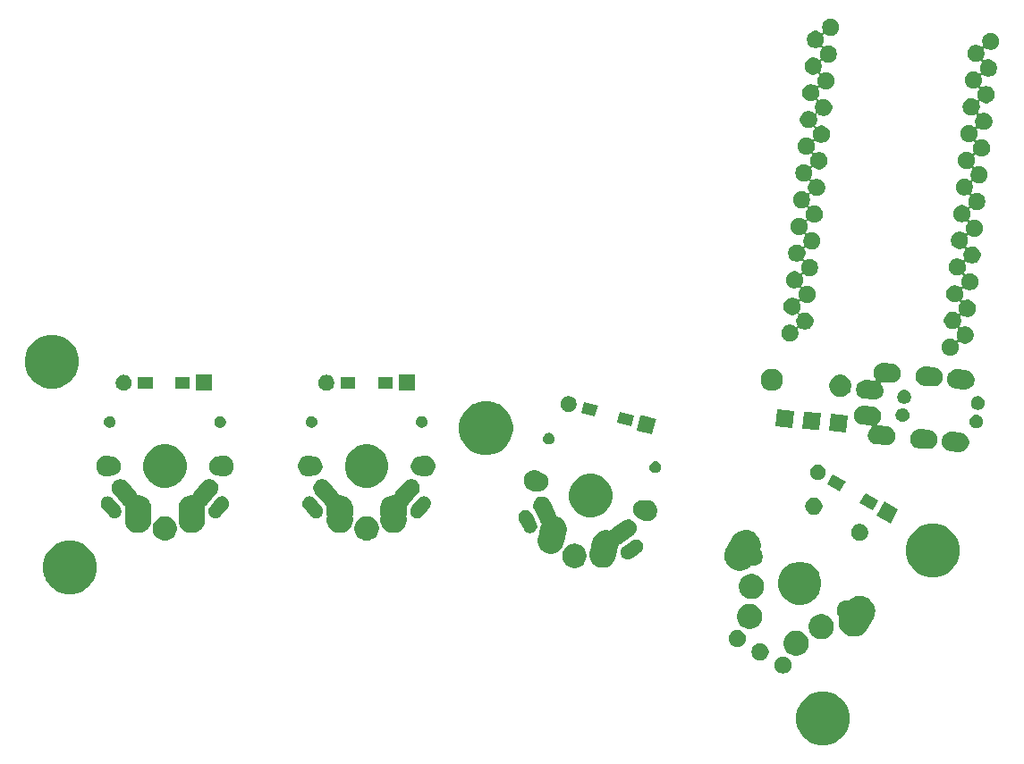
<source format=gbr>
G04 #@! TF.GenerationSoftware,KiCad,Pcbnew,(5.1.5)-2*
G04 #@! TF.CreationDate,2020-04-17T01:02:57-04:00*
G04 #@! TF.ProjectId,va4,7661342e-6b69-4636-9164-5f7063625858,rev?*
G04 #@! TF.SameCoordinates,Original*
G04 #@! TF.FileFunction,Soldermask,Top*
G04 #@! TF.FilePolarity,Negative*
%FSLAX46Y46*%
G04 Gerber Fmt 4.6, Leading zero omitted, Abs format (unit mm)*
G04 Created by KiCad (PCBNEW (5.1.5)-2) date 2020-04-17 01:02:57*
%MOMM*%
%LPD*%
G04 APERTURE LIST*
%ADD10C,0.100000*%
G04 APERTURE END LIST*
D10*
G36*
X119144098Y-95147033D02*
G01*
X119608350Y-95339332D01*
X119608352Y-95339333D01*
X120026168Y-95618509D01*
X120381491Y-95973832D01*
X120660667Y-96391648D01*
X120660668Y-96391650D01*
X120852967Y-96855902D01*
X120951000Y-97348747D01*
X120951000Y-97851253D01*
X120852967Y-98344098D01*
X120660668Y-98808350D01*
X120660667Y-98808352D01*
X120381491Y-99226168D01*
X120026168Y-99581491D01*
X119608352Y-99860667D01*
X119608351Y-99860668D01*
X119608350Y-99860668D01*
X119144098Y-100052967D01*
X118651253Y-100151000D01*
X118148747Y-100151000D01*
X117655902Y-100052967D01*
X117191650Y-99860668D01*
X117191649Y-99860668D01*
X117191648Y-99860667D01*
X116773832Y-99581491D01*
X116418509Y-99226168D01*
X116139333Y-98808352D01*
X116139332Y-98808350D01*
X115947033Y-98344098D01*
X115849000Y-97851253D01*
X115849000Y-97348747D01*
X115947033Y-96855902D01*
X116139332Y-96391650D01*
X116139333Y-96391648D01*
X116418509Y-95973832D01*
X116773832Y-95618509D01*
X117191648Y-95339333D01*
X117191650Y-95339332D01*
X117655902Y-95147033D01*
X118148747Y-95049000D01*
X118651253Y-95049000D01*
X119144098Y-95147033D01*
G37*
G36*
X114852206Y-91763433D02*
G01*
X115000165Y-91824720D01*
X115133319Y-91913690D01*
X115246565Y-92026936D01*
X115335535Y-92160090D01*
X115396822Y-92308049D01*
X115428064Y-92465116D01*
X115428064Y-92625266D01*
X115396822Y-92782333D01*
X115335535Y-92930292D01*
X115246565Y-93063446D01*
X115133319Y-93176692D01*
X115000165Y-93265662D01*
X114852206Y-93326949D01*
X114695139Y-93358191D01*
X114534989Y-93358191D01*
X114377922Y-93326949D01*
X114229963Y-93265662D01*
X114096809Y-93176692D01*
X113983563Y-93063446D01*
X113894593Y-92930292D01*
X113833306Y-92782333D01*
X113802064Y-92625266D01*
X113802064Y-92465116D01*
X113833306Y-92308049D01*
X113894593Y-92160090D01*
X113983563Y-92026936D01*
X114096809Y-91913690D01*
X114229963Y-91824720D01*
X114377922Y-91763433D01*
X114534989Y-91732191D01*
X114695139Y-91732191D01*
X114852206Y-91763433D01*
G37*
G36*
X112687142Y-90513433D02*
G01*
X112835101Y-90574720D01*
X112968255Y-90663690D01*
X113081501Y-90776936D01*
X113170471Y-90910090D01*
X113231758Y-91058049D01*
X113263000Y-91215116D01*
X113263000Y-91375266D01*
X113231758Y-91532333D01*
X113170471Y-91680292D01*
X113081501Y-91813446D01*
X112968255Y-91926692D01*
X112835101Y-92015662D01*
X112687142Y-92076949D01*
X112530075Y-92108191D01*
X112369925Y-92108191D01*
X112212858Y-92076949D01*
X112064899Y-92015662D01*
X111931745Y-91926692D01*
X111818499Y-91813446D01*
X111729529Y-91680292D01*
X111668242Y-91532333D01*
X111637000Y-91375266D01*
X111637000Y-91215116D01*
X111668242Y-91058049D01*
X111729529Y-90910090D01*
X111818499Y-90776936D01*
X111931745Y-90663690D01*
X112064899Y-90574720D01*
X112212858Y-90513433D01*
X112369925Y-90482191D01*
X112530075Y-90482191D01*
X112687142Y-90513433D01*
G37*
G36*
X116207981Y-89321293D02*
G01*
X116425274Y-89411299D01*
X116425276Y-89411300D01*
X116620835Y-89541969D01*
X116787145Y-89708279D01*
X116853810Y-89808049D01*
X116917815Y-89903840D01*
X117007821Y-90121133D01*
X117053705Y-90351809D01*
X117053705Y-90587009D01*
X117007821Y-90817685D01*
X116969545Y-90910090D01*
X116917814Y-91034980D01*
X116787145Y-91230539D01*
X116620835Y-91396849D01*
X116425276Y-91527518D01*
X116425275Y-91527519D01*
X116425274Y-91527519D01*
X116207981Y-91617525D01*
X115977305Y-91663409D01*
X115742105Y-91663409D01*
X115511429Y-91617525D01*
X115294136Y-91527519D01*
X115294135Y-91527519D01*
X115294134Y-91527518D01*
X115098575Y-91396849D01*
X114932265Y-91230539D01*
X114801596Y-91034980D01*
X114749865Y-90910090D01*
X114711589Y-90817685D01*
X114665705Y-90587009D01*
X114665705Y-90351809D01*
X114711589Y-90121133D01*
X114801595Y-89903840D01*
X114865601Y-89808049D01*
X114932265Y-89708279D01*
X115098575Y-89541969D01*
X115294134Y-89411300D01*
X115294136Y-89411299D01*
X115511429Y-89321293D01*
X115742105Y-89275409D01*
X115977305Y-89275409D01*
X116207981Y-89321293D01*
G37*
G36*
X110522078Y-89263433D02*
G01*
X110670037Y-89324720D01*
X110803191Y-89413690D01*
X110916437Y-89526936D01*
X111005407Y-89660090D01*
X111066694Y-89808049D01*
X111097936Y-89965116D01*
X111097936Y-90125266D01*
X111066694Y-90282333D01*
X111005407Y-90430292D01*
X110916437Y-90563446D01*
X110803191Y-90676692D01*
X110670037Y-90765662D01*
X110522078Y-90826949D01*
X110365011Y-90858191D01*
X110204861Y-90858191D01*
X110047794Y-90826949D01*
X109899835Y-90765662D01*
X109766681Y-90676692D01*
X109653435Y-90563446D01*
X109564465Y-90430292D01*
X109503178Y-90282333D01*
X109471936Y-90125266D01*
X109471936Y-89965116D01*
X109503178Y-89808049D01*
X109564465Y-89660090D01*
X109653435Y-89526936D01*
X109766681Y-89413690D01*
X109899835Y-89324720D01*
X110047794Y-89263433D01*
X110204861Y-89232191D01*
X110365011Y-89232191D01*
X110522078Y-89263433D01*
G37*
G36*
X118577833Y-87756589D02*
G01*
X118795126Y-87846595D01*
X118795128Y-87846596D01*
X118990687Y-87977265D01*
X119156997Y-88143575D01*
X119246608Y-88277686D01*
X119287667Y-88339136D01*
X119377673Y-88556429D01*
X119423557Y-88787105D01*
X119423557Y-89022305D01*
X119377673Y-89252981D01*
X119332245Y-89362653D01*
X119287666Y-89470276D01*
X119156997Y-89665835D01*
X118990687Y-89832145D01*
X118795128Y-89962814D01*
X118795127Y-89962815D01*
X118795126Y-89962815D01*
X118577833Y-90052821D01*
X118347157Y-90098705D01*
X118111957Y-90098705D01*
X117881281Y-90052821D01*
X117663988Y-89962815D01*
X117663987Y-89962815D01*
X117663986Y-89962814D01*
X117468427Y-89832145D01*
X117302117Y-89665835D01*
X117171448Y-89470276D01*
X117126869Y-89362653D01*
X117081441Y-89252981D01*
X117035557Y-89022305D01*
X117035557Y-88787105D01*
X117081441Y-88556429D01*
X117171447Y-88339136D01*
X117212507Y-88277686D01*
X117302117Y-88143575D01*
X117468427Y-87977265D01*
X117663986Y-87846596D01*
X117663988Y-87846595D01*
X117881281Y-87756589D01*
X118111957Y-87710705D01*
X118347157Y-87710705D01*
X118577833Y-87756589D01*
G37*
G36*
X121939967Y-85998622D02*
G01*
X122077966Y-86003139D01*
X122217145Y-86035591D01*
X122356323Y-86068043D01*
X122616668Y-86186004D01*
X122848998Y-86352489D01*
X122912014Y-86419771D01*
X123044383Y-86561099D01*
X123076139Y-86612167D01*
X123195317Y-86803821D01*
X123295998Y-87071323D01*
X123342557Y-87353327D01*
X123340085Y-87428829D01*
X123333206Y-87638994D01*
X123316485Y-87710705D01*
X123268302Y-87917352D01*
X123241156Y-87977265D01*
X123179900Y-88112458D01*
X122558623Y-89188542D01*
X122433855Y-89362655D01*
X122225249Y-89558036D01*
X122225247Y-89558037D01*
X122225245Y-89558039D01*
X121982524Y-89708972D01*
X121715022Y-89809653D01*
X121433018Y-89856212D01*
X121285351Y-89851378D01*
X121147352Y-89846861D01*
X121033126Y-89820227D01*
X120868994Y-89781957D01*
X120608650Y-89663996D01*
X120460787Y-89558039D01*
X120376318Y-89497510D01*
X120180937Y-89288904D01*
X120180936Y-89288902D01*
X120180934Y-89288900D01*
X120030001Y-89046179D01*
X119929320Y-88778677D01*
X119882761Y-88496673D01*
X119889930Y-88277685D01*
X119892112Y-88211006D01*
X119933596Y-88033092D01*
X119936794Y-88008798D01*
X119935191Y-87984346D01*
X119928849Y-87960677D01*
X119918011Y-87938700D01*
X119900254Y-87916325D01*
X119898857Y-87914928D01*
X119829956Y-87811810D01*
X119800156Y-87767211D01*
X119777493Y-87712498D01*
X119732168Y-87603075D01*
X119697509Y-87428829D01*
X119697509Y-87251171D01*
X119732168Y-87076925D01*
X119800156Y-86912790D01*
X119800156Y-86912789D01*
X119898855Y-86765075D01*
X119898857Y-86765072D01*
X120024481Y-86639448D01*
X120065310Y-86612167D01*
X120172198Y-86540747D01*
X120226911Y-86518084D01*
X120336334Y-86472759D01*
X120445042Y-86451136D01*
X120510578Y-86438100D01*
X120688240Y-86438100D01*
X120753777Y-86451136D01*
X120778163Y-86453538D01*
X120802549Y-86451136D01*
X120825998Y-86444023D01*
X120847609Y-86432472D01*
X120863611Y-86419771D01*
X121000069Y-86291964D01*
X121087509Y-86237590D01*
X121242794Y-86141028D01*
X121510295Y-86040347D01*
X121792299Y-85993788D01*
X121939967Y-85998622D01*
G37*
G36*
X111808571Y-86781293D02*
G01*
X111962131Y-86844900D01*
X112025866Y-86871300D01*
X112221425Y-87001969D01*
X112387735Y-87168279D01*
X112511381Y-87353327D01*
X112518405Y-87363840D01*
X112608411Y-87581133D01*
X112654295Y-87811809D01*
X112654295Y-88047009D01*
X112608411Y-88277685D01*
X112582957Y-88339136D01*
X112518404Y-88494980D01*
X112387735Y-88690539D01*
X112221425Y-88856849D01*
X112025866Y-88987518D01*
X112025865Y-88987519D01*
X112025864Y-88987519D01*
X111808571Y-89077525D01*
X111577895Y-89123409D01*
X111342695Y-89123409D01*
X111112019Y-89077525D01*
X110894726Y-88987519D01*
X110894725Y-88987519D01*
X110894724Y-88987518D01*
X110699165Y-88856849D01*
X110532855Y-88690539D01*
X110402186Y-88494980D01*
X110337633Y-88339136D01*
X110312179Y-88277685D01*
X110266295Y-88047009D01*
X110266295Y-87811809D01*
X110312179Y-87581133D01*
X110402185Y-87363840D01*
X110409210Y-87353327D01*
X110532855Y-87168279D01*
X110699165Y-87001969D01*
X110894724Y-86871300D01*
X110958459Y-86844900D01*
X111112019Y-86781293D01*
X111342695Y-86735409D01*
X111577895Y-86735409D01*
X111808571Y-86781293D01*
G37*
G36*
X116796474Y-82833684D02*
G01*
X116864279Y-82861770D01*
X117168623Y-82987833D01*
X117503548Y-83211623D01*
X117788377Y-83496452D01*
X118012167Y-83831377D01*
X118065720Y-83960667D01*
X118166316Y-84203526D01*
X118244900Y-84598594D01*
X118244900Y-85001406D01*
X118166316Y-85396474D01*
X118076017Y-85614474D01*
X118012167Y-85768623D01*
X117788377Y-86103548D01*
X117503548Y-86388377D01*
X117168623Y-86612167D01*
X117014474Y-86676017D01*
X116796474Y-86766316D01*
X116401406Y-86844900D01*
X115998594Y-86844900D01*
X115603526Y-86766316D01*
X115385526Y-86676017D01*
X115231377Y-86612167D01*
X114896452Y-86388377D01*
X114611623Y-86103548D01*
X114387833Y-85768623D01*
X114323983Y-85614474D01*
X114233684Y-85396474D01*
X114155100Y-85001406D01*
X114155100Y-84598594D01*
X114233684Y-84203526D01*
X114334280Y-83960667D01*
X114387833Y-83831377D01*
X114611623Y-83496452D01*
X114896452Y-83211623D01*
X115231377Y-82987833D01*
X115535721Y-82861770D01*
X115603526Y-82833684D01*
X115998594Y-82755100D01*
X116401406Y-82755100D01*
X116796474Y-82833684D01*
G37*
G36*
X111978719Y-83946589D02*
G01*
X112196012Y-84036595D01*
X112196014Y-84036596D01*
X112391573Y-84167265D01*
X112557883Y-84333575D01*
X112674665Y-84508350D01*
X112688553Y-84529136D01*
X112778559Y-84746429D01*
X112824443Y-84977105D01*
X112824443Y-85212305D01*
X112778559Y-85442981D01*
X112729811Y-85560668D01*
X112688552Y-85660276D01*
X112557883Y-85855835D01*
X112391573Y-86022145D01*
X112196014Y-86152814D01*
X112196013Y-86152815D01*
X112196012Y-86152815D01*
X111978719Y-86242821D01*
X111748043Y-86288705D01*
X111512843Y-86288705D01*
X111282167Y-86242821D01*
X111064874Y-86152815D01*
X111064873Y-86152815D01*
X111064872Y-86152814D01*
X110869313Y-86022145D01*
X110703003Y-85855835D01*
X110572334Y-85660276D01*
X110531075Y-85560668D01*
X110482327Y-85442981D01*
X110436443Y-85212305D01*
X110436443Y-84977105D01*
X110482327Y-84746429D01*
X110572333Y-84529136D01*
X110586222Y-84508350D01*
X110703003Y-84333575D01*
X110869313Y-84167265D01*
X111064872Y-84036596D01*
X111064874Y-84036595D01*
X111282167Y-83946589D01*
X111512843Y-83900705D01*
X111748043Y-83900705D01*
X111978719Y-83946589D01*
G37*
G36*
X47844098Y-80847033D02*
G01*
X48208389Y-80997927D01*
X48308352Y-81039333D01*
X48726168Y-81318509D01*
X49081491Y-81673832D01*
X49360667Y-82091648D01*
X49360668Y-82091650D01*
X49552967Y-82555902D01*
X49651000Y-83048747D01*
X49651000Y-83551253D01*
X49552967Y-84044098D01*
X49433062Y-84333575D01*
X49360667Y-84508352D01*
X49081491Y-84926168D01*
X48726168Y-85281491D01*
X48308352Y-85560667D01*
X48308351Y-85560668D01*
X48308350Y-85560668D01*
X47844098Y-85752967D01*
X47351253Y-85851000D01*
X46848747Y-85851000D01*
X46355902Y-85752967D01*
X45891650Y-85560668D01*
X45891649Y-85560668D01*
X45891648Y-85560667D01*
X45473832Y-85281491D01*
X45118509Y-84926168D01*
X44839333Y-84508352D01*
X44766938Y-84333575D01*
X44647033Y-84044098D01*
X44549000Y-83551253D01*
X44549000Y-83048747D01*
X44647033Y-82555902D01*
X44839332Y-82091650D01*
X44839333Y-82091648D01*
X45118509Y-81673832D01*
X45473832Y-81318509D01*
X45891648Y-81039333D01*
X45991611Y-80997927D01*
X46355902Y-80847033D01*
X46848747Y-80749000D01*
X47351253Y-80749000D01*
X47844098Y-80847033D01*
G37*
G36*
X129544098Y-79247033D02*
G01*
X130008350Y-79439332D01*
X130008352Y-79439333D01*
X130426168Y-79718509D01*
X130781491Y-80073832D01*
X131018496Y-80428535D01*
X131060668Y-80491650D01*
X131252967Y-80955902D01*
X131351000Y-81448747D01*
X131351000Y-81951253D01*
X131252967Y-82444098D01*
X131091080Y-82834928D01*
X131060667Y-82908352D01*
X130781491Y-83326168D01*
X130426168Y-83681491D01*
X130008352Y-83960667D01*
X130008351Y-83960668D01*
X130008350Y-83960668D01*
X129544098Y-84152967D01*
X129051253Y-84251000D01*
X128548747Y-84251000D01*
X128055902Y-84152967D01*
X127591650Y-83960668D01*
X127591649Y-83960668D01*
X127591648Y-83960667D01*
X127173832Y-83681491D01*
X126818509Y-83326168D01*
X126539333Y-82908352D01*
X126508920Y-82834928D01*
X126347033Y-82444098D01*
X126249000Y-81951253D01*
X126249000Y-81448747D01*
X126347033Y-80955902D01*
X126539332Y-80491650D01*
X126581504Y-80428535D01*
X126818509Y-80073832D01*
X127173832Y-79718509D01*
X127591648Y-79439333D01*
X127591650Y-79439332D01*
X128055902Y-79247033D01*
X128548747Y-79149000D01*
X129051253Y-79149000D01*
X129544098Y-79247033D01*
G37*
G36*
X111114649Y-79748622D02*
G01*
X111252648Y-79753139D01*
X111364806Y-79779291D01*
X111531005Y-79818043D01*
X111791350Y-79936004D01*
X112023680Y-80102489D01*
X112072881Y-80155021D01*
X112219065Y-80311099D01*
X112271514Y-80395445D01*
X112369999Y-80553821D01*
X112470680Y-80821323D01*
X112517239Y-81103327D01*
X112515134Y-81167618D01*
X112507888Y-81388995D01*
X112466404Y-81566908D01*
X112463206Y-81591202D01*
X112464809Y-81615654D01*
X112471151Y-81639323D01*
X112481988Y-81661300D01*
X112499746Y-81683675D01*
X112501143Y-81685072D01*
X112501145Y-81685075D01*
X112599844Y-81832789D01*
X112617061Y-81874355D01*
X112667832Y-81996925D01*
X112702491Y-82171171D01*
X112702491Y-82348829D01*
X112667832Y-82523075D01*
X112654234Y-82555902D01*
X112599844Y-82687211D01*
X112554504Y-82755067D01*
X112501143Y-82834928D01*
X112375519Y-82960552D01*
X112375516Y-82960554D01*
X112227802Y-83059253D01*
X112173089Y-83081916D01*
X112063666Y-83127241D01*
X111976543Y-83144571D01*
X111889422Y-83161900D01*
X111711760Y-83161900D01*
X111646223Y-83148864D01*
X111621837Y-83146462D01*
X111597451Y-83148864D01*
X111574002Y-83155977D01*
X111552391Y-83167528D01*
X111536389Y-83180229D01*
X111399931Y-83308036D01*
X111399929Y-83308037D01*
X111399927Y-83308039D01*
X111157206Y-83458972D01*
X110889704Y-83559653D01*
X110607700Y-83606212D01*
X110460033Y-83601378D01*
X110322034Y-83596861D01*
X110207808Y-83570227D01*
X110043676Y-83531957D01*
X109783332Y-83413996D01*
X109660768Y-83326168D01*
X109551000Y-83247510D01*
X109355619Y-83038904D01*
X109355618Y-83038902D01*
X109355616Y-83038900D01*
X109204683Y-82796179D01*
X109104002Y-82528677D01*
X109057443Y-82246673D01*
X109062716Y-82085597D01*
X109066794Y-81961007D01*
X109117956Y-81741586D01*
X109131698Y-81682649D01*
X109187520Y-81559448D01*
X109220102Y-81487538D01*
X109841374Y-80411462D01*
X109944148Y-80268042D01*
X109966144Y-80237347D01*
X110098493Y-80113389D01*
X110174754Y-80041962D01*
X110319366Y-79952037D01*
X110417476Y-79891028D01*
X110684977Y-79790347D01*
X110966981Y-79743788D01*
X111114649Y-79748622D01*
G37*
G36*
X95035495Y-81057741D02*
G01*
X95208702Y-81092194D01*
X95305268Y-81132193D01*
X95390792Y-81167618D01*
X95418171Y-81178959D01*
X95606688Y-81304922D01*
X95767008Y-81465242D01*
X95867510Y-81615654D01*
X95892972Y-81653761D01*
X95901286Y-81673832D01*
X95979736Y-81863228D01*
X96023968Y-82085598D01*
X96023968Y-82312326D01*
X95979736Y-82534696D01*
X95892971Y-82744165D01*
X95767008Y-82932682D01*
X95606688Y-83093002D01*
X95418171Y-83218965D01*
X95208702Y-83305730D01*
X95160570Y-83315304D01*
X94986333Y-83349962D01*
X94759603Y-83349962D01*
X94585366Y-83315304D01*
X94537234Y-83305730D01*
X94327765Y-83218965D01*
X94139248Y-83093002D01*
X93978928Y-82932682D01*
X93852965Y-82744165D01*
X93766200Y-82534696D01*
X93721968Y-82312326D01*
X93721968Y-82085598D01*
X93766200Y-81863228D01*
X93844650Y-81673832D01*
X93852964Y-81653761D01*
X93878426Y-81615654D01*
X93978928Y-81465242D01*
X94139248Y-81304922D01*
X94327765Y-81178959D01*
X94355145Y-81167618D01*
X94440668Y-81132193D01*
X94537234Y-81092194D01*
X94710441Y-81057741D01*
X94759603Y-81047962D01*
X94986333Y-81047962D01*
X95035495Y-81057741D01*
G37*
G36*
X100078874Y-78763681D02*
G01*
X100235573Y-78807506D01*
X100380703Y-78881055D01*
X100486865Y-78964372D01*
X100508700Y-78981508D01*
X100614640Y-79105001D01*
X100694452Y-79246789D01*
X100745069Y-79401424D01*
X100764545Y-79562962D01*
X100752134Y-79725195D01*
X100708309Y-79881889D01*
X100708308Y-79881892D01*
X100708307Y-79881894D01*
X100634759Y-80027023D01*
X100634758Y-80027024D01*
X100534306Y-80155021D01*
X100441755Y-80234416D01*
X99351346Y-80997927D01*
X99245085Y-81057741D01*
X99144798Y-81090568D01*
X99122369Y-81100437D01*
X99102297Y-81114492D01*
X99085352Y-81132193D01*
X99072186Y-81152860D01*
X99061087Y-81184979D01*
X99021100Y-81386007D01*
X98979043Y-81487541D01*
X98949281Y-81559394D01*
X98942168Y-81582843D01*
X98939766Y-81607229D01*
X98939766Y-81627281D01*
X98891691Y-81868970D01*
X98799166Y-82092346D01*
X98792053Y-82115795D01*
X98789651Y-82140181D01*
X98789651Y-82187518D01*
X98741576Y-82429207D01*
X98665576Y-82612689D01*
X98647273Y-82656875D01*
X98510366Y-82861770D01*
X98336117Y-83036019D01*
X98131222Y-83172926D01*
X98131221Y-83172927D01*
X98131220Y-83172927D01*
X97903554Y-83267229D01*
X97661865Y-83315304D01*
X97415437Y-83315304D01*
X97173748Y-83267229D01*
X96946082Y-83172927D01*
X96946081Y-83172927D01*
X96946080Y-83172926D01*
X96741185Y-83036019D01*
X96566936Y-82861770D01*
X96430029Y-82656875D01*
X96411727Y-82612689D01*
X96335726Y-82429207D01*
X96287651Y-82187518D01*
X96287651Y-81941090D01*
X96335726Y-81699401D01*
X96428251Y-81476025D01*
X96435364Y-81452576D01*
X96437766Y-81428190D01*
X96437766Y-81380853D01*
X96485841Y-81139164D01*
X96557660Y-80965777D01*
X96564773Y-80942328D01*
X96567175Y-80917942D01*
X96567175Y-80897890D01*
X96615250Y-80656201D01*
X96709552Y-80428535D01*
X96731662Y-80395445D01*
X96846460Y-80223638D01*
X97020709Y-80049389D01*
X97225604Y-79912482D01*
X97277399Y-79891028D01*
X97453272Y-79818179D01*
X97694961Y-79770104D01*
X97941389Y-79770104D01*
X98154756Y-79812545D01*
X98179142Y-79814947D01*
X98203528Y-79812545D01*
X98226977Y-79805432D01*
X98248588Y-79793881D01*
X98267530Y-79778335D01*
X98277474Y-79767120D01*
X98311249Y-79724084D01*
X98403795Y-79644692D01*
X98409238Y-79640881D01*
X98764962Y-79391800D01*
X99494210Y-78881174D01*
X99572564Y-78837070D01*
X99600469Y-78821362D01*
X99755103Y-78770746D01*
X99755106Y-78770745D01*
X99916639Y-78751269D01*
X99916641Y-78751269D01*
X100078874Y-78763681D01*
G37*
G36*
X100711421Y-80637085D02*
G01*
X100823875Y-80645689D01*
X100917804Y-80671959D01*
X100952116Y-80681555D01*
X100952117Y-80681555D01*
X100952119Y-80681556D01*
X101070893Y-80741747D01*
X101175651Y-80823961D01*
X101262348Y-80925024D01*
X101327667Y-81041065D01*
X101369093Y-81167621D01*
X101385032Y-81299819D01*
X101374874Y-81432593D01*
X101339009Y-81560832D01*
X101278813Y-81679613D01*
X101230176Y-81741586D01*
X101196604Y-81784363D01*
X101120858Y-81849343D01*
X100661242Y-82171169D01*
X100288270Y-82432327D01*
X100201305Y-82481280D01*
X100074748Y-82522706D01*
X99942550Y-82538645D01*
X99809779Y-82528487D01*
X99715850Y-82502217D01*
X99681538Y-82492621D01*
X99681537Y-82492621D01*
X99681535Y-82492620D01*
X99562758Y-82432427D01*
X99458007Y-82350218D01*
X99371306Y-82249151D01*
X99357165Y-82224029D01*
X99305987Y-82133111D01*
X99264562Y-82006558D01*
X99264561Y-82006555D01*
X99248622Y-81874357D01*
X99258780Y-81741586D01*
X99287381Y-81639323D01*
X99294646Y-81613345D01*
X99294646Y-81613344D01*
X99294647Y-81613342D01*
X99354840Y-81494565D01*
X99437050Y-81389813D01*
X99512790Y-81324838D01*
X99979667Y-80997927D01*
X100345382Y-80741850D01*
X100345384Y-80741849D01*
X100345391Y-80741844D01*
X100432344Y-80692897D01*
X100558905Y-80651470D01*
X100691103Y-80635531D01*
X100691105Y-80635531D01*
X100711421Y-80637085D01*
G37*
G36*
X91924550Y-76580574D02*
G01*
X91979662Y-76594699D01*
X92082161Y-76620968D01*
X92228865Y-76691336D01*
X92359022Y-76788972D01*
X92467632Y-76910125D01*
X92529749Y-77015056D01*
X93065628Y-78164252D01*
X93092317Y-78221488D01*
X93132768Y-78336515D01*
X93140581Y-78391240D01*
X93146405Y-78415041D01*
X93156761Y-78437250D01*
X93171250Y-78457011D01*
X93189317Y-78473566D01*
X93210266Y-78486278D01*
X93239938Y-78496170D01*
X93276175Y-78503378D01*
X93416746Y-78561604D01*
X93503843Y-78597681D01*
X93708738Y-78734588D01*
X93882987Y-78908837D01*
X94019894Y-79113732D01*
X94019895Y-79113734D01*
X94114197Y-79341400D01*
X94162272Y-79583089D01*
X94162272Y-79829517D01*
X94114197Y-80071206D01*
X94042378Y-80244593D01*
X94035265Y-80268042D01*
X94032863Y-80292428D01*
X94032863Y-80312480D01*
X93984788Y-80554169D01*
X93892263Y-80777545D01*
X93885150Y-80800994D01*
X93882748Y-80825380D01*
X93882748Y-80872717D01*
X93834673Y-81114406D01*
X93747510Y-81324838D01*
X93740370Y-81342074D01*
X93603463Y-81546969D01*
X93429214Y-81721218D01*
X93224319Y-81858125D01*
X93224318Y-81858126D01*
X93224317Y-81858126D01*
X92996651Y-81952428D01*
X92754962Y-82000503D01*
X92508534Y-82000503D01*
X92266845Y-81952428D01*
X92039179Y-81858126D01*
X92039178Y-81858126D01*
X92039177Y-81858125D01*
X91834282Y-81721218D01*
X91660033Y-81546969D01*
X91523126Y-81342074D01*
X91515987Y-81324838D01*
X91428823Y-81114406D01*
X91380748Y-80872717D01*
X91380748Y-80626289D01*
X91428823Y-80384600D01*
X91521348Y-80161224D01*
X91528461Y-80137775D01*
X91530863Y-80113389D01*
X91530863Y-80066052D01*
X91578938Y-79824363D01*
X91650757Y-79650976D01*
X91657870Y-79627527D01*
X91660272Y-79603141D01*
X91660272Y-79583089D01*
X91708347Y-79341400D01*
X91751837Y-79236405D01*
X91758950Y-79212956D01*
X91761352Y-79188569D01*
X91758950Y-79164183D01*
X91751837Y-79140734D01*
X91740286Y-79119124D01*
X91729434Y-79105139D01*
X91657212Y-79024577D01*
X91595095Y-78919646D01*
X91032530Y-77713220D01*
X91032529Y-77713218D01*
X91032527Y-77713213D01*
X90992076Y-77598186D01*
X90969080Y-77437113D01*
X90977951Y-77274645D01*
X91002200Y-77180030D01*
X91018345Y-77117034D01*
X91088713Y-76970330D01*
X91186349Y-76840173D01*
X91307502Y-76731563D01*
X91447515Y-76648678D01*
X91601008Y-76594699D01*
X91633209Y-76590102D01*
X91762082Y-76571703D01*
X91924550Y-76580574D01*
G37*
G36*
X122102206Y-79206064D02*
G01*
X122250165Y-79267351D01*
X122383319Y-79356321D01*
X122496565Y-79469567D01*
X122585535Y-79602721D01*
X122646822Y-79750680D01*
X122678064Y-79907747D01*
X122678064Y-80067897D01*
X122646822Y-80224964D01*
X122585535Y-80372923D01*
X122496565Y-80506077D01*
X122383319Y-80619323D01*
X122250165Y-80708293D01*
X122102206Y-80769580D01*
X121945139Y-80800822D01*
X121784989Y-80800822D01*
X121627922Y-80769580D01*
X121479963Y-80708293D01*
X121346809Y-80619323D01*
X121233563Y-80506077D01*
X121144593Y-80372923D01*
X121083306Y-80224964D01*
X121052064Y-80067897D01*
X121052064Y-79907747D01*
X121083306Y-79750680D01*
X121144593Y-79602721D01*
X121233563Y-79469567D01*
X121346809Y-79356321D01*
X121479963Y-79267351D01*
X121627922Y-79206064D01*
X121784989Y-79174822D01*
X121945139Y-79174822D01*
X122102206Y-79206064D01*
G37*
G36*
X75424549Y-78471116D02*
G01*
X75535734Y-78493232D01*
X75587451Y-78514654D01*
X75700799Y-78561604D01*
X75745203Y-78579997D01*
X75933720Y-78705960D01*
X76094040Y-78866280D01*
X76220003Y-79054797D01*
X76306768Y-79264266D01*
X76311096Y-79286024D01*
X76351000Y-79486635D01*
X76351000Y-79713365D01*
X76343372Y-79751715D01*
X76306768Y-79935734D01*
X76220003Y-80145203D01*
X76094040Y-80333720D01*
X75933720Y-80494040D01*
X75745203Y-80620003D01*
X75745202Y-80620004D01*
X75745201Y-80620004D01*
X75730025Y-80626290D01*
X75535734Y-80706768D01*
X75424549Y-80728884D01*
X75313365Y-80751000D01*
X75086635Y-80751000D01*
X74975451Y-80728884D01*
X74864266Y-80706768D01*
X74669975Y-80626290D01*
X74654799Y-80620004D01*
X74654798Y-80620004D01*
X74654797Y-80620003D01*
X74466280Y-80494040D01*
X74305960Y-80333720D01*
X74179997Y-80145203D01*
X74093232Y-79935734D01*
X74056628Y-79751715D01*
X74049000Y-79713365D01*
X74049000Y-79486635D01*
X74088904Y-79286024D01*
X74093232Y-79264266D01*
X74179997Y-79054797D01*
X74305960Y-78866280D01*
X74466280Y-78705960D01*
X74654797Y-78579997D01*
X74699202Y-78561604D01*
X74812549Y-78514654D01*
X74864266Y-78493232D01*
X74975451Y-78471116D01*
X75086635Y-78449000D01*
X75313365Y-78449000D01*
X75424549Y-78471116D01*
G37*
G36*
X56324549Y-78471116D02*
G01*
X56435734Y-78493232D01*
X56487451Y-78514654D01*
X56600799Y-78561604D01*
X56645203Y-78579997D01*
X56833720Y-78705960D01*
X56994040Y-78866280D01*
X57120003Y-79054797D01*
X57206768Y-79264266D01*
X57211096Y-79286024D01*
X57251000Y-79486635D01*
X57251000Y-79713365D01*
X57243372Y-79751715D01*
X57206768Y-79935734D01*
X57120003Y-80145203D01*
X56994040Y-80333720D01*
X56833720Y-80494040D01*
X56645203Y-80620003D01*
X56645202Y-80620004D01*
X56645201Y-80620004D01*
X56630025Y-80626290D01*
X56435734Y-80706768D01*
X56324549Y-80728884D01*
X56213365Y-80751000D01*
X55986635Y-80751000D01*
X55875451Y-80728884D01*
X55764266Y-80706768D01*
X55569975Y-80626290D01*
X55554799Y-80620004D01*
X55554798Y-80620004D01*
X55554797Y-80620003D01*
X55366280Y-80494040D01*
X55205960Y-80333720D01*
X55079997Y-80145203D01*
X54993232Y-79935734D01*
X54956628Y-79751715D01*
X54949000Y-79713365D01*
X54949000Y-79486635D01*
X54988904Y-79286024D01*
X54993232Y-79264266D01*
X55079997Y-79054797D01*
X55205960Y-78866280D01*
X55366280Y-78705960D01*
X55554797Y-78579997D01*
X55599202Y-78561604D01*
X55712549Y-78514654D01*
X55764266Y-78493232D01*
X55875451Y-78471116D01*
X55986635Y-78449000D01*
X56213365Y-78449000D01*
X56324549Y-78471116D01*
G37*
G36*
X90366969Y-77845274D02*
G01*
X90495962Y-77878333D01*
X90616028Y-77935924D01*
X90722550Y-78015829D01*
X90811432Y-78114977D01*
X90862269Y-78200851D01*
X90950076Y-78389154D01*
X91291823Y-79122029D01*
X91291825Y-79122035D01*
X91324933Y-79216178D01*
X91343752Y-79347998D01*
X91338765Y-79439332D01*
X91336492Y-79480962D01*
X91331996Y-79498503D01*
X91303433Y-79609952D01*
X91245842Y-79730018D01*
X91165937Y-79836540D01*
X91066789Y-79925422D01*
X90952201Y-79993257D01*
X90826579Y-80037434D01*
X90694759Y-80056254D01*
X90581431Y-80050066D01*
X90561795Y-80048994D01*
X90491587Y-80031000D01*
X90432801Y-80015934D01*
X90340807Y-79971808D01*
X90312741Y-79958346D01*
X90236659Y-79901274D01*
X90206218Y-79878439D01*
X90117336Y-79779291D01*
X90066499Y-79693417D01*
X89930340Y-79401424D01*
X89636945Y-78772238D01*
X89629571Y-78751269D01*
X89603835Y-78678089D01*
X89585016Y-78546269D01*
X89592276Y-78413309D01*
X89625335Y-78284316D01*
X89682926Y-78164250D01*
X89762831Y-78057728D01*
X89861979Y-77968846D01*
X89976567Y-77901011D01*
X90102189Y-77856834D01*
X90234009Y-77838014D01*
X90366969Y-77845274D01*
G37*
G36*
X79447867Y-74935568D02*
G01*
X79502101Y-74936160D01*
X79544497Y-74945075D01*
X79661325Y-74969641D01*
X79807347Y-75032000D01*
X79810960Y-75033543D01*
X79928462Y-75113922D01*
X79945252Y-75125408D01*
X80059042Y-75241708D01*
X80147957Y-75377973D01*
X80208579Y-75528965D01*
X80238579Y-75688883D01*
X80236804Y-75851581D01*
X80213256Y-75963570D01*
X80203322Y-76010809D01*
X80174843Y-76077495D01*
X80139421Y-76160441D01*
X80070574Y-76261085D01*
X79214931Y-77280800D01*
X79127772Y-77366078D01*
X79040388Y-77423097D01*
X79021281Y-77438433D01*
X79005530Y-77457204D01*
X78993744Y-77478687D01*
X78986375Y-77502057D01*
X78983707Y-77526416D01*
X78986101Y-77552160D01*
X78991000Y-77576787D01*
X78991000Y-77823214D01*
X78988636Y-77835097D01*
X78975022Y-77903542D01*
X78970631Y-77925614D01*
X78968229Y-77950000D01*
X78970631Y-77974384D01*
X78978875Y-78015829D01*
X78991000Y-78076786D01*
X78991000Y-78323214D01*
X78962675Y-78465614D01*
X78960273Y-78490000D01*
X78962675Y-78514386D01*
X78991000Y-78656786D01*
X78991000Y-78903214D01*
X78942925Y-79144903D01*
X78858801Y-79347998D01*
X78848622Y-79372571D01*
X78711715Y-79577466D01*
X78537466Y-79751715D01*
X78332571Y-79888622D01*
X78332570Y-79888623D01*
X78332569Y-79888623D01*
X78104903Y-79982925D01*
X77863214Y-80031000D01*
X77616786Y-80031000D01*
X77375097Y-79982925D01*
X77147431Y-79888623D01*
X77147430Y-79888623D01*
X77147429Y-79888622D01*
X76942534Y-79751715D01*
X76768285Y-79577466D01*
X76631378Y-79372571D01*
X76621200Y-79347998D01*
X76537075Y-79144903D01*
X76489000Y-78903214D01*
X76489000Y-78656786D01*
X76517325Y-78514386D01*
X76519727Y-78490000D01*
X76517325Y-78465614D01*
X76489000Y-78323214D01*
X76489000Y-78076786D01*
X76501125Y-78015829D01*
X76509369Y-77974384D01*
X76511771Y-77950000D01*
X76509369Y-77925614D01*
X76504979Y-77903542D01*
X76491364Y-77835097D01*
X76489000Y-77823214D01*
X76489000Y-77576786D01*
X76537075Y-77335097D01*
X76631377Y-77107431D01*
X76657281Y-77068663D01*
X76768285Y-76902534D01*
X76942534Y-76728285D01*
X77147429Y-76591378D01*
X77154865Y-76588298D01*
X77375097Y-76497075D01*
X77616786Y-76449000D01*
X77742762Y-76449000D01*
X77767148Y-76446598D01*
X77790597Y-76439485D01*
X77812208Y-76427934D01*
X77831150Y-76412389D01*
X77846695Y-76393447D01*
X77857717Y-76373094D01*
X77862990Y-76360746D01*
X77880579Y-76319560D01*
X77949426Y-76218916D01*
X78805068Y-75199200D01*
X78892227Y-75113922D01*
X79028492Y-75025007D01*
X79179484Y-74964385D01*
X79273761Y-74946699D01*
X79339400Y-74934385D01*
X79339402Y-74934385D01*
X79447867Y-74935568D01*
G37*
G36*
X60347867Y-74935568D02*
G01*
X60402101Y-74936160D01*
X60444497Y-74945075D01*
X60561325Y-74969641D01*
X60707347Y-75032000D01*
X60710960Y-75033543D01*
X60828462Y-75113922D01*
X60845252Y-75125408D01*
X60959042Y-75241708D01*
X61047957Y-75377973D01*
X61108579Y-75528965D01*
X61138579Y-75688883D01*
X61136804Y-75851581D01*
X61113256Y-75963570D01*
X61103322Y-76010809D01*
X61074843Y-76077495D01*
X61039421Y-76160441D01*
X60970574Y-76261085D01*
X60114931Y-77280800D01*
X60027772Y-77366078D01*
X59940388Y-77423097D01*
X59921281Y-77438433D01*
X59905530Y-77457204D01*
X59893744Y-77478687D01*
X59886375Y-77502057D01*
X59883707Y-77526416D01*
X59886101Y-77552160D01*
X59891000Y-77576787D01*
X59891000Y-77823214D01*
X59888636Y-77835097D01*
X59875022Y-77903542D01*
X59870631Y-77925614D01*
X59868229Y-77950000D01*
X59870631Y-77974384D01*
X59878875Y-78015829D01*
X59891000Y-78076786D01*
X59891000Y-78323214D01*
X59862675Y-78465614D01*
X59860273Y-78490000D01*
X59862675Y-78514386D01*
X59891000Y-78656786D01*
X59891000Y-78903214D01*
X59842925Y-79144903D01*
X59758801Y-79347998D01*
X59748622Y-79372571D01*
X59611715Y-79577466D01*
X59437466Y-79751715D01*
X59232571Y-79888622D01*
X59232570Y-79888623D01*
X59232569Y-79888623D01*
X59004903Y-79982925D01*
X58763214Y-80031000D01*
X58516786Y-80031000D01*
X58275097Y-79982925D01*
X58047431Y-79888623D01*
X58047430Y-79888623D01*
X58047429Y-79888622D01*
X57842534Y-79751715D01*
X57668285Y-79577466D01*
X57531378Y-79372571D01*
X57521200Y-79347998D01*
X57437075Y-79144903D01*
X57389000Y-78903214D01*
X57389000Y-78656786D01*
X57417325Y-78514386D01*
X57419727Y-78490000D01*
X57417325Y-78465614D01*
X57389000Y-78323214D01*
X57389000Y-78076786D01*
X57401125Y-78015829D01*
X57409369Y-77974384D01*
X57411771Y-77950000D01*
X57409369Y-77925614D01*
X57404979Y-77903542D01*
X57391364Y-77835097D01*
X57389000Y-77823214D01*
X57389000Y-77576786D01*
X57437075Y-77335097D01*
X57531377Y-77107431D01*
X57557281Y-77068663D01*
X57668285Y-76902534D01*
X57842534Y-76728285D01*
X58047429Y-76591378D01*
X58054865Y-76588298D01*
X58275097Y-76497075D01*
X58516786Y-76449000D01*
X58642762Y-76449000D01*
X58667148Y-76446598D01*
X58690597Y-76439485D01*
X58712208Y-76427934D01*
X58731150Y-76412389D01*
X58746695Y-76393447D01*
X58757717Y-76373094D01*
X58762990Y-76360746D01*
X58780579Y-76319560D01*
X58849426Y-76218916D01*
X59705068Y-75199200D01*
X59792227Y-75113922D01*
X59928492Y-75025007D01*
X60079484Y-74964385D01*
X60173761Y-74946699D01*
X60239400Y-74934385D01*
X60239402Y-74934385D01*
X60347867Y-74935568D01*
G37*
G36*
X71126238Y-74946699D02*
G01*
X71220515Y-74964385D01*
X71371507Y-75025007D01*
X71507772Y-75113922D01*
X71594931Y-75199200D01*
X72450574Y-76218915D01*
X72504668Y-76297993D01*
X72519421Y-76319559D01*
X72542283Y-76373093D01*
X72554069Y-76394576D01*
X72569820Y-76413348D01*
X72588930Y-76428685D01*
X72610666Y-76440000D01*
X72634191Y-76446857D01*
X72657238Y-76449000D01*
X72783214Y-76449000D01*
X73024903Y-76497075D01*
X73245136Y-76588298D01*
X73252571Y-76591378D01*
X73457466Y-76728285D01*
X73631715Y-76902534D01*
X73742719Y-77068663D01*
X73768623Y-77107431D01*
X73862925Y-77335097D01*
X73911000Y-77576786D01*
X73911000Y-77823214D01*
X73908636Y-77835097D01*
X73895022Y-77903542D01*
X73890631Y-77925614D01*
X73888229Y-77950000D01*
X73890631Y-77974384D01*
X73898875Y-78015829D01*
X73911000Y-78076786D01*
X73911000Y-78323214D01*
X73882675Y-78465614D01*
X73880273Y-78490000D01*
X73882675Y-78514386D01*
X73911000Y-78656786D01*
X73911000Y-78903214D01*
X73862925Y-79144903D01*
X73778801Y-79347998D01*
X73768622Y-79372571D01*
X73631715Y-79577466D01*
X73457466Y-79751715D01*
X73252571Y-79888622D01*
X73252570Y-79888623D01*
X73252569Y-79888623D01*
X73024903Y-79982925D01*
X72783214Y-80031000D01*
X72536786Y-80031000D01*
X72295097Y-79982925D01*
X72067431Y-79888623D01*
X72067430Y-79888623D01*
X72067429Y-79888622D01*
X71862534Y-79751715D01*
X71688285Y-79577466D01*
X71551378Y-79372571D01*
X71541200Y-79347998D01*
X71457075Y-79144903D01*
X71409000Y-78903214D01*
X71409000Y-78656786D01*
X71437325Y-78514386D01*
X71439727Y-78490000D01*
X71437325Y-78465614D01*
X71409000Y-78323214D01*
X71409000Y-78076786D01*
X71421125Y-78015829D01*
X71429369Y-77974384D01*
X71431771Y-77950000D01*
X71429369Y-77925614D01*
X71424979Y-77903542D01*
X71411364Y-77835097D01*
X71409000Y-77823214D01*
X71409000Y-77576785D01*
X71413897Y-77552164D01*
X71416299Y-77527777D01*
X71413897Y-77503391D01*
X71406783Y-77479942D01*
X71395232Y-77458332D01*
X71379687Y-77439390D01*
X71359611Y-77423097D01*
X71272227Y-77366078D01*
X71185068Y-77280800D01*
X70329426Y-76261084D01*
X70260579Y-76160440D01*
X70214088Y-76051575D01*
X70196678Y-76010808D01*
X70196678Y-76010807D01*
X70196677Y-76010805D01*
X70163196Y-75851580D01*
X70161421Y-75688883D01*
X70191421Y-75528965D01*
X70252043Y-75377973D01*
X70340958Y-75241708D01*
X70454748Y-75125408D01*
X70471539Y-75113922D01*
X70589040Y-75033543D01*
X70738672Y-74969642D01*
X70738673Y-74969642D01*
X70738675Y-74969641D01*
X70847780Y-74946699D01*
X70897899Y-74936160D01*
X70952132Y-74935568D01*
X71060597Y-74934385D01*
X71060599Y-74934385D01*
X71126238Y-74946699D01*
G37*
G36*
X52026238Y-74946699D02*
G01*
X52120515Y-74964385D01*
X52271507Y-75025007D01*
X52407772Y-75113922D01*
X52494931Y-75199200D01*
X53350574Y-76218915D01*
X53404668Y-76297993D01*
X53419421Y-76319559D01*
X53442283Y-76373093D01*
X53454069Y-76394576D01*
X53469820Y-76413348D01*
X53488930Y-76428685D01*
X53510666Y-76440000D01*
X53534191Y-76446857D01*
X53557238Y-76449000D01*
X53683214Y-76449000D01*
X53924903Y-76497075D01*
X54145136Y-76588298D01*
X54152571Y-76591378D01*
X54357466Y-76728285D01*
X54531715Y-76902534D01*
X54642719Y-77068663D01*
X54668623Y-77107431D01*
X54762925Y-77335097D01*
X54811000Y-77576786D01*
X54811000Y-77823214D01*
X54808636Y-77835097D01*
X54795022Y-77903542D01*
X54790631Y-77925614D01*
X54788229Y-77950000D01*
X54790631Y-77974384D01*
X54798875Y-78015829D01*
X54811000Y-78076786D01*
X54811000Y-78323214D01*
X54782675Y-78465614D01*
X54780273Y-78490000D01*
X54782675Y-78514386D01*
X54811000Y-78656786D01*
X54811000Y-78903214D01*
X54762925Y-79144903D01*
X54678801Y-79347998D01*
X54668622Y-79372571D01*
X54531715Y-79577466D01*
X54357466Y-79751715D01*
X54152571Y-79888622D01*
X54152570Y-79888623D01*
X54152569Y-79888623D01*
X53924903Y-79982925D01*
X53683214Y-80031000D01*
X53436786Y-80031000D01*
X53195097Y-79982925D01*
X52967431Y-79888623D01*
X52967430Y-79888623D01*
X52967429Y-79888622D01*
X52762534Y-79751715D01*
X52588285Y-79577466D01*
X52451378Y-79372571D01*
X52441200Y-79347998D01*
X52357075Y-79144903D01*
X52309000Y-78903214D01*
X52309000Y-78656786D01*
X52337325Y-78514386D01*
X52339727Y-78490000D01*
X52337325Y-78465614D01*
X52309000Y-78323214D01*
X52309000Y-78076786D01*
X52321125Y-78015829D01*
X52329369Y-77974384D01*
X52331771Y-77950000D01*
X52329369Y-77925614D01*
X52324979Y-77903542D01*
X52311364Y-77835097D01*
X52309000Y-77823214D01*
X52309000Y-77576785D01*
X52313897Y-77552164D01*
X52316299Y-77527777D01*
X52313897Y-77503391D01*
X52306783Y-77479942D01*
X52295232Y-77458332D01*
X52279687Y-77439390D01*
X52259611Y-77423097D01*
X52172227Y-77366078D01*
X52085068Y-77280800D01*
X51229426Y-76261084D01*
X51160579Y-76160440D01*
X51114088Y-76051575D01*
X51096678Y-76010808D01*
X51096678Y-76010807D01*
X51096677Y-76010805D01*
X51063196Y-75851580D01*
X51061421Y-75688883D01*
X51091421Y-75528965D01*
X51152043Y-75377973D01*
X51240958Y-75241708D01*
X51354748Y-75125408D01*
X51371539Y-75113922D01*
X51489040Y-75033543D01*
X51638672Y-74969642D01*
X51638673Y-74969642D01*
X51638675Y-74969641D01*
X51747780Y-74946699D01*
X51797899Y-74936160D01*
X51852132Y-74935568D01*
X51960597Y-74934385D01*
X51960599Y-74934385D01*
X52026238Y-74946699D01*
G37*
G36*
X125536199Y-77818164D02*
G01*
X124786698Y-79116337D01*
X123488525Y-78366836D01*
X124238026Y-77068663D01*
X125536199Y-77818164D01*
G37*
G36*
X101439403Y-76922505D02*
G01*
X101502318Y-76935019D01*
X101526702Y-76937421D01*
X101551088Y-76935019D01*
X101614001Y-76922505D01*
X101811183Y-76922505D01*
X101874094Y-76935019D01*
X102004573Y-76960973D01*
X102186743Y-77036431D01*
X102350692Y-77145978D01*
X102490119Y-77285405D01*
X102599666Y-77449354D01*
X102652451Y-77576786D01*
X102675124Y-77631525D01*
X102713592Y-77824914D01*
X102713592Y-78022096D01*
X102713397Y-78023074D01*
X102675124Y-78215486D01*
X102652717Y-78269580D01*
X102603235Y-78389041D01*
X102599666Y-78397656D01*
X102490119Y-78561605D01*
X102350692Y-78701032D01*
X102186743Y-78810579D01*
X102004573Y-78886037D01*
X101918224Y-78903213D01*
X101811183Y-78924505D01*
X101614001Y-78924505D01*
X101506960Y-78903213D01*
X101420611Y-78886037D01*
X101238441Y-78810579D01*
X101074492Y-78701032D01*
X101074489Y-78701029D01*
X101068401Y-78696961D01*
X101060732Y-78690668D01*
X101039132Y-78679123D01*
X100880119Y-78613257D01*
X100732549Y-78514654D01*
X100607050Y-78389155D01*
X100508447Y-78241585D01*
X100440527Y-78077613D01*
X100405903Y-77903542D01*
X100405903Y-77726060D01*
X100440527Y-77551989D01*
X100508447Y-77388017D01*
X100607050Y-77240447D01*
X100732549Y-77114948D01*
X100880119Y-77016345D01*
X101044091Y-76948425D01*
X101193391Y-76918728D01*
X101218161Y-76913801D01*
X101395645Y-76913801D01*
X101439403Y-76922505D01*
G37*
G36*
X50849540Y-76577391D02*
G01*
X50884755Y-76583997D01*
X50884757Y-76583998D01*
X50884758Y-76583998D01*
X51008326Y-76633608D01*
X51065844Y-76671139D01*
X51119847Y-76706377D01*
X51145588Y-76731563D01*
X51191178Y-76776169D01*
X51461440Y-77098255D01*
X51844511Y-77554780D01*
X51844513Y-77554783D01*
X51900860Y-77637152D01*
X51953155Y-77759607D01*
X51980556Y-77889919D01*
X51982009Y-78023075D01*
X51957457Y-78153951D01*
X51907845Y-78277521D01*
X51835076Y-78389043D01*
X51753731Y-78472181D01*
X51741950Y-78484222D01*
X51644332Y-78551000D01*
X51632042Y-78559407D01*
X51509586Y-78611702D01*
X51379275Y-78639103D01*
X51246119Y-78640556D01*
X51115244Y-78616004D01*
X50991671Y-78566391D01*
X50880150Y-78493622D01*
X50808826Y-78423837D01*
X50786858Y-78397656D01*
X50155489Y-77645219D01*
X50155484Y-77645213D01*
X50099142Y-77562850D01*
X50046845Y-77440391D01*
X50019445Y-77310081D01*
X50019444Y-77310078D01*
X50018552Y-77228285D01*
X50017991Y-77176926D01*
X50042545Y-77046049D01*
X50054470Y-77016345D01*
X50092155Y-76922479D01*
X50145861Y-76840173D01*
X50164924Y-76810958D01*
X50258050Y-76715778D01*
X50258052Y-76715776D01*
X50367955Y-76640595D01*
X50490414Y-76588298D01*
X50569337Y-76571703D01*
X50620727Y-76560897D01*
X50686559Y-76560179D01*
X50753879Y-76559444D01*
X50849540Y-76577391D01*
G37*
G36*
X61579275Y-76560897D02*
G01*
X61709586Y-76588298D01*
X61832042Y-76640593D01*
X61832045Y-76640595D01*
X61928209Y-76706378D01*
X61941951Y-76715779D01*
X62035076Y-76810957D01*
X62107845Y-76922479D01*
X62157457Y-77046049D01*
X62182009Y-77176925D01*
X62180556Y-77310081D01*
X62153155Y-77440393D01*
X62100860Y-77562848D01*
X62076686Y-77598186D01*
X62044511Y-77645220D01*
X61827752Y-77903543D01*
X61391178Y-78423831D01*
X61357266Y-78457011D01*
X61319847Y-78493623D01*
X61287617Y-78514653D01*
X61208326Y-78566392D01*
X61084758Y-78616002D01*
X61084757Y-78616002D01*
X61084755Y-78616003D01*
X61049540Y-78622609D01*
X60953879Y-78640556D01*
X60886559Y-78639821D01*
X60820727Y-78639103D01*
X60759807Y-78626293D01*
X60690414Y-78611702D01*
X60567955Y-78559405D01*
X60458052Y-78484224D01*
X60439844Y-78465614D01*
X60364924Y-78389042D01*
X60321970Y-78323213D01*
X60292155Y-78277521D01*
X60242545Y-78153953D01*
X60242545Y-78153952D01*
X60242544Y-78153950D01*
X60235233Y-78114977D01*
X60217991Y-78023074D01*
X60218789Y-77950000D01*
X60219444Y-77889922D01*
X60246845Y-77759611D01*
X60246845Y-77759609D01*
X60299142Y-77637150D01*
X60355484Y-77554787D01*
X60443953Y-77449354D01*
X61008819Y-76776171D01*
X61008821Y-76776169D01*
X61008826Y-76776163D01*
X61080150Y-76706378D01*
X61191671Y-76633609D01*
X61315244Y-76583996D01*
X61446119Y-76559444D01*
X61579275Y-76560897D01*
G37*
G36*
X69949540Y-76577391D02*
G01*
X69984755Y-76583997D01*
X69984757Y-76583998D01*
X69984758Y-76583998D01*
X70108326Y-76633608D01*
X70165844Y-76671139D01*
X70219847Y-76706377D01*
X70245588Y-76731563D01*
X70291178Y-76776169D01*
X70561440Y-77098255D01*
X70944511Y-77554780D01*
X70944513Y-77554783D01*
X71000860Y-77637152D01*
X71053155Y-77759607D01*
X71080556Y-77889919D01*
X71082009Y-78023075D01*
X71057457Y-78153951D01*
X71007845Y-78277521D01*
X70935076Y-78389043D01*
X70853731Y-78472181D01*
X70841950Y-78484222D01*
X70744332Y-78551000D01*
X70732042Y-78559407D01*
X70609586Y-78611702D01*
X70479275Y-78639103D01*
X70346119Y-78640556D01*
X70215244Y-78616004D01*
X70091671Y-78566391D01*
X69980150Y-78493622D01*
X69908826Y-78423837D01*
X69886858Y-78397656D01*
X69255489Y-77645219D01*
X69255484Y-77645213D01*
X69199142Y-77562850D01*
X69146845Y-77440391D01*
X69119445Y-77310081D01*
X69119444Y-77310078D01*
X69118552Y-77228285D01*
X69117991Y-77176926D01*
X69142545Y-77046049D01*
X69154470Y-77016345D01*
X69192155Y-76922479D01*
X69245861Y-76840173D01*
X69264924Y-76810958D01*
X69358050Y-76715778D01*
X69358052Y-76715776D01*
X69467955Y-76640595D01*
X69590414Y-76588298D01*
X69669337Y-76571703D01*
X69720727Y-76560897D01*
X69786559Y-76560179D01*
X69853879Y-76559444D01*
X69949540Y-76577391D01*
G37*
G36*
X80679275Y-76560897D02*
G01*
X80809586Y-76588298D01*
X80932042Y-76640593D01*
X80932045Y-76640595D01*
X81028209Y-76706378D01*
X81041951Y-76715779D01*
X81135076Y-76810957D01*
X81207845Y-76922479D01*
X81257457Y-77046049D01*
X81282009Y-77176925D01*
X81280556Y-77310081D01*
X81253155Y-77440393D01*
X81200860Y-77562848D01*
X81176686Y-77598186D01*
X81144511Y-77645220D01*
X80927752Y-77903543D01*
X80491178Y-78423831D01*
X80457266Y-78457011D01*
X80419847Y-78493623D01*
X80387617Y-78514653D01*
X80308326Y-78566392D01*
X80184758Y-78616002D01*
X80184757Y-78616002D01*
X80184755Y-78616003D01*
X80149540Y-78622609D01*
X80053879Y-78640556D01*
X79986559Y-78639821D01*
X79920727Y-78639103D01*
X79859807Y-78626293D01*
X79790414Y-78611702D01*
X79667955Y-78559405D01*
X79558052Y-78484224D01*
X79539844Y-78465614D01*
X79464924Y-78389042D01*
X79421970Y-78323213D01*
X79392155Y-78277521D01*
X79342545Y-78153953D01*
X79342545Y-78153952D01*
X79342544Y-78153950D01*
X79335233Y-78114977D01*
X79317991Y-78023074D01*
X79318789Y-77950000D01*
X79319444Y-77889922D01*
X79346845Y-77759611D01*
X79346845Y-77759609D01*
X79399142Y-77637150D01*
X79455484Y-77554787D01*
X79543953Y-77449354D01*
X80108819Y-76776171D01*
X80108821Y-76776169D01*
X80108826Y-76776163D01*
X80180150Y-76706378D01*
X80291671Y-76633609D01*
X80415244Y-76583996D01*
X80546119Y-76559444D01*
X80679275Y-76560897D01*
G37*
G36*
X96998254Y-74527818D02*
G01*
X97371511Y-74682426D01*
X97371513Y-74682427D01*
X97707436Y-74906884D01*
X97993116Y-75192564D01*
X98163801Y-75448011D01*
X98217574Y-75528489D01*
X98372182Y-75901746D01*
X98451000Y-76297993D01*
X98451000Y-76702007D01*
X98372182Y-77098254D01*
X98226752Y-77449354D01*
X98217573Y-77471513D01*
X97993116Y-77807436D01*
X97707436Y-78093116D01*
X97371513Y-78317573D01*
X97371512Y-78317574D01*
X97371511Y-78317574D01*
X96998254Y-78472182D01*
X96602007Y-78551000D01*
X96197993Y-78551000D01*
X95801746Y-78472182D01*
X95428489Y-78317574D01*
X95428488Y-78317574D01*
X95428487Y-78317573D01*
X95092564Y-78093116D01*
X94806884Y-77807436D01*
X94582427Y-77471513D01*
X94573248Y-77449354D01*
X94427818Y-77098254D01*
X94349000Y-76702007D01*
X94349000Y-76297993D01*
X94427818Y-75901746D01*
X94582426Y-75528489D01*
X94636200Y-75448011D01*
X94806884Y-75192564D01*
X95092564Y-74906884D01*
X95428487Y-74682427D01*
X95428489Y-74682426D01*
X95801746Y-74527818D01*
X96197993Y-74449000D01*
X96602007Y-74449000D01*
X96998254Y-74527818D01*
G37*
G36*
X117772078Y-76706064D02*
G01*
X117920037Y-76767351D01*
X118053191Y-76856321D01*
X118166437Y-76969567D01*
X118255407Y-77102721D01*
X118316694Y-77250680D01*
X118347936Y-77407747D01*
X118347936Y-77567897D01*
X118316694Y-77724964D01*
X118255407Y-77872923D01*
X118166437Y-78006077D01*
X118053191Y-78119323D01*
X117920037Y-78208293D01*
X117772078Y-78269580D01*
X117615011Y-78300822D01*
X117454861Y-78300822D01*
X117297794Y-78269580D01*
X117149835Y-78208293D01*
X117016681Y-78119323D01*
X116903435Y-78006077D01*
X116814465Y-77872923D01*
X116753178Y-77724964D01*
X116721936Y-77567897D01*
X116721936Y-77407747D01*
X116753178Y-77250680D01*
X116814465Y-77102721D01*
X116903435Y-76969567D01*
X117016681Y-76856321D01*
X117149835Y-76767351D01*
X117297794Y-76706064D01*
X117454861Y-76674822D01*
X117615011Y-76674822D01*
X117772078Y-76706064D01*
G37*
G36*
X123620084Y-76969970D02*
G01*
X123620084Y-76969971D01*
X123440626Y-77280801D01*
X123094084Y-77881030D01*
X121879916Y-77180030D01*
X121879916Y-77180029D01*
X122195392Y-76633609D01*
X122405916Y-76268970D01*
X123620084Y-76969970D01*
G37*
G36*
X120545694Y-75194970D02*
G01*
X120545694Y-75194971D01*
X120359439Y-75517574D01*
X120019694Y-76106030D01*
X118805526Y-75405030D01*
X118805526Y-75405029D01*
X119177773Y-74760279D01*
X119331526Y-74493970D01*
X120545694Y-75194970D01*
G37*
G36*
X91282693Y-74094729D02*
G01*
X91379389Y-74113963D01*
X91455257Y-74145389D01*
X91524690Y-74174149D01*
X91561559Y-74189421D01*
X91725508Y-74298968D01*
X91725511Y-74298971D01*
X91731599Y-74303039D01*
X91739268Y-74309332D01*
X91760868Y-74320877D01*
X91919881Y-74386743D01*
X92067451Y-74485346D01*
X92192950Y-74610845D01*
X92291553Y-74758415D01*
X92359473Y-74922387D01*
X92394097Y-75096458D01*
X92394097Y-75273940D01*
X92359473Y-75448011D01*
X92291553Y-75611983D01*
X92192950Y-75759553D01*
X92067451Y-75885052D01*
X91919881Y-75983655D01*
X91755909Y-76051575D01*
X91606609Y-76081272D01*
X91581839Y-76086199D01*
X91404355Y-76086199D01*
X91344566Y-76074306D01*
X91297682Y-76064981D01*
X91273298Y-76062579D01*
X91248912Y-76064981D01*
X91185999Y-76077495D01*
X90988817Y-76077495D01*
X90858505Y-76051574D01*
X90795427Y-76039027D01*
X90613257Y-75963569D01*
X90449308Y-75854022D01*
X90309881Y-75714595D01*
X90200334Y-75550646D01*
X90124876Y-75368476D01*
X90091205Y-75199200D01*
X90086408Y-75175086D01*
X90086408Y-74977904D01*
X90124876Y-74784515D01*
X90200333Y-74602346D01*
X90201232Y-74601000D01*
X90309881Y-74438395D01*
X90449308Y-74298968D01*
X90613257Y-74189421D01*
X90650127Y-74174149D01*
X90719559Y-74145389D01*
X90795427Y-74113963D01*
X90892123Y-74094729D01*
X90988817Y-74075495D01*
X91185999Y-74075495D01*
X91282693Y-74094729D01*
G37*
G36*
X75798254Y-71727818D02*
G01*
X76171511Y-71882426D01*
X76171513Y-71882427D01*
X76507436Y-72106884D01*
X76793116Y-72392564D01*
X76965798Y-72651000D01*
X77017574Y-72728489D01*
X77172182Y-73101746D01*
X77251000Y-73497993D01*
X77251000Y-73902007D01*
X77172182Y-74298254D01*
X77021293Y-74662532D01*
X77017573Y-74671513D01*
X76793116Y-75007436D01*
X76507436Y-75293116D01*
X76171513Y-75517573D01*
X76171512Y-75517574D01*
X76171511Y-75517574D01*
X75798254Y-75672182D01*
X75402007Y-75751000D01*
X74997993Y-75751000D01*
X74601746Y-75672182D01*
X74228489Y-75517574D01*
X74228488Y-75517574D01*
X74228487Y-75517573D01*
X73892564Y-75293116D01*
X73606884Y-75007436D01*
X73382427Y-74671513D01*
X73378707Y-74662532D01*
X73227818Y-74298254D01*
X73149000Y-73902007D01*
X73149000Y-73497993D01*
X73227818Y-73101746D01*
X73382426Y-72728489D01*
X73434203Y-72651000D01*
X73606884Y-72392564D01*
X73892564Y-72106884D01*
X74228487Y-71882427D01*
X74228489Y-71882426D01*
X74601746Y-71727818D01*
X74997993Y-71649000D01*
X75402007Y-71649000D01*
X75798254Y-71727818D01*
G37*
G36*
X56698254Y-71727818D02*
G01*
X57071511Y-71882426D01*
X57071513Y-71882427D01*
X57407436Y-72106884D01*
X57693116Y-72392564D01*
X57865798Y-72651000D01*
X57917574Y-72728489D01*
X58072182Y-73101746D01*
X58151000Y-73497993D01*
X58151000Y-73902007D01*
X58072182Y-74298254D01*
X57921293Y-74662532D01*
X57917573Y-74671513D01*
X57693116Y-75007436D01*
X57407436Y-75293116D01*
X57071513Y-75517573D01*
X57071512Y-75517574D01*
X57071511Y-75517574D01*
X56698254Y-75672182D01*
X56302007Y-75751000D01*
X55897993Y-75751000D01*
X55501746Y-75672182D01*
X55128489Y-75517574D01*
X55128488Y-75517574D01*
X55128487Y-75517573D01*
X54792564Y-75293116D01*
X54506884Y-75007436D01*
X54282427Y-74671513D01*
X54278707Y-74662532D01*
X54127818Y-74298254D01*
X54049000Y-73902007D01*
X54049000Y-73497993D01*
X54127818Y-73101746D01*
X54282426Y-72728489D01*
X54334203Y-72651000D01*
X54506884Y-72392564D01*
X54792564Y-72106884D01*
X55128487Y-71882427D01*
X55128489Y-71882426D01*
X55501746Y-71727818D01*
X55897993Y-71649000D01*
X56302007Y-71649000D01*
X56698254Y-71727818D01*
G37*
G36*
X118007673Y-73537099D02*
G01*
X118131869Y-73561802D01*
X118268270Y-73618301D01*
X118391027Y-73700325D01*
X118495423Y-73804721D01*
X118577447Y-73927478D01*
X118633946Y-74063879D01*
X118662748Y-74208681D01*
X118662748Y-74356319D01*
X118633946Y-74501121D01*
X118577447Y-74637522D01*
X118495423Y-74760279D01*
X118391027Y-74864675D01*
X118268270Y-74946699D01*
X118131869Y-75003198D01*
X118022224Y-75025007D01*
X117987068Y-75032000D01*
X117839428Y-75032000D01*
X117804272Y-75025007D01*
X117694627Y-75003198D01*
X117558226Y-74946699D01*
X117435469Y-74864675D01*
X117331073Y-74760279D01*
X117249049Y-74637522D01*
X117192550Y-74501121D01*
X117163748Y-74356319D01*
X117163748Y-74208681D01*
X117192550Y-74063879D01*
X117249049Y-73927478D01*
X117331073Y-73804721D01*
X117435469Y-73700325D01*
X117558226Y-73618301D01*
X117694627Y-73561802D01*
X117818823Y-73537099D01*
X117839428Y-73533000D01*
X117987068Y-73533000D01*
X118007673Y-73537099D01*
G37*
G36*
X61795285Y-72718234D02*
G01*
X61891981Y-72737468D01*
X62074151Y-72812926D01*
X62238100Y-72922473D01*
X62377527Y-73061900D01*
X62487074Y-73225849D01*
X62545192Y-73366156D01*
X62562532Y-73408020D01*
X62601000Y-73601409D01*
X62601000Y-73798591D01*
X62599780Y-73804724D01*
X62562532Y-73991981D01*
X62487074Y-74174151D01*
X62377527Y-74338100D01*
X62238100Y-74477527D01*
X62074151Y-74587074D01*
X62074150Y-74587075D01*
X62074149Y-74587075D01*
X62034732Y-74603402D01*
X61891981Y-74662532D01*
X61795285Y-74681766D01*
X61698591Y-74701000D01*
X61501409Y-74701000D01*
X61404715Y-74681766D01*
X61308019Y-74662532D01*
X61182440Y-74610515D01*
X61158991Y-74603402D01*
X61134605Y-74601000D01*
X61091258Y-74601000D01*
X61066488Y-74596073D01*
X60917188Y-74566376D01*
X60753216Y-74498456D01*
X60605646Y-74399853D01*
X60480147Y-74274354D01*
X60381544Y-74126784D01*
X60313624Y-73962812D01*
X60282179Y-73804724D01*
X60279000Y-73788742D01*
X60279000Y-73611258D01*
X60288837Y-73561803D01*
X60313624Y-73437188D01*
X60381544Y-73273216D01*
X60480147Y-73125646D01*
X60605646Y-73000147D01*
X60753216Y-72901544D01*
X60917188Y-72833624D01*
X61066488Y-72803927D01*
X61091258Y-72799000D01*
X61134605Y-72799000D01*
X61158991Y-72796598D01*
X61182440Y-72789485D01*
X61187690Y-72787311D01*
X61308019Y-72737468D01*
X61404715Y-72718234D01*
X61501409Y-72699000D01*
X61698591Y-72699000D01*
X61795285Y-72718234D01*
G37*
G36*
X50795285Y-72718234D02*
G01*
X50891981Y-72737468D01*
X51012310Y-72787311D01*
X51017560Y-72789485D01*
X51041009Y-72796598D01*
X51065395Y-72799000D01*
X51108742Y-72799000D01*
X51133512Y-72803927D01*
X51282812Y-72833624D01*
X51446784Y-72901544D01*
X51594354Y-73000147D01*
X51719853Y-73125646D01*
X51818456Y-73273216D01*
X51886376Y-73437188D01*
X51911163Y-73561803D01*
X51921000Y-73611258D01*
X51921000Y-73788742D01*
X51917821Y-73804724D01*
X51886376Y-73962812D01*
X51818456Y-74126784D01*
X51719853Y-74274354D01*
X51594354Y-74399853D01*
X51446784Y-74498456D01*
X51282812Y-74566376D01*
X51133512Y-74596073D01*
X51108742Y-74601000D01*
X51065395Y-74601000D01*
X51041009Y-74603402D01*
X51017560Y-74610515D01*
X50891981Y-74662532D01*
X50795285Y-74681766D01*
X50698591Y-74701000D01*
X50501409Y-74701000D01*
X50404715Y-74681766D01*
X50308019Y-74662532D01*
X50165268Y-74603402D01*
X50125851Y-74587075D01*
X50125850Y-74587075D01*
X50125849Y-74587074D01*
X49961900Y-74477527D01*
X49822473Y-74338100D01*
X49712926Y-74174151D01*
X49637468Y-73991981D01*
X49600220Y-73804724D01*
X49599000Y-73798591D01*
X49599000Y-73601409D01*
X49637468Y-73408020D01*
X49654809Y-73366156D01*
X49712926Y-73225849D01*
X49822473Y-73061900D01*
X49961900Y-72922473D01*
X50125849Y-72812926D01*
X50308019Y-72737468D01*
X50404715Y-72718234D01*
X50501409Y-72699000D01*
X50698591Y-72699000D01*
X50795285Y-72718234D01*
G37*
G36*
X69895285Y-72718234D02*
G01*
X69991981Y-72737468D01*
X70112310Y-72787311D01*
X70117560Y-72789485D01*
X70141009Y-72796598D01*
X70165395Y-72799000D01*
X70208742Y-72799000D01*
X70233512Y-72803927D01*
X70382812Y-72833624D01*
X70546784Y-72901544D01*
X70694354Y-73000147D01*
X70819853Y-73125646D01*
X70918456Y-73273216D01*
X70986376Y-73437188D01*
X71011163Y-73561803D01*
X71021000Y-73611258D01*
X71021000Y-73788742D01*
X71017821Y-73804724D01*
X70986376Y-73962812D01*
X70918456Y-74126784D01*
X70819853Y-74274354D01*
X70694354Y-74399853D01*
X70546784Y-74498456D01*
X70382812Y-74566376D01*
X70233512Y-74596073D01*
X70208742Y-74601000D01*
X70165395Y-74601000D01*
X70141009Y-74603402D01*
X70117560Y-74610515D01*
X69991981Y-74662532D01*
X69895285Y-74681766D01*
X69798591Y-74701000D01*
X69601409Y-74701000D01*
X69504715Y-74681766D01*
X69408019Y-74662532D01*
X69265268Y-74603402D01*
X69225851Y-74587075D01*
X69225850Y-74587075D01*
X69225849Y-74587074D01*
X69061900Y-74477527D01*
X68922473Y-74338100D01*
X68812926Y-74174151D01*
X68737468Y-73991981D01*
X68700220Y-73804724D01*
X68699000Y-73798591D01*
X68699000Y-73601409D01*
X68737468Y-73408020D01*
X68754809Y-73366156D01*
X68812926Y-73225849D01*
X68922473Y-73061900D01*
X69061900Y-72922473D01*
X69225849Y-72812926D01*
X69408019Y-72737468D01*
X69504715Y-72718234D01*
X69601409Y-72699000D01*
X69798591Y-72699000D01*
X69895285Y-72718234D01*
G37*
G36*
X80895285Y-72718234D02*
G01*
X80991981Y-72737468D01*
X81174151Y-72812926D01*
X81338100Y-72922473D01*
X81477527Y-73061900D01*
X81587074Y-73225849D01*
X81645192Y-73366156D01*
X81662532Y-73408020D01*
X81701000Y-73601409D01*
X81701000Y-73798591D01*
X81699780Y-73804724D01*
X81662532Y-73991981D01*
X81587074Y-74174151D01*
X81477527Y-74338100D01*
X81338100Y-74477527D01*
X81174151Y-74587074D01*
X81174150Y-74587075D01*
X81174149Y-74587075D01*
X81134732Y-74603402D01*
X80991981Y-74662532D01*
X80895285Y-74681766D01*
X80798591Y-74701000D01*
X80601409Y-74701000D01*
X80504715Y-74681766D01*
X80408019Y-74662532D01*
X80282440Y-74610515D01*
X80258991Y-74603402D01*
X80234605Y-74601000D01*
X80191258Y-74601000D01*
X80166488Y-74596073D01*
X80017188Y-74566376D01*
X79853216Y-74498456D01*
X79705646Y-74399853D01*
X79580147Y-74274354D01*
X79481544Y-74126784D01*
X79413624Y-73962812D01*
X79382179Y-73804724D01*
X79379000Y-73788742D01*
X79379000Y-73611258D01*
X79388837Y-73561803D01*
X79413624Y-73437188D01*
X79481544Y-73273216D01*
X79580147Y-73125646D01*
X79705646Y-73000147D01*
X79853216Y-72901544D01*
X80017188Y-72833624D01*
X80166488Y-72803927D01*
X80191258Y-72799000D01*
X80234605Y-72799000D01*
X80258991Y-72796598D01*
X80282440Y-72789485D01*
X80287690Y-72787311D01*
X80408019Y-72737468D01*
X80504715Y-72718234D01*
X80601409Y-72699000D01*
X80798591Y-72699000D01*
X80895285Y-72718234D01*
G37*
G36*
X102689894Y-73264321D02*
G01*
X102790168Y-73305856D01*
X102790169Y-73305857D01*
X102880415Y-73366157D01*
X102957163Y-73442905D01*
X102957164Y-73442907D01*
X103017464Y-73533152D01*
X103058999Y-73633426D01*
X103080173Y-73739877D01*
X103080173Y-73848417D01*
X103058999Y-73954868D01*
X103017464Y-74055142D01*
X102987518Y-74099959D01*
X102957163Y-74145389D01*
X102880415Y-74222137D01*
X102834985Y-74252492D01*
X102790168Y-74282438D01*
X102689894Y-74323973D01*
X102583443Y-74345147D01*
X102474903Y-74345147D01*
X102368452Y-74323973D01*
X102268178Y-74282438D01*
X102223361Y-74252492D01*
X102177931Y-74222137D01*
X102101183Y-74145389D01*
X102070828Y-74099959D01*
X102040882Y-74055142D01*
X101999347Y-73954868D01*
X101978173Y-73848417D01*
X101978173Y-73739877D01*
X101999347Y-73633426D01*
X102040882Y-73533152D01*
X102101182Y-73442907D01*
X102101183Y-73442905D01*
X102177931Y-73366157D01*
X102268177Y-73305857D01*
X102268178Y-73305856D01*
X102368452Y-73264321D01*
X102474903Y-73243147D01*
X102583443Y-73243147D01*
X102689894Y-73264321D01*
G37*
G36*
X87244098Y-67647033D02*
G01*
X87589360Y-67790045D01*
X87708352Y-67839333D01*
X88126168Y-68118509D01*
X88481491Y-68473832D01*
X88744970Y-68868156D01*
X88760668Y-68891650D01*
X88952967Y-69355902D01*
X89051000Y-69848747D01*
X89051000Y-70351253D01*
X88952967Y-70844098D01*
X88785991Y-71247214D01*
X88760667Y-71308352D01*
X88481491Y-71726168D01*
X88126168Y-72081491D01*
X87708352Y-72360667D01*
X87708351Y-72360668D01*
X87708350Y-72360668D01*
X87244098Y-72552967D01*
X86751253Y-72651000D01*
X86248747Y-72651000D01*
X85755902Y-72552967D01*
X85291650Y-72360668D01*
X85291649Y-72360668D01*
X85291648Y-72360667D01*
X84873832Y-72081491D01*
X84518509Y-71726168D01*
X84239333Y-71308352D01*
X84214009Y-71247214D01*
X84047033Y-70844098D01*
X83949000Y-70351253D01*
X83949000Y-69848747D01*
X84047033Y-69355902D01*
X84239332Y-68891650D01*
X84255030Y-68868156D01*
X84518509Y-68473832D01*
X84873832Y-68118509D01*
X85291648Y-67839333D01*
X85410640Y-67790045D01*
X85755902Y-67647033D01*
X86248747Y-67549000D01*
X86751253Y-67549000D01*
X87244098Y-67647033D01*
G37*
G36*
X131450618Y-70545542D02*
G01*
X131450623Y-70545543D01*
X131450624Y-70545543D01*
X131581353Y-70570067D01*
X131643021Y-70594826D01*
X131746055Y-70636193D01*
X131850044Y-70704048D01*
X131894693Y-70733182D01*
X131957399Y-70794535D01*
X132021554Y-70857305D01*
X132072209Y-70931355D01*
X132121759Y-71003789D01*
X132191464Y-71167010D01*
X132227985Y-71340693D01*
X132229375Y-71468097D01*
X132229921Y-71518165D01*
X132209197Y-71628633D01*
X132197197Y-71692602D01*
X132131071Y-71857304D01*
X132034083Y-72005942D01*
X131962388Y-72079218D01*
X131909959Y-72132804D01*
X131763475Y-72233009D01*
X131692666Y-72263248D01*
X131600255Y-72302713D01*
X131426572Y-72339234D01*
X131293570Y-72340685D01*
X131293563Y-72340685D01*
X130408441Y-72263248D01*
X130399167Y-72261508D01*
X130277707Y-72238723D01*
X130216039Y-72213964D01*
X130113005Y-72172597D01*
X129973383Y-72081491D01*
X129964367Y-72075608D01*
X129858005Y-71971541D01*
X129837505Y-71951484D01*
X129737300Y-71805000D01*
X129688196Y-71690017D01*
X129667596Y-71641780D01*
X129631074Y-71468097D01*
X129629139Y-71290627D01*
X129636236Y-71252797D01*
X129644896Y-71206630D01*
X129661862Y-71116188D01*
X129686621Y-71054520D01*
X129727988Y-70951486D01*
X129824976Y-70802850D01*
X129824977Y-70802848D01*
X129921645Y-70704048D01*
X129949101Y-70675986D01*
X130095585Y-70575781D01*
X130177194Y-70540930D01*
X130258805Y-70506077D01*
X130432488Y-70469555D01*
X130565489Y-70468105D01*
X130565496Y-70468105D01*
X131450618Y-70545542D01*
G37*
G36*
X128462034Y-70284075D02*
G01*
X128462039Y-70284076D01*
X128462040Y-70284076D01*
X128592769Y-70308600D01*
X128654437Y-70333359D01*
X128757471Y-70374726D01*
X128900577Y-70468105D01*
X128906109Y-70471715D01*
X128941249Y-70506097D01*
X129032970Y-70595838D01*
X129097396Y-70690019D01*
X129133175Y-70742322D01*
X129202880Y-70905543D01*
X129239401Y-71079226D01*
X129241294Y-71252797D01*
X129241337Y-71256698D01*
X129223257Y-71353072D01*
X129208613Y-71431135D01*
X129142487Y-71595837D01*
X129045499Y-71744475D01*
X128977336Y-71814141D01*
X128921375Y-71871337D01*
X128774891Y-71971542D01*
X128704082Y-72001781D01*
X128611671Y-72041246D01*
X128437988Y-72077767D01*
X128304986Y-72079218D01*
X128304979Y-72079218D01*
X127419857Y-72001781D01*
X127410583Y-72000041D01*
X127289123Y-71977256D01*
X127224933Y-71951484D01*
X127124421Y-71911130D01*
X126975785Y-71814142D01*
X126975783Y-71814141D01*
X126904579Y-71744473D01*
X126848921Y-71690017D01*
X126748716Y-71543533D01*
X126700716Y-71431135D01*
X126679012Y-71380313D01*
X126642490Y-71206630D01*
X126640555Y-71029160D01*
X126673278Y-70854721D01*
X126698037Y-70793053D01*
X126739404Y-70690019D01*
X126826254Y-70556919D01*
X126836393Y-70541381D01*
X126908088Y-70468105D01*
X126960517Y-70414519D01*
X127107001Y-70314314D01*
X127188610Y-70279463D01*
X127270221Y-70244610D01*
X127443904Y-70208088D01*
X127576905Y-70206638D01*
X127576912Y-70206638D01*
X128462034Y-70284075D01*
G37*
G36*
X123135486Y-68061377D02*
G01*
X123135491Y-68061378D01*
X123135492Y-68061378D01*
X123266221Y-68085902D01*
X123327889Y-68110661D01*
X123430923Y-68152028D01*
X123516971Y-68208176D01*
X123579561Y-68249017D01*
X123634566Y-68302835D01*
X123706422Y-68373140D01*
X123806627Y-68519624D01*
X123876332Y-68682845D01*
X123912853Y-68856528D01*
X123914789Y-69033998D01*
X123914789Y-69034000D01*
X123889737Y-69167540D01*
X123882065Y-69208437D01*
X123815939Y-69373139D01*
X123718951Y-69521777D01*
X123650788Y-69591443D01*
X123590740Y-69652816D01*
X123575402Y-69671927D01*
X123564088Y-69693662D01*
X123557231Y-69717188D01*
X123555095Y-69741598D01*
X123557763Y-69765957D01*
X123565132Y-69789327D01*
X123576918Y-69810810D01*
X123592669Y-69829581D01*
X123611780Y-69844919D01*
X123633515Y-69856233D01*
X123669193Y-69864757D01*
X124477256Y-69935452D01*
X124477261Y-69935453D01*
X124477262Y-69935453D01*
X124607991Y-69959977D01*
X124669659Y-69984736D01*
X124772693Y-70026103D01*
X124917000Y-70120266D01*
X124921331Y-70123092D01*
X124959487Y-70160425D01*
X125048192Y-70247215D01*
X125112618Y-70341396D01*
X125148397Y-70393699D01*
X125218102Y-70556920D01*
X125254623Y-70730603D01*
X125255411Y-70802848D01*
X125256559Y-70908075D01*
X125224452Y-71079225D01*
X125223835Y-71082512D01*
X125157709Y-71247214D01*
X125060721Y-71395852D01*
X124976737Y-71481688D01*
X124936597Y-71522714D01*
X124790113Y-71622919D01*
X124719304Y-71653158D01*
X124626893Y-71692623D01*
X124453210Y-71729144D01*
X124320208Y-71730595D01*
X124320201Y-71730595D01*
X123435079Y-71653158D01*
X123425805Y-71651418D01*
X123304345Y-71628633D01*
X123222660Y-71595837D01*
X123139643Y-71562507D01*
X122994959Y-71468098D01*
X122991005Y-71465518D01*
X122876078Y-71353071D01*
X122864143Y-71341394D01*
X122763938Y-71194910D01*
X122714534Y-71079225D01*
X122694234Y-71031690D01*
X122657712Y-70858007D01*
X122655777Y-70680537D01*
X122656631Y-70675986D01*
X122675428Y-70575782D01*
X122688500Y-70506098D01*
X122725268Y-70414519D01*
X122754626Y-70341396D01*
X122851614Y-70192760D01*
X122851615Y-70192758D01*
X122895858Y-70147540D01*
X122979825Y-70061719D01*
X122995163Y-70042608D01*
X123006477Y-70020873D01*
X123013334Y-69997347D01*
X123015470Y-69972937D01*
X123012802Y-69948578D01*
X123005433Y-69925208D01*
X122993647Y-69903725D01*
X122977896Y-69884954D01*
X122958785Y-69869616D01*
X122937050Y-69858302D01*
X122901372Y-69849778D01*
X122093309Y-69779083D01*
X122084035Y-69777343D01*
X121962575Y-69754558D01*
X121900907Y-69729799D01*
X121797873Y-69688432D01*
X121649237Y-69591444D01*
X121649235Y-69591443D01*
X121540607Y-69485159D01*
X121522373Y-69467319D01*
X121422168Y-69320835D01*
X121353868Y-69160902D01*
X121352464Y-69157615D01*
X121315942Y-68983932D01*
X121314007Y-68806462D01*
X121346730Y-68632023D01*
X121385846Y-68534596D01*
X121412856Y-68467321D01*
X121509844Y-68318685D01*
X121509845Y-68318683D01*
X121578010Y-68249015D01*
X121633969Y-68191821D01*
X121780453Y-68091616D01*
X121862062Y-68056765D01*
X121943673Y-68021912D01*
X122117356Y-67985390D01*
X122250357Y-67983940D01*
X122250364Y-67983940D01*
X123135486Y-68061377D01*
G37*
G36*
X92605628Y-70562250D02*
G01*
X92705902Y-70603785D01*
X92705903Y-70603786D01*
X92796149Y-70664086D01*
X92872897Y-70740834D01*
X92872898Y-70740836D01*
X92933198Y-70831081D01*
X92974733Y-70931355D01*
X92995907Y-71037806D01*
X92995907Y-71146346D01*
X92974733Y-71252797D01*
X92933198Y-71353071D01*
X92933197Y-71353072D01*
X92872897Y-71443318D01*
X92796149Y-71520066D01*
X92761028Y-71543533D01*
X92705902Y-71580367D01*
X92605628Y-71621902D01*
X92499177Y-71643076D01*
X92390637Y-71643076D01*
X92284186Y-71621902D01*
X92183912Y-71580367D01*
X92128786Y-71543533D01*
X92093665Y-71520066D01*
X92016917Y-71443318D01*
X91956617Y-71353072D01*
X91956616Y-71353071D01*
X91915081Y-71252797D01*
X91893907Y-71146346D01*
X91893907Y-71037806D01*
X91915081Y-70931355D01*
X91956616Y-70831081D01*
X92016916Y-70740836D01*
X92016917Y-70740834D01*
X92093665Y-70664086D01*
X92183911Y-70603786D01*
X92183912Y-70603785D01*
X92284186Y-70562250D01*
X92390637Y-70541076D01*
X92499177Y-70541076D01*
X92605628Y-70562250D01*
G37*
G36*
X101355982Y-68923295D02*
G01*
X102598123Y-69256125D01*
X102598123Y-69256126D01*
X102549903Y-69436085D01*
X102210154Y-70704048D01*
X102210153Y-70704048D01*
X101904172Y-70622060D01*
X100762231Y-70316079D01*
X100762704Y-70314315D01*
X100864219Y-69935453D01*
X101150200Y-68868156D01*
X101150201Y-68868156D01*
X101355982Y-68923295D01*
G37*
G36*
X120741434Y-68903702D02*
G01*
X120599718Y-70523516D01*
X118979904Y-70381800D01*
X119121620Y-68761986D01*
X120741434Y-68903702D01*
G37*
G36*
X118211101Y-68682327D02*
G01*
X118069385Y-70302141D01*
X116449571Y-70160425D01*
X116591287Y-68540611D01*
X118211101Y-68682327D01*
G37*
G36*
X133095598Y-68843283D02*
G01*
X133212366Y-68891650D01*
X133214072Y-68892357D01*
X133320696Y-68963601D01*
X133411373Y-69054278D01*
X133480421Y-69157615D01*
X133482618Y-69160904D01*
X133531691Y-69279376D01*
X133556708Y-69405147D01*
X133556708Y-69533385D01*
X133533784Y-69648636D01*
X133531691Y-69659156D01*
X133482617Y-69777630D01*
X133411373Y-69884254D01*
X133320696Y-69974931D01*
X133214072Y-70046175D01*
X133214071Y-70046176D01*
X133214070Y-70046176D01*
X133095598Y-70095249D01*
X132969827Y-70120266D01*
X132841589Y-70120266D01*
X132715818Y-70095249D01*
X132597346Y-70046176D01*
X132597345Y-70046176D01*
X132597344Y-70046175D01*
X132490720Y-69974931D01*
X132400043Y-69884254D01*
X132328799Y-69777630D01*
X132279725Y-69659156D01*
X132277632Y-69648636D01*
X132254708Y-69533385D01*
X132254708Y-69405147D01*
X132279725Y-69279376D01*
X132328798Y-69160904D01*
X132330996Y-69157615D01*
X132400043Y-69054278D01*
X132490720Y-68963601D01*
X132597344Y-68892357D01*
X132599051Y-68891650D01*
X132715818Y-68843283D01*
X132841589Y-68818266D01*
X132969827Y-68818266D01*
X133095598Y-68843283D01*
G37*
G36*
X115680765Y-68460951D02*
G01*
X115539049Y-70080765D01*
X113919235Y-69939049D01*
X114060951Y-68319235D01*
X115680765Y-68460951D01*
G37*
G36*
X70140721Y-68970174D02*
G01*
X70240995Y-69011709D01*
X70240996Y-69011710D01*
X70331242Y-69072010D01*
X70407990Y-69148758D01*
X70438345Y-69194188D01*
X70468291Y-69239005D01*
X70509826Y-69339279D01*
X70531000Y-69445730D01*
X70531000Y-69554270D01*
X70509826Y-69660721D01*
X70468291Y-69760995D01*
X70456205Y-69779083D01*
X70407990Y-69851242D01*
X70331242Y-69927990D01*
X70299928Y-69948913D01*
X70240995Y-69988291D01*
X70140721Y-70029826D01*
X70034270Y-70051000D01*
X69925730Y-70051000D01*
X69819279Y-70029826D01*
X69719005Y-69988291D01*
X69660072Y-69948913D01*
X69628758Y-69927990D01*
X69552010Y-69851242D01*
X69503795Y-69779083D01*
X69491709Y-69760995D01*
X69450174Y-69660721D01*
X69429000Y-69554270D01*
X69429000Y-69445730D01*
X69450174Y-69339279D01*
X69491709Y-69239005D01*
X69521655Y-69194188D01*
X69552010Y-69148758D01*
X69628758Y-69072010D01*
X69719004Y-69011710D01*
X69719005Y-69011709D01*
X69819279Y-68970174D01*
X69925730Y-68949000D01*
X70034270Y-68949000D01*
X70140721Y-68970174D01*
G37*
G36*
X61480721Y-68970174D02*
G01*
X61580995Y-69011709D01*
X61580996Y-69011710D01*
X61671242Y-69072010D01*
X61747990Y-69148758D01*
X61778345Y-69194188D01*
X61808291Y-69239005D01*
X61849826Y-69339279D01*
X61871000Y-69445730D01*
X61871000Y-69554270D01*
X61849826Y-69660721D01*
X61808291Y-69760995D01*
X61796205Y-69779083D01*
X61747990Y-69851242D01*
X61671242Y-69927990D01*
X61639928Y-69948913D01*
X61580995Y-69988291D01*
X61480721Y-70029826D01*
X61374270Y-70051000D01*
X61265730Y-70051000D01*
X61159279Y-70029826D01*
X61059005Y-69988291D01*
X61000072Y-69948913D01*
X60968758Y-69927990D01*
X60892010Y-69851242D01*
X60843795Y-69779083D01*
X60831709Y-69760995D01*
X60790174Y-69660721D01*
X60769000Y-69554270D01*
X60769000Y-69445730D01*
X60790174Y-69339279D01*
X60831709Y-69239005D01*
X60861655Y-69194188D01*
X60892010Y-69148758D01*
X60968758Y-69072010D01*
X61059004Y-69011710D01*
X61059005Y-69011709D01*
X61159279Y-68970174D01*
X61265730Y-68949000D01*
X61374270Y-68949000D01*
X61480721Y-68970174D01*
G37*
G36*
X51040721Y-68970174D02*
G01*
X51140995Y-69011709D01*
X51140996Y-69011710D01*
X51231242Y-69072010D01*
X51307990Y-69148758D01*
X51338345Y-69194188D01*
X51368291Y-69239005D01*
X51409826Y-69339279D01*
X51431000Y-69445730D01*
X51431000Y-69554270D01*
X51409826Y-69660721D01*
X51368291Y-69760995D01*
X51356205Y-69779083D01*
X51307990Y-69851242D01*
X51231242Y-69927990D01*
X51199928Y-69948913D01*
X51140995Y-69988291D01*
X51040721Y-70029826D01*
X50934270Y-70051000D01*
X50825730Y-70051000D01*
X50719279Y-70029826D01*
X50619005Y-69988291D01*
X50560072Y-69948913D01*
X50528758Y-69927990D01*
X50452010Y-69851242D01*
X50403795Y-69779083D01*
X50391709Y-69760995D01*
X50350174Y-69660721D01*
X50329000Y-69554270D01*
X50329000Y-69445730D01*
X50350174Y-69339279D01*
X50391709Y-69239005D01*
X50421655Y-69194188D01*
X50452010Y-69148758D01*
X50528758Y-69072010D01*
X50619004Y-69011710D01*
X50619005Y-69011709D01*
X50719279Y-68970174D01*
X50825730Y-68949000D01*
X50934270Y-68949000D01*
X51040721Y-68970174D01*
G37*
G36*
X80580721Y-68970174D02*
G01*
X80680995Y-69011709D01*
X80680996Y-69011710D01*
X80771242Y-69072010D01*
X80847990Y-69148758D01*
X80878345Y-69194188D01*
X80908291Y-69239005D01*
X80949826Y-69339279D01*
X80971000Y-69445730D01*
X80971000Y-69554270D01*
X80949826Y-69660721D01*
X80908291Y-69760995D01*
X80896205Y-69779083D01*
X80847990Y-69851242D01*
X80771242Y-69927990D01*
X80739928Y-69948913D01*
X80680995Y-69988291D01*
X80580721Y-70029826D01*
X80474270Y-70051000D01*
X80365730Y-70051000D01*
X80259279Y-70029826D01*
X80159005Y-69988291D01*
X80100072Y-69948913D01*
X80068758Y-69927990D01*
X79992010Y-69851242D01*
X79943795Y-69779083D01*
X79931709Y-69760995D01*
X79890174Y-69660721D01*
X79869000Y-69554270D01*
X79869000Y-69445730D01*
X79890174Y-69339279D01*
X79931709Y-69239005D01*
X79961655Y-69194188D01*
X79992010Y-69148758D01*
X80068758Y-69072010D01*
X80159004Y-69011710D01*
X80159005Y-69011709D01*
X80259279Y-68970174D01*
X80365730Y-68949000D01*
X80474270Y-68949000D01*
X80580721Y-68970174D01*
G37*
G36*
X100527771Y-68932759D02*
G01*
X100527771Y-68932760D01*
X100267601Y-69903725D01*
X100255493Y-69948913D01*
X98901265Y-69586049D01*
X98915377Y-69533384D01*
X99173543Y-68569895D01*
X100527771Y-68932759D01*
G37*
G36*
X126114181Y-68231591D02*
G01*
X126122235Y-68233193D01*
X126240709Y-68282267D01*
X126347333Y-68353511D01*
X126438010Y-68444188D01*
X126502439Y-68540612D01*
X126509255Y-68550814D01*
X126558328Y-68669286D01*
X126583345Y-68795057D01*
X126583345Y-68923295D01*
X126561325Y-69033998D01*
X126558328Y-69049066D01*
X126509254Y-69167540D01*
X126438010Y-69274164D01*
X126347333Y-69364841D01*
X126240709Y-69436085D01*
X126240708Y-69436086D01*
X126240707Y-69436086D01*
X126122235Y-69485159D01*
X125996464Y-69510176D01*
X125868226Y-69510176D01*
X125742455Y-69485159D01*
X125623983Y-69436086D01*
X125623982Y-69436086D01*
X125623981Y-69436085D01*
X125517357Y-69364841D01*
X125426680Y-69274164D01*
X125355436Y-69167540D01*
X125306362Y-69049066D01*
X125303365Y-69033998D01*
X125281345Y-68923295D01*
X125281345Y-68795057D01*
X125306362Y-68669286D01*
X125355435Y-68550814D01*
X125362252Y-68540612D01*
X125426680Y-68444188D01*
X125517357Y-68353511D01*
X125623981Y-68282267D01*
X125742455Y-68233193D01*
X125750509Y-68231591D01*
X125868226Y-68208176D01*
X125996464Y-68208176D01*
X126114181Y-68231591D01*
G37*
G36*
X97098735Y-68013951D02*
G01*
X97098735Y-68013952D01*
X96826457Y-69030105D01*
X95472229Y-68667241D01*
X95481666Y-68632023D01*
X95744507Y-67651087D01*
X97098735Y-68013951D01*
G37*
G36*
X94414248Y-67068497D02*
G01*
X94538444Y-67093200D01*
X94674845Y-67149699D01*
X94797602Y-67231723D01*
X94901998Y-67336119D01*
X94984022Y-67458876D01*
X95040521Y-67595277D01*
X95069323Y-67740079D01*
X95069323Y-67887717D01*
X95040521Y-68032519D01*
X94984022Y-68168920D01*
X94901998Y-68291677D01*
X94797602Y-68396073D01*
X94674845Y-68478097D01*
X94538444Y-68534596D01*
X94414248Y-68559299D01*
X94393643Y-68563398D01*
X94246003Y-68563398D01*
X94225398Y-68559299D01*
X94101202Y-68534596D01*
X93964801Y-68478097D01*
X93842044Y-68396073D01*
X93737648Y-68291677D01*
X93655624Y-68168920D01*
X93599125Y-68032519D01*
X93570323Y-67887717D01*
X93570323Y-67740079D01*
X93599125Y-67595277D01*
X93655624Y-67458876D01*
X93737648Y-67336119D01*
X93842044Y-67231723D01*
X93964801Y-67149699D01*
X94101202Y-67093200D01*
X94225398Y-67068497D01*
X94246003Y-67064398D01*
X94393643Y-67064398D01*
X94414248Y-67068497D01*
G37*
G36*
X133153389Y-67081100D02*
G01*
X133248121Y-67099943D01*
X133366595Y-67149017D01*
X133473219Y-67220261D01*
X133563896Y-67310938D01*
X133608619Y-67377870D01*
X133635141Y-67417564D01*
X133684214Y-67536036D01*
X133709231Y-67661807D01*
X133709231Y-67790045D01*
X133684214Y-67915816D01*
X133655395Y-67985392D01*
X133635140Y-68034290D01*
X133563896Y-68140914D01*
X133473219Y-68231591D01*
X133366595Y-68302835D01*
X133366594Y-68302836D01*
X133366593Y-68302836D01*
X133248121Y-68351909D01*
X133122350Y-68376926D01*
X132994112Y-68376926D01*
X132868341Y-68351909D01*
X132749869Y-68302836D01*
X132749868Y-68302836D01*
X132749867Y-68302835D01*
X132643243Y-68231591D01*
X132552566Y-68140914D01*
X132481322Y-68034290D01*
X132461068Y-67985392D01*
X132432248Y-67915816D01*
X132407231Y-67790045D01*
X132407231Y-67661807D01*
X132432248Y-67536036D01*
X132481321Y-67417564D01*
X132507844Y-67377870D01*
X132552566Y-67310938D01*
X132643243Y-67220261D01*
X132749867Y-67149017D01*
X132868341Y-67099943D01*
X132963073Y-67081100D01*
X132994112Y-67074926D01*
X133122350Y-67074926D01*
X133153389Y-67081100D01*
G37*
G36*
X126274758Y-66489852D02*
G01*
X126365298Y-66527355D01*
X126393232Y-66538926D01*
X126499856Y-66610170D01*
X126590533Y-66700847D01*
X126625534Y-66753229D01*
X126661778Y-66807473D01*
X126710851Y-66925945D01*
X126735868Y-67051716D01*
X126735868Y-67179954D01*
X126725571Y-67231723D01*
X126710851Y-67305725D01*
X126661777Y-67424199D01*
X126590533Y-67530823D01*
X126499856Y-67621500D01*
X126393232Y-67692744D01*
X126393231Y-67692745D01*
X126393230Y-67692745D01*
X126274758Y-67741818D01*
X126148987Y-67766835D01*
X126020749Y-67766835D01*
X125894978Y-67741818D01*
X125776506Y-67692745D01*
X125776505Y-67692745D01*
X125776504Y-67692744D01*
X125669880Y-67621500D01*
X125579203Y-67530823D01*
X125507959Y-67424199D01*
X125458885Y-67305725D01*
X125444165Y-67231723D01*
X125433868Y-67179954D01*
X125433868Y-67051716D01*
X125458885Y-66925945D01*
X125507958Y-66807473D01*
X125544203Y-66753229D01*
X125579203Y-66700847D01*
X125669880Y-66610170D01*
X125776504Y-66538926D01*
X125804439Y-66527355D01*
X125894978Y-66489852D01*
X126020749Y-66464835D01*
X126148987Y-66464835D01*
X126274758Y-66489852D01*
G37*
G36*
X124995832Y-64008093D02*
G01*
X124995837Y-64008094D01*
X124995838Y-64008094D01*
X125126567Y-64032618D01*
X125172981Y-64051253D01*
X125291269Y-64098744D01*
X125439904Y-64195731D01*
X125439907Y-64195733D01*
X125502613Y-64257086D01*
X125566768Y-64319856D01*
X125631194Y-64414037D01*
X125666973Y-64466340D01*
X125736678Y-64629561D01*
X125773199Y-64803244D01*
X125773987Y-64875489D01*
X125775135Y-64980716D01*
X125757889Y-65072645D01*
X125742411Y-65155153D01*
X125676285Y-65319855D01*
X125579297Y-65468493D01*
X125506140Y-65543263D01*
X125455173Y-65595355D01*
X125308689Y-65695560D01*
X125236988Y-65726180D01*
X125145469Y-65765264D01*
X124971786Y-65801785D01*
X124838784Y-65803236D01*
X124838777Y-65803236D01*
X124030716Y-65732541D01*
X124006214Y-65732808D01*
X123982234Y-65737850D01*
X123959699Y-65747474D01*
X123939474Y-65761309D01*
X123922337Y-65778824D01*
X123908946Y-65799346D01*
X123899817Y-65822086D01*
X123895299Y-65846170D01*
X123895566Y-65870672D01*
X123900608Y-65894652D01*
X123916653Y-65927639D01*
X123919952Y-65932462D01*
X124020159Y-66078947D01*
X124089864Y-66242168D01*
X124126385Y-66415851D01*
X124128321Y-66593321D01*
X124128321Y-66593323D01*
X124108150Y-66700847D01*
X124095597Y-66767760D01*
X124029471Y-66932462D01*
X123932483Y-67081100D01*
X123866032Y-67149016D01*
X123808359Y-67207962D01*
X123661875Y-67308167D01*
X123591066Y-67338406D01*
X123498655Y-67377871D01*
X123324972Y-67414392D01*
X123191970Y-67415843D01*
X123191963Y-67415843D01*
X122306841Y-67338406D01*
X122294650Y-67336119D01*
X122176107Y-67313881D01*
X122114439Y-67289122D01*
X122011405Y-67247755D01*
X121862769Y-67150767D01*
X121862767Y-67150766D01*
X121791563Y-67081098D01*
X121735905Y-67026642D01*
X121635700Y-66880158D01*
X121587700Y-66767760D01*
X121565996Y-66716938D01*
X121529474Y-66543255D01*
X121527539Y-66365785D01*
X121530313Y-66351000D01*
X121548703Y-66252966D01*
X121560262Y-66191346D01*
X121591362Y-66113886D01*
X121626388Y-66026644D01*
X121723376Y-65878008D01*
X121723377Y-65878006D01*
X121796534Y-65803236D01*
X121847501Y-65751144D01*
X121993985Y-65650939D01*
X122081206Y-65613691D01*
X122157205Y-65581235D01*
X122330888Y-65544713D01*
X122463889Y-65543263D01*
X122463896Y-65543263D01*
X123271957Y-65613958D01*
X123296459Y-65613691D01*
X123320439Y-65608649D01*
X123342974Y-65599025D01*
X123363199Y-65585190D01*
X123380336Y-65567675D01*
X123393727Y-65547153D01*
X123402856Y-65524413D01*
X123407374Y-65500329D01*
X123407107Y-65475827D01*
X123402065Y-65451847D01*
X123386020Y-65418860D01*
X123282514Y-65267551D01*
X123233113Y-65151872D01*
X123212810Y-65104331D01*
X123176288Y-64930648D01*
X123174353Y-64753178D01*
X123175207Y-64748627D01*
X123194004Y-64648423D01*
X123207076Y-64578739D01*
X123231835Y-64517071D01*
X123273202Y-64414037D01*
X123370190Y-64265401D01*
X123370191Y-64265399D01*
X123438356Y-64195731D01*
X123494315Y-64138537D01*
X123640799Y-64038332D01*
X123722408Y-64003481D01*
X123804019Y-63968628D01*
X123977702Y-63932106D01*
X124110703Y-63930656D01*
X124110710Y-63930656D01*
X124995832Y-64008093D01*
G37*
G36*
X120344197Y-65072645D02*
G01*
X120496669Y-65135801D01*
X120535468Y-65151872D01*
X120707606Y-65266891D01*
X120853998Y-65413283D01*
X120968863Y-65585190D01*
X120969018Y-65585423D01*
X121048244Y-65776692D01*
X121088633Y-65979740D01*
X121088633Y-66186772D01*
X121048244Y-66389820D01*
X120969018Y-66581089D01*
X120969017Y-66581091D01*
X120853998Y-66753229D01*
X120707606Y-66899621D01*
X120535468Y-67014640D01*
X120535467Y-67014641D01*
X120535466Y-67014641D01*
X120344197Y-67093867D01*
X120141149Y-67134256D01*
X119934117Y-67134256D01*
X119731069Y-67093867D01*
X119539800Y-67014641D01*
X119539799Y-67014641D01*
X119539798Y-67014640D01*
X119367660Y-66899621D01*
X119221268Y-66753229D01*
X119106249Y-66581091D01*
X119106248Y-66581089D01*
X119027022Y-66389820D01*
X118986633Y-66186772D01*
X118986633Y-65979740D01*
X119027022Y-65776692D01*
X119106248Y-65585423D01*
X119106404Y-65585190D01*
X119221268Y-65413283D01*
X119367660Y-65266891D01*
X119539798Y-65151872D01*
X119578597Y-65135801D01*
X119731069Y-65072645D01*
X119934117Y-65032256D01*
X120141149Y-65032256D01*
X120344197Y-65072645D01*
G37*
G36*
X113868931Y-64506133D02*
G01*
X114060200Y-64585359D01*
X114060202Y-64585360D01*
X114232340Y-64700379D01*
X114378732Y-64846771D01*
X114486696Y-65008350D01*
X114493752Y-65018911D01*
X114572978Y-65210180D01*
X114613367Y-65413228D01*
X114613367Y-65620260D01*
X114572978Y-65823308D01*
X114506512Y-65983771D01*
X114493751Y-66014579D01*
X114378732Y-66186717D01*
X114232340Y-66333109D01*
X114060202Y-66448128D01*
X114060201Y-66448129D01*
X114060200Y-66448129D01*
X113868931Y-66527355D01*
X113665883Y-66567744D01*
X113458851Y-66567744D01*
X113255803Y-66527355D01*
X113064534Y-66448129D01*
X113064533Y-66448129D01*
X113064532Y-66448128D01*
X112892394Y-66333109D01*
X112746002Y-66186717D01*
X112630983Y-66014579D01*
X112618222Y-65983771D01*
X112551756Y-65823308D01*
X112511367Y-65620260D01*
X112511367Y-65413228D01*
X112551756Y-65210180D01*
X112630982Y-65018911D01*
X112638039Y-65008350D01*
X112746002Y-64846771D01*
X112892394Y-64700379D01*
X113064532Y-64585360D01*
X113064534Y-64585359D01*
X113255803Y-64506133D01*
X113458851Y-64465744D01*
X113665883Y-64465744D01*
X113868931Y-64506133D01*
G37*
G36*
X52284425Y-65054599D02*
G01*
X52408621Y-65079302D01*
X52545022Y-65135801D01*
X52667779Y-65217825D01*
X52772175Y-65322221D01*
X52854199Y-65444978D01*
X52910698Y-65581379D01*
X52939500Y-65726181D01*
X52939500Y-65873819D01*
X52910698Y-66018621D01*
X52854199Y-66155022D01*
X52772175Y-66277779D01*
X52667779Y-66382175D01*
X52545022Y-66464199D01*
X52408621Y-66520698D01*
X52284425Y-66545401D01*
X52263820Y-66549500D01*
X52116180Y-66549500D01*
X52095575Y-66545401D01*
X51971379Y-66520698D01*
X51834978Y-66464199D01*
X51712221Y-66382175D01*
X51607825Y-66277779D01*
X51525801Y-66155022D01*
X51469302Y-66018621D01*
X51440500Y-65873819D01*
X51440500Y-65726181D01*
X51469302Y-65581379D01*
X51525801Y-65444978D01*
X51607825Y-65322221D01*
X51712221Y-65217825D01*
X51834978Y-65135801D01*
X51971379Y-65079302D01*
X52095575Y-65054599D01*
X52116180Y-65050500D01*
X52263820Y-65050500D01*
X52284425Y-65054599D01*
G37*
G36*
X60559500Y-66549500D02*
G01*
X59060500Y-66549500D01*
X59060500Y-65050500D01*
X60559500Y-65050500D01*
X60559500Y-66549500D01*
G37*
G36*
X79759500Y-66549500D02*
G01*
X78260500Y-66549500D01*
X78260500Y-65050500D01*
X79759500Y-65050500D01*
X79759500Y-66549500D01*
G37*
G36*
X71484425Y-65054599D02*
G01*
X71608621Y-65079302D01*
X71745022Y-65135801D01*
X71867779Y-65217825D01*
X71972175Y-65322221D01*
X72054199Y-65444978D01*
X72110698Y-65581379D01*
X72139500Y-65726181D01*
X72139500Y-65873819D01*
X72110698Y-66018621D01*
X72054199Y-66155022D01*
X71972175Y-66277779D01*
X71867779Y-66382175D01*
X71745022Y-66464199D01*
X71608621Y-66520698D01*
X71484425Y-66545401D01*
X71463820Y-66549500D01*
X71316180Y-66549500D01*
X71295575Y-66545401D01*
X71171379Y-66520698D01*
X71034978Y-66464199D01*
X70912221Y-66382175D01*
X70807825Y-66277779D01*
X70725801Y-66155022D01*
X70669302Y-66018621D01*
X70640500Y-65873819D01*
X70640500Y-65726181D01*
X70669302Y-65581379D01*
X70725801Y-65444978D01*
X70807825Y-65322221D01*
X70912221Y-65217825D01*
X71034978Y-65135801D01*
X71171379Y-65079302D01*
X71295575Y-65054599D01*
X71316180Y-65050500D01*
X71463820Y-65050500D01*
X71484425Y-65054599D01*
G37*
G36*
X131969195Y-64618183D02*
G01*
X131969200Y-64618184D01*
X131969201Y-64618184D01*
X132099930Y-64642708D01*
X132161598Y-64667467D01*
X132264632Y-64708834D01*
X132409316Y-64803243D01*
X132413270Y-64805823D01*
X132455121Y-64846771D01*
X132540131Y-64929946D01*
X132600989Y-65018911D01*
X132640336Y-65076430D01*
X132710041Y-65239651D01*
X132746562Y-65413334D01*
X132747952Y-65540738D01*
X132748498Y-65590806D01*
X132728846Y-65695560D01*
X132715774Y-65765243D01*
X132649648Y-65929945D01*
X132552660Y-66078583D01*
X132480965Y-66151859D01*
X132428536Y-66205445D01*
X132282052Y-66305650D01*
X132211243Y-66335889D01*
X132118832Y-66375354D01*
X131945149Y-66411875D01*
X131812147Y-66413326D01*
X131812140Y-66413326D01*
X130927018Y-66335889D01*
X130912199Y-66333109D01*
X130796284Y-66311364D01*
X130712634Y-66277779D01*
X130631582Y-66245238D01*
X130493324Y-66155022D01*
X130482944Y-66148249D01*
X130407488Y-66074421D01*
X130356082Y-66024125D01*
X130255877Y-65877641D01*
X130213677Y-65778824D01*
X130186173Y-65714421D01*
X130149651Y-65540738D01*
X130147716Y-65363268D01*
X130180439Y-65188829D01*
X130214364Y-65104332D01*
X130246565Y-65024127D01*
X130343553Y-64875491D01*
X130343554Y-64875489D01*
X130414241Y-64803243D01*
X130467678Y-64748627D01*
X130614162Y-64648422D01*
X130777382Y-64578718D01*
X130951065Y-64542196D01*
X131084066Y-64540746D01*
X131084073Y-64540746D01*
X131969195Y-64618183D01*
G37*
G36*
X46144098Y-61347033D02*
G01*
X46550126Y-61515215D01*
X46608352Y-61539333D01*
X47026168Y-61818509D01*
X47381491Y-62173832D01*
X47660667Y-62591648D01*
X47660668Y-62591650D01*
X47852967Y-63055902D01*
X47951000Y-63548747D01*
X47951000Y-64051253D01*
X47852967Y-64544098D01*
X47673163Y-64978184D01*
X47660667Y-65008352D01*
X47381491Y-65426168D01*
X47026168Y-65781491D01*
X46608352Y-66060667D01*
X46608351Y-66060668D01*
X46608350Y-66060668D01*
X46144098Y-66252967D01*
X45651253Y-66351000D01*
X45148747Y-66351000D01*
X44655902Y-66252967D01*
X44191650Y-66060668D01*
X44191649Y-66060668D01*
X44191648Y-66060667D01*
X43773832Y-65781491D01*
X43418509Y-65426168D01*
X43139333Y-65008352D01*
X43126837Y-64978184D01*
X42947033Y-64544098D01*
X42849000Y-64051253D01*
X42849000Y-63548747D01*
X42947033Y-63055902D01*
X43139332Y-62591650D01*
X43139333Y-62591648D01*
X43418509Y-62173832D01*
X43773832Y-61818509D01*
X44191648Y-61539333D01*
X44249874Y-61515215D01*
X44655902Y-61347033D01*
X45148747Y-61249000D01*
X45651253Y-61249000D01*
X46144098Y-61347033D01*
G37*
G36*
X77676000Y-66326000D02*
G01*
X76274000Y-66326000D01*
X76274000Y-65274000D01*
X77676000Y-65274000D01*
X77676000Y-66326000D01*
G37*
G36*
X58476000Y-66326000D02*
G01*
X57074000Y-66326000D01*
X57074000Y-65274000D01*
X58476000Y-65274000D01*
X58476000Y-66326000D01*
G37*
G36*
X54926000Y-66326000D02*
G01*
X53524000Y-66326000D01*
X53524000Y-65274000D01*
X54926000Y-65274000D01*
X54926000Y-66326000D01*
G37*
G36*
X74126000Y-66326000D02*
G01*
X72724000Y-66326000D01*
X72724000Y-65274000D01*
X74126000Y-65274000D01*
X74126000Y-66326000D01*
G37*
G36*
X128980611Y-64356716D02*
G01*
X128980616Y-64356717D01*
X128980617Y-64356717D01*
X129111346Y-64381241D01*
X129173014Y-64406000D01*
X129276048Y-64447367D01*
X129419154Y-64540746D01*
X129424686Y-64544356D01*
X129459826Y-64578738D01*
X129551547Y-64668479D01*
X129615973Y-64762660D01*
X129651752Y-64814963D01*
X129721457Y-64978184D01*
X129757978Y-65151867D01*
X129759836Y-65322221D01*
X129759914Y-65329339D01*
X129744176Y-65413230D01*
X129727190Y-65503776D01*
X129661064Y-65668478D01*
X129564076Y-65817116D01*
X129495913Y-65886782D01*
X129439952Y-65943978D01*
X129293468Y-66044183D01*
X129222659Y-66074422D01*
X129130248Y-66113887D01*
X128956565Y-66150408D01*
X128823563Y-66151859D01*
X128823556Y-66151859D01*
X127938434Y-66074422D01*
X127929160Y-66072682D01*
X127807700Y-66049897D01*
X127729801Y-66018621D01*
X127642998Y-65983771D01*
X127494362Y-65886783D01*
X127494360Y-65886782D01*
X127414188Y-65808340D01*
X127367498Y-65762658D01*
X127267293Y-65616174D01*
X127217821Y-65500329D01*
X127197589Y-65452954D01*
X127161067Y-65279271D01*
X127159132Y-65101801D01*
X127163353Y-65079302D01*
X127173703Y-65024127D01*
X127191855Y-64927362D01*
X127224212Y-64846771D01*
X127257981Y-64762660D01*
X127344831Y-64629560D01*
X127354970Y-64614022D01*
X127460531Y-64506133D01*
X127479094Y-64487160D01*
X127625578Y-64386955D01*
X127707187Y-64352104D01*
X127788798Y-64317251D01*
X127962481Y-64280729D01*
X128095482Y-64279279D01*
X128095489Y-64279279D01*
X128980611Y-64356716D01*
G37*
G36*
X134526248Y-32662634D02*
G01*
X134674207Y-32723921D01*
X134807361Y-32812891D01*
X134920607Y-32926137D01*
X135009577Y-33059291D01*
X135070864Y-33207250D01*
X135102106Y-33364317D01*
X135102106Y-33524467D01*
X135070864Y-33681534D01*
X135009577Y-33829493D01*
X134920607Y-33962647D01*
X134807361Y-34075893D01*
X134674207Y-34164863D01*
X134526248Y-34226150D01*
X134369181Y-34257392D01*
X134209031Y-34257392D01*
X134051964Y-34226150D01*
X133904008Y-34164864D01*
X133904007Y-34164864D01*
X133904006Y-34164863D01*
X133796575Y-34093080D01*
X133774967Y-34081531D01*
X133751518Y-34074418D01*
X133727132Y-34072016D01*
X133702746Y-34074418D01*
X133679297Y-34081531D01*
X133657686Y-34093082D01*
X133638744Y-34108627D01*
X133623199Y-34127569D01*
X133611648Y-34149180D01*
X133604535Y-34172629D01*
X133602133Y-34197015D01*
X133604535Y-34221401D01*
X133611648Y-34244850D01*
X133658747Y-34358556D01*
X133689989Y-34515624D01*
X133689989Y-34675774D01*
X133658747Y-34832841D01*
X133597460Y-34980800D01*
X133541159Y-35065062D01*
X133529608Y-35086673D01*
X133522495Y-35110122D01*
X133520093Y-35134508D01*
X133522495Y-35158894D01*
X133529608Y-35182343D01*
X133541160Y-35203954D01*
X133556705Y-35222895D01*
X133575647Y-35238440D01*
X133597258Y-35249991D01*
X133620707Y-35257104D01*
X133645093Y-35259506D01*
X133669479Y-35257104D01*
X133692923Y-35249993D01*
X133830587Y-35192970D01*
X133830588Y-35192970D01*
X133830590Y-35192969D01*
X133987655Y-35161727D01*
X134147805Y-35161727D01*
X134304872Y-35192969D01*
X134452831Y-35254256D01*
X134585985Y-35343226D01*
X134699231Y-35456472D01*
X134788201Y-35589626D01*
X134849488Y-35737585D01*
X134880730Y-35894652D01*
X134880730Y-36054802D01*
X134849488Y-36211869D01*
X134788201Y-36359828D01*
X134699231Y-36492982D01*
X134585985Y-36606228D01*
X134452831Y-36695198D01*
X134304872Y-36756485D01*
X134147805Y-36787727D01*
X133987655Y-36787727D01*
X133830588Y-36756485D01*
X133682629Y-36695198D01*
X133575202Y-36623418D01*
X133553592Y-36611867D01*
X133530143Y-36604754D01*
X133505757Y-36602352D01*
X133481370Y-36604754D01*
X133457922Y-36611867D01*
X133436311Y-36623418D01*
X133417369Y-36638964D01*
X133401824Y-36657906D01*
X133390273Y-36679516D01*
X133383160Y-36702965D01*
X133380758Y-36727351D01*
X133383160Y-36751738D01*
X133390273Y-36775187D01*
X133437372Y-36888894D01*
X133468614Y-37045959D01*
X133468614Y-37206109D01*
X133437372Y-37363176D01*
X133376085Y-37511135D01*
X133319785Y-37595395D01*
X133308234Y-37617006D01*
X133301121Y-37640455D01*
X133298719Y-37664841D01*
X133301121Y-37689227D01*
X133308234Y-37712676D01*
X133319786Y-37734286D01*
X133335331Y-37753228D01*
X133354273Y-37768773D01*
X133375884Y-37780324D01*
X133399333Y-37787437D01*
X133423719Y-37789839D01*
X133448105Y-37787437D01*
X133471553Y-37780324D01*
X133609213Y-37723303D01*
X133766280Y-37692061D01*
X133926430Y-37692061D01*
X134083497Y-37723303D01*
X134231456Y-37784590D01*
X134364610Y-37873560D01*
X134477856Y-37986806D01*
X134566826Y-38119960D01*
X134628113Y-38267919D01*
X134659355Y-38424986D01*
X134659355Y-38585136D01*
X134628113Y-38742203D01*
X134566826Y-38890162D01*
X134477856Y-39023316D01*
X134364610Y-39136562D01*
X134231456Y-39225532D01*
X134083497Y-39286819D01*
X133926430Y-39318061D01*
X133766280Y-39318061D01*
X133609213Y-39286819D01*
X133461257Y-39225533D01*
X133461256Y-39225533D01*
X133461255Y-39225532D01*
X133353824Y-39153749D01*
X133332216Y-39142200D01*
X133308767Y-39135087D01*
X133284381Y-39132685D01*
X133259995Y-39135087D01*
X133236546Y-39142200D01*
X133214935Y-39153751D01*
X133195993Y-39169296D01*
X133180448Y-39188238D01*
X133168897Y-39209849D01*
X133161784Y-39233298D01*
X133159382Y-39257684D01*
X133161784Y-39282070D01*
X133168897Y-39305519D01*
X133215996Y-39419225D01*
X133247238Y-39576293D01*
X133247238Y-39736443D01*
X133215996Y-39893510D01*
X133154709Y-40041469D01*
X133098408Y-40125731D01*
X133086857Y-40147342D01*
X133079744Y-40170791D01*
X133077342Y-40195177D01*
X133079744Y-40219563D01*
X133086857Y-40243012D01*
X133098409Y-40264623D01*
X133113954Y-40283564D01*
X133132896Y-40299109D01*
X133154507Y-40310660D01*
X133177956Y-40317773D01*
X133202342Y-40320175D01*
X133226728Y-40317773D01*
X133250172Y-40310662D01*
X133387836Y-40253639D01*
X133387837Y-40253639D01*
X133387839Y-40253638D01*
X133544904Y-40222396D01*
X133705054Y-40222396D01*
X133862121Y-40253638D01*
X134010080Y-40314925D01*
X134143234Y-40403895D01*
X134256480Y-40517141D01*
X134345450Y-40650295D01*
X134406737Y-40798254D01*
X134437979Y-40955321D01*
X134437979Y-41115471D01*
X134406737Y-41272538D01*
X134345450Y-41420497D01*
X134256480Y-41553651D01*
X134143234Y-41666897D01*
X134010080Y-41755867D01*
X133862121Y-41817154D01*
X133705054Y-41848396D01*
X133544904Y-41848396D01*
X133387837Y-41817154D01*
X133239878Y-41755867D01*
X133132451Y-41684087D01*
X133110841Y-41672536D01*
X133087392Y-41665423D01*
X133063006Y-41663021D01*
X133038619Y-41665423D01*
X133015171Y-41672536D01*
X132993560Y-41684087D01*
X132974618Y-41699633D01*
X132959073Y-41718575D01*
X132947522Y-41740185D01*
X132940409Y-41763634D01*
X132938007Y-41788020D01*
X132940409Y-41812407D01*
X132947522Y-41835856D01*
X132994621Y-41949563D01*
X133025863Y-42106628D01*
X133025863Y-42266778D01*
X132994621Y-42423845D01*
X132933334Y-42571804D01*
X132877033Y-42656066D01*
X132865482Y-42677677D01*
X132858369Y-42701126D01*
X132855967Y-42725512D01*
X132858369Y-42749898D01*
X132865482Y-42773347D01*
X132877034Y-42794958D01*
X132892579Y-42813899D01*
X132911521Y-42829444D01*
X132933132Y-42840995D01*
X132956581Y-42848108D01*
X132980967Y-42850510D01*
X133005353Y-42848108D01*
X133028797Y-42840997D01*
X133166461Y-42783974D01*
X133166462Y-42783974D01*
X133166464Y-42783973D01*
X133323529Y-42752731D01*
X133483679Y-42752731D01*
X133640746Y-42783973D01*
X133788705Y-42845260D01*
X133921859Y-42934230D01*
X134035105Y-43047476D01*
X134124075Y-43180630D01*
X134185362Y-43328589D01*
X134216604Y-43485656D01*
X134216604Y-43645806D01*
X134185362Y-43802873D01*
X134124075Y-43950832D01*
X134035105Y-44083986D01*
X133921859Y-44197232D01*
X133788705Y-44286202D01*
X133640746Y-44347489D01*
X133483679Y-44378731D01*
X133323529Y-44378731D01*
X133166462Y-44347489D01*
X133018506Y-44286203D01*
X133018505Y-44286203D01*
X133018504Y-44286202D01*
X132911073Y-44214419D01*
X132889465Y-44202870D01*
X132866016Y-44195757D01*
X132841630Y-44193355D01*
X132817244Y-44195757D01*
X132793795Y-44202870D01*
X132772184Y-44214421D01*
X132753242Y-44229966D01*
X132737697Y-44248908D01*
X132726146Y-44270519D01*
X132719033Y-44293968D01*
X132716631Y-44318354D01*
X132719033Y-44342740D01*
X132726146Y-44366189D01*
X132773245Y-44479895D01*
X132804487Y-44636963D01*
X132804487Y-44797113D01*
X132773245Y-44954180D01*
X132711958Y-45102139D01*
X132655658Y-45186399D01*
X132644107Y-45208010D01*
X132636994Y-45231459D01*
X132634592Y-45255845D01*
X132636994Y-45280231D01*
X132644107Y-45303680D01*
X132655659Y-45325290D01*
X132671204Y-45344232D01*
X132690146Y-45359777D01*
X132711757Y-45371328D01*
X132735206Y-45378441D01*
X132759592Y-45380843D01*
X132783978Y-45378441D01*
X132807426Y-45371328D01*
X132945086Y-45314307D01*
X133102153Y-45283065D01*
X133262303Y-45283065D01*
X133419370Y-45314307D01*
X133567329Y-45375594D01*
X133700483Y-45464564D01*
X133813729Y-45577810D01*
X133902699Y-45710964D01*
X133963986Y-45858923D01*
X133995228Y-46015990D01*
X133995228Y-46176140D01*
X133963986Y-46333207D01*
X133902699Y-46481166D01*
X133813729Y-46614320D01*
X133700483Y-46727566D01*
X133567329Y-46816536D01*
X133419370Y-46877823D01*
X133262303Y-46909065D01*
X133102153Y-46909065D01*
X132945086Y-46877823D01*
X132797130Y-46816537D01*
X132797129Y-46816537D01*
X132797128Y-46816536D01*
X132689697Y-46744753D01*
X132668089Y-46733204D01*
X132644640Y-46726091D01*
X132620254Y-46723689D01*
X132595868Y-46726091D01*
X132572419Y-46733204D01*
X132550808Y-46744755D01*
X132531866Y-46760300D01*
X132516321Y-46779242D01*
X132504770Y-46800853D01*
X132497657Y-46824302D01*
X132495255Y-46848688D01*
X132497657Y-46873074D01*
X132504770Y-46896523D01*
X132551869Y-47010229D01*
X132583111Y-47167297D01*
X132583111Y-47327447D01*
X132551869Y-47484514D01*
X132490582Y-47632473D01*
X132434281Y-47716735D01*
X132422730Y-47738346D01*
X132415617Y-47761795D01*
X132413215Y-47786181D01*
X132415617Y-47810567D01*
X132422730Y-47834016D01*
X132434282Y-47855627D01*
X132449827Y-47874568D01*
X132468769Y-47890113D01*
X132490380Y-47901664D01*
X132513829Y-47908777D01*
X132538215Y-47911179D01*
X132562601Y-47908777D01*
X132586045Y-47901666D01*
X132723709Y-47844643D01*
X132723710Y-47844643D01*
X132723712Y-47844642D01*
X132880777Y-47813400D01*
X133040927Y-47813400D01*
X133197994Y-47844642D01*
X133345953Y-47905929D01*
X133479107Y-47994899D01*
X133592353Y-48108145D01*
X133681323Y-48241299D01*
X133742610Y-48389258D01*
X133773852Y-48546325D01*
X133773852Y-48706475D01*
X133742610Y-48863542D01*
X133681323Y-49011501D01*
X133592353Y-49144655D01*
X133479107Y-49257901D01*
X133345953Y-49346871D01*
X133197994Y-49408158D01*
X133040927Y-49439400D01*
X132880777Y-49439400D01*
X132723710Y-49408158D01*
X132575751Y-49346871D01*
X132468324Y-49275091D01*
X132446714Y-49263540D01*
X132423265Y-49256427D01*
X132398879Y-49254025D01*
X132374492Y-49256427D01*
X132351044Y-49263540D01*
X132329433Y-49275091D01*
X132310491Y-49290637D01*
X132294946Y-49309579D01*
X132283395Y-49331189D01*
X132276282Y-49354638D01*
X132273880Y-49379024D01*
X132276282Y-49403411D01*
X132283395Y-49426860D01*
X132330494Y-49540567D01*
X132361736Y-49697632D01*
X132361736Y-49857782D01*
X132330494Y-50014849D01*
X132269207Y-50162808D01*
X132212907Y-50247068D01*
X132201356Y-50268679D01*
X132194243Y-50292128D01*
X132191841Y-50316514D01*
X132194243Y-50340900D01*
X132201356Y-50364349D01*
X132212908Y-50385959D01*
X132228453Y-50404901D01*
X132247395Y-50420446D01*
X132269006Y-50431997D01*
X132292455Y-50439110D01*
X132316841Y-50441512D01*
X132341227Y-50439110D01*
X132364675Y-50431997D01*
X132502335Y-50374976D01*
X132659402Y-50343734D01*
X132819552Y-50343734D01*
X132976619Y-50374976D01*
X133124578Y-50436263D01*
X133257732Y-50525233D01*
X133370978Y-50638479D01*
X133459948Y-50771633D01*
X133521235Y-50919592D01*
X133552477Y-51076659D01*
X133552477Y-51236809D01*
X133521235Y-51393876D01*
X133459948Y-51541835D01*
X133370978Y-51674989D01*
X133257732Y-51788235D01*
X133124578Y-51877205D01*
X132976619Y-51938492D01*
X132819552Y-51969734D01*
X132659402Y-51969734D01*
X132502335Y-51938492D01*
X132354379Y-51877206D01*
X132354378Y-51877206D01*
X132354377Y-51877205D01*
X132246946Y-51805422D01*
X132225338Y-51793873D01*
X132201889Y-51786760D01*
X132177503Y-51784358D01*
X132153117Y-51786760D01*
X132129668Y-51793873D01*
X132108057Y-51805424D01*
X132089115Y-51820969D01*
X132073570Y-51839911D01*
X132062019Y-51861522D01*
X132054906Y-51884971D01*
X132052504Y-51909357D01*
X132054906Y-51933743D01*
X132062019Y-51957192D01*
X132109118Y-52070898D01*
X132140360Y-52227966D01*
X132140360Y-52388116D01*
X132109118Y-52545183D01*
X132047831Y-52693142D01*
X131991530Y-52777404D01*
X131979979Y-52799015D01*
X131972866Y-52822464D01*
X131970464Y-52846850D01*
X131972866Y-52871236D01*
X131979979Y-52894685D01*
X131991531Y-52916296D01*
X132007076Y-52935237D01*
X132026018Y-52950782D01*
X132047629Y-52962333D01*
X132071078Y-52969446D01*
X132095464Y-52971848D01*
X132119850Y-52969446D01*
X132143294Y-52962335D01*
X132280958Y-52905312D01*
X132280959Y-52905312D01*
X132280961Y-52905311D01*
X132438026Y-52874069D01*
X132598176Y-52874069D01*
X132755243Y-52905311D01*
X132903202Y-52966598D01*
X133036356Y-53055568D01*
X133149602Y-53168814D01*
X133238572Y-53301968D01*
X133299859Y-53449927D01*
X133331101Y-53606994D01*
X133331101Y-53767144D01*
X133299859Y-53924211D01*
X133238572Y-54072170D01*
X133149602Y-54205324D01*
X133036356Y-54318570D01*
X132903202Y-54407540D01*
X132755243Y-54468827D01*
X132598176Y-54500069D01*
X132438026Y-54500069D01*
X132280959Y-54468827D01*
X132133000Y-54407540D01*
X132025573Y-54335760D01*
X132003963Y-54324209D01*
X131980514Y-54317096D01*
X131956128Y-54314694D01*
X131931741Y-54317096D01*
X131908293Y-54324209D01*
X131886682Y-54335760D01*
X131867740Y-54351306D01*
X131852195Y-54370248D01*
X131840644Y-54391858D01*
X131833531Y-54415307D01*
X131831129Y-54439693D01*
X131833531Y-54464080D01*
X131840644Y-54487529D01*
X131887743Y-54601236D01*
X131918985Y-54758301D01*
X131918985Y-54918451D01*
X131887743Y-55075518D01*
X131826456Y-55223477D01*
X131770156Y-55307737D01*
X131758605Y-55329348D01*
X131751492Y-55352797D01*
X131749090Y-55377183D01*
X131751492Y-55401569D01*
X131758605Y-55425018D01*
X131770157Y-55446628D01*
X131785702Y-55465570D01*
X131804644Y-55481115D01*
X131826255Y-55492666D01*
X131849704Y-55499779D01*
X131874090Y-55502181D01*
X131898476Y-55499779D01*
X131921924Y-55492666D01*
X132059584Y-55435645D01*
X132216651Y-55404403D01*
X132376801Y-55404403D01*
X132533868Y-55435645D01*
X132681827Y-55496932D01*
X132814981Y-55585902D01*
X132928227Y-55699148D01*
X133017197Y-55832302D01*
X133078484Y-55980261D01*
X133109726Y-56137328D01*
X133109726Y-56297478D01*
X133078484Y-56454545D01*
X133017197Y-56602504D01*
X132928227Y-56735658D01*
X132814981Y-56848904D01*
X132681827Y-56937874D01*
X132533868Y-56999161D01*
X132376801Y-57030403D01*
X132216651Y-57030403D01*
X132059584Y-56999161D01*
X131911628Y-56937875D01*
X131911627Y-56937875D01*
X131911626Y-56937874D01*
X131804195Y-56866091D01*
X131782587Y-56854542D01*
X131759138Y-56847429D01*
X131734752Y-56845027D01*
X131710366Y-56847429D01*
X131686917Y-56854542D01*
X131665306Y-56866093D01*
X131646364Y-56881638D01*
X131630819Y-56900580D01*
X131619268Y-56922191D01*
X131612155Y-56945640D01*
X131609753Y-56970026D01*
X131612155Y-56994412D01*
X131619268Y-57017861D01*
X131666367Y-57131567D01*
X131697609Y-57288635D01*
X131697609Y-57448785D01*
X131666367Y-57605852D01*
X131605080Y-57753811D01*
X131548779Y-57838073D01*
X131537228Y-57859684D01*
X131530115Y-57883133D01*
X131527713Y-57907519D01*
X131530115Y-57931905D01*
X131537228Y-57955354D01*
X131548780Y-57976965D01*
X131564325Y-57995906D01*
X131583267Y-58011451D01*
X131604878Y-58023002D01*
X131628327Y-58030115D01*
X131652713Y-58032517D01*
X131677099Y-58030115D01*
X131700543Y-58023004D01*
X131838207Y-57965981D01*
X131838208Y-57965981D01*
X131838210Y-57965980D01*
X131995275Y-57934738D01*
X132155425Y-57934738D01*
X132312492Y-57965980D01*
X132460451Y-58027267D01*
X132593605Y-58116237D01*
X132706851Y-58229483D01*
X132795821Y-58362637D01*
X132857108Y-58510596D01*
X132888350Y-58667663D01*
X132888350Y-58827813D01*
X132857108Y-58984880D01*
X132795821Y-59132839D01*
X132706851Y-59265993D01*
X132593605Y-59379239D01*
X132460451Y-59468209D01*
X132312492Y-59529496D01*
X132155425Y-59560738D01*
X131995275Y-59560738D01*
X131838208Y-59529496D01*
X131690249Y-59468209D01*
X131582825Y-59396431D01*
X131561215Y-59384880D01*
X131537766Y-59377767D01*
X131513380Y-59375365D01*
X131488993Y-59377767D01*
X131465545Y-59384880D01*
X131443934Y-59396431D01*
X131424992Y-59411977D01*
X131409447Y-59430919D01*
X131397896Y-59452529D01*
X131390783Y-59475978D01*
X131388381Y-59500364D01*
X131390783Y-59524751D01*
X131397896Y-59548199D01*
X131444994Y-59661903D01*
X131476236Y-59818970D01*
X131476236Y-59979120D01*
X131444994Y-60136187D01*
X131383707Y-60284146D01*
X131327408Y-60368405D01*
X131315857Y-60390016D01*
X131308744Y-60413465D01*
X131306342Y-60437851D01*
X131308744Y-60462237D01*
X131315857Y-60485686D01*
X131327409Y-60507297D01*
X131342954Y-60526238D01*
X131361896Y-60541783D01*
X131383507Y-60553334D01*
X131406956Y-60560447D01*
X131431342Y-60562849D01*
X131455728Y-60560447D01*
X131479171Y-60553336D01*
X131616831Y-60496315D01*
X131616832Y-60496315D01*
X131616834Y-60496314D01*
X131773899Y-60465072D01*
X131934049Y-60465072D01*
X132091116Y-60496314D01*
X132239075Y-60557601D01*
X132372229Y-60646571D01*
X132485475Y-60759817D01*
X132574445Y-60892971D01*
X132635732Y-61040930D01*
X132666974Y-61197997D01*
X132666974Y-61358147D01*
X132635732Y-61515214D01*
X132574445Y-61663173D01*
X132485475Y-61796327D01*
X132372229Y-61909573D01*
X132239075Y-61998543D01*
X132091116Y-62059830D01*
X131934049Y-62091072D01*
X131773899Y-62091072D01*
X131616832Y-62059830D01*
X131468873Y-61998543D01*
X131361446Y-61926763D01*
X131339836Y-61915212D01*
X131316387Y-61908099D01*
X131292001Y-61905697D01*
X131267614Y-61908099D01*
X131244166Y-61915212D01*
X131222555Y-61926763D01*
X131203613Y-61942309D01*
X131188068Y-61961251D01*
X131176517Y-61982861D01*
X131169404Y-62006310D01*
X131167002Y-62030696D01*
X131169404Y-62055083D01*
X131176517Y-62078532D01*
X131223616Y-62192239D01*
X131254858Y-62349304D01*
X131254858Y-62509454D01*
X131223616Y-62666521D01*
X131162329Y-62814480D01*
X131073359Y-62947634D01*
X130960113Y-63060880D01*
X130826959Y-63149850D01*
X130679000Y-63211137D01*
X130521933Y-63242379D01*
X130361783Y-63242379D01*
X130204716Y-63211137D01*
X130056757Y-63149850D01*
X129923603Y-63060880D01*
X129810357Y-62947634D01*
X129721387Y-62814480D01*
X129660100Y-62666521D01*
X129628858Y-62509454D01*
X129628858Y-62349304D01*
X129660100Y-62192237D01*
X129721387Y-62044278D01*
X129810357Y-61911124D01*
X129923603Y-61797878D01*
X130056757Y-61708908D01*
X130204716Y-61647621D01*
X130361783Y-61616379D01*
X130521933Y-61616379D01*
X130679000Y-61647621D01*
X130826959Y-61708908D01*
X130934386Y-61780688D01*
X130955996Y-61792239D01*
X130979445Y-61799352D01*
X131003831Y-61801754D01*
X131028218Y-61799352D01*
X131051666Y-61792239D01*
X131073277Y-61780688D01*
X131092219Y-61765142D01*
X131107764Y-61746200D01*
X131119315Y-61724590D01*
X131126428Y-61701141D01*
X131128830Y-61676755D01*
X131126428Y-61652368D01*
X131119315Y-61628919D01*
X131072216Y-61515212D01*
X131040974Y-61358147D01*
X131040974Y-61197997D01*
X131072216Y-61040930D01*
X131133503Y-60892971D01*
X131189802Y-60808712D01*
X131201353Y-60787101D01*
X131208466Y-60763652D01*
X131210868Y-60739266D01*
X131208466Y-60714880D01*
X131201353Y-60691431D01*
X131189801Y-60669820D01*
X131174256Y-60650879D01*
X131155314Y-60635334D01*
X131133703Y-60623783D01*
X131110254Y-60616670D01*
X131085868Y-60614268D01*
X131061482Y-60616670D01*
X131038039Y-60623781D01*
X130900379Y-60680802D01*
X130900378Y-60680802D01*
X130900376Y-60680803D01*
X130743311Y-60712045D01*
X130583161Y-60712045D01*
X130426094Y-60680803D01*
X130278135Y-60619516D01*
X130144981Y-60530546D01*
X130031735Y-60417300D01*
X129942765Y-60284146D01*
X129881478Y-60136187D01*
X129850236Y-59979120D01*
X129850236Y-59818970D01*
X129881478Y-59661903D01*
X129942765Y-59513944D01*
X130031735Y-59380790D01*
X130144981Y-59267544D01*
X130278135Y-59178574D01*
X130426094Y-59117287D01*
X130583161Y-59086045D01*
X130743311Y-59086045D01*
X130900378Y-59117287D01*
X131048337Y-59178574D01*
X131155761Y-59250352D01*
X131177371Y-59261903D01*
X131200820Y-59269016D01*
X131225206Y-59271418D01*
X131249593Y-59269016D01*
X131273041Y-59261903D01*
X131294652Y-59250352D01*
X131313594Y-59234806D01*
X131329139Y-59215864D01*
X131340690Y-59194254D01*
X131347803Y-59170805D01*
X131350205Y-59146419D01*
X131347803Y-59122032D01*
X131340690Y-59098584D01*
X131293592Y-58984880D01*
X131262350Y-58827813D01*
X131262350Y-58667663D01*
X131293592Y-58510596D01*
X131354879Y-58362637D01*
X131411180Y-58278375D01*
X131422731Y-58256764D01*
X131429844Y-58233315D01*
X131432246Y-58208929D01*
X131429844Y-58184543D01*
X131422731Y-58161094D01*
X131411179Y-58139483D01*
X131395634Y-58120542D01*
X131376692Y-58104997D01*
X131355081Y-58093446D01*
X131331632Y-58086333D01*
X131307246Y-58083931D01*
X131282860Y-58086333D01*
X131259416Y-58093444D01*
X131121752Y-58150467D01*
X131121751Y-58150467D01*
X131121749Y-58150468D01*
X130964684Y-58181710D01*
X130804534Y-58181710D01*
X130647467Y-58150468D01*
X130499508Y-58089181D01*
X130366354Y-58000211D01*
X130253108Y-57886965D01*
X130164138Y-57753811D01*
X130102851Y-57605852D01*
X130071609Y-57448785D01*
X130071609Y-57288635D01*
X130102851Y-57131568D01*
X130164138Y-56983609D01*
X130253108Y-56850455D01*
X130366354Y-56737209D01*
X130499508Y-56648239D01*
X130647467Y-56586952D01*
X130804534Y-56555710D01*
X130964684Y-56555710D01*
X131121751Y-56586952D01*
X131260330Y-56644354D01*
X131269709Y-56648239D01*
X131377140Y-56720022D01*
X131398748Y-56731571D01*
X131422197Y-56738684D01*
X131446583Y-56741086D01*
X131470969Y-56738684D01*
X131494418Y-56731571D01*
X131516029Y-56720020D01*
X131534971Y-56704475D01*
X131550516Y-56685533D01*
X131562067Y-56663922D01*
X131569180Y-56640473D01*
X131571582Y-56616087D01*
X131569180Y-56591701D01*
X131562067Y-56568252D01*
X131514968Y-56454546D01*
X131483726Y-56297478D01*
X131483726Y-56137328D01*
X131514968Y-55980261D01*
X131576255Y-55832302D01*
X131632555Y-55748042D01*
X131644106Y-55726431D01*
X131651219Y-55702982D01*
X131653621Y-55678596D01*
X131651219Y-55654210D01*
X131644106Y-55630761D01*
X131632554Y-55609151D01*
X131617009Y-55590209D01*
X131598067Y-55574664D01*
X131576456Y-55563113D01*
X131553007Y-55556000D01*
X131528621Y-55553598D01*
X131504235Y-55556000D01*
X131480787Y-55563113D01*
X131343127Y-55620134D01*
X131186060Y-55651376D01*
X131025910Y-55651376D01*
X130868843Y-55620134D01*
X130720884Y-55558847D01*
X130587730Y-55469877D01*
X130474484Y-55356631D01*
X130385514Y-55223477D01*
X130324227Y-55075518D01*
X130292985Y-54918451D01*
X130292985Y-54758301D01*
X130324227Y-54601234D01*
X130385514Y-54453275D01*
X130474484Y-54320121D01*
X130587730Y-54206875D01*
X130720884Y-54117905D01*
X130868843Y-54056618D01*
X131025910Y-54025376D01*
X131186060Y-54025376D01*
X131343127Y-54056618D01*
X131491086Y-54117905D01*
X131598513Y-54189685D01*
X131620123Y-54201236D01*
X131643572Y-54208349D01*
X131667958Y-54210751D01*
X131692345Y-54208349D01*
X131715793Y-54201236D01*
X131737404Y-54189685D01*
X131756346Y-54174139D01*
X131771891Y-54155197D01*
X131783442Y-54133587D01*
X131790555Y-54110138D01*
X131792957Y-54085752D01*
X131790555Y-54061365D01*
X131783442Y-54037916D01*
X131736343Y-53924209D01*
X131705101Y-53767144D01*
X131705101Y-53606994D01*
X131736343Y-53449927D01*
X131797630Y-53301968D01*
X131853931Y-53217706D01*
X131865482Y-53196095D01*
X131872595Y-53172646D01*
X131874997Y-53148260D01*
X131872595Y-53123874D01*
X131865482Y-53100425D01*
X131853930Y-53078814D01*
X131838385Y-53059873D01*
X131819443Y-53044328D01*
X131797832Y-53032777D01*
X131774383Y-53025664D01*
X131749997Y-53023262D01*
X131725611Y-53025664D01*
X131702167Y-53032775D01*
X131564503Y-53089798D01*
X131564502Y-53089798D01*
X131564500Y-53089799D01*
X131407435Y-53121041D01*
X131247285Y-53121041D01*
X131090218Y-53089799D01*
X130942259Y-53028512D01*
X130809105Y-52939542D01*
X130695859Y-52826296D01*
X130606889Y-52693142D01*
X130545602Y-52545183D01*
X130514360Y-52388116D01*
X130514360Y-52227966D01*
X130545602Y-52070899D01*
X130606889Y-51922940D01*
X130695859Y-51789786D01*
X130809105Y-51676540D01*
X130942259Y-51587570D01*
X131090218Y-51526283D01*
X131247285Y-51495041D01*
X131407435Y-51495041D01*
X131564502Y-51526283D01*
X131703081Y-51583685D01*
X131712460Y-51587570D01*
X131819891Y-51659353D01*
X131841499Y-51670902D01*
X131864948Y-51678015D01*
X131889334Y-51680417D01*
X131913720Y-51678015D01*
X131937169Y-51670902D01*
X131958780Y-51659351D01*
X131977722Y-51643806D01*
X131993267Y-51624864D01*
X132004818Y-51603253D01*
X132011931Y-51579804D01*
X132014333Y-51555418D01*
X132011931Y-51531032D01*
X132004818Y-51507583D01*
X131957719Y-51393877D01*
X131926477Y-51236809D01*
X131926477Y-51076659D01*
X131957719Y-50919592D01*
X132019006Y-50771633D01*
X132075306Y-50687373D01*
X132086857Y-50665762D01*
X132093970Y-50642313D01*
X132096372Y-50617927D01*
X132093970Y-50593541D01*
X132086857Y-50570092D01*
X132075305Y-50548482D01*
X132059760Y-50529540D01*
X132040818Y-50513995D01*
X132019207Y-50502444D01*
X131995758Y-50495331D01*
X131971372Y-50492929D01*
X131946986Y-50495331D01*
X131923538Y-50502444D01*
X131785878Y-50559465D01*
X131628811Y-50590707D01*
X131468661Y-50590707D01*
X131311594Y-50559465D01*
X131163635Y-50498178D01*
X131030481Y-50409208D01*
X130917235Y-50295962D01*
X130828265Y-50162808D01*
X130766978Y-50014849D01*
X130735736Y-49857782D01*
X130735736Y-49697632D01*
X130766978Y-49540565D01*
X130828265Y-49392606D01*
X130917235Y-49259452D01*
X131030481Y-49146206D01*
X131163635Y-49057236D01*
X131311594Y-48995949D01*
X131468661Y-48964707D01*
X131628811Y-48964707D01*
X131785878Y-48995949D01*
X131933837Y-49057236D01*
X132041264Y-49129016D01*
X132062874Y-49140567D01*
X132086323Y-49147680D01*
X132110709Y-49150082D01*
X132135096Y-49147680D01*
X132158544Y-49140567D01*
X132180155Y-49129016D01*
X132199097Y-49113470D01*
X132214642Y-49094528D01*
X132226193Y-49072918D01*
X132233306Y-49049469D01*
X132235708Y-49025083D01*
X132233306Y-49000696D01*
X132226193Y-48977247D01*
X132220999Y-48964707D01*
X132179095Y-48863543D01*
X132173329Y-48834554D01*
X132147852Y-48706475D01*
X132147852Y-48546325D01*
X132179094Y-48389258D01*
X132240381Y-48241299D01*
X132296682Y-48157037D01*
X132308233Y-48135426D01*
X132315346Y-48111977D01*
X132317748Y-48087591D01*
X132315346Y-48063205D01*
X132308233Y-48039756D01*
X132296681Y-48018145D01*
X132281136Y-47999204D01*
X132262194Y-47983659D01*
X132240583Y-47972108D01*
X132217134Y-47964995D01*
X132192748Y-47962593D01*
X132168362Y-47964995D01*
X132144918Y-47972106D01*
X132007254Y-48029129D01*
X132007253Y-48029129D01*
X132007251Y-48029130D01*
X131850186Y-48060372D01*
X131690036Y-48060372D01*
X131532969Y-48029130D01*
X131385010Y-47967843D01*
X131251856Y-47878873D01*
X131138610Y-47765627D01*
X131049640Y-47632473D01*
X130988353Y-47484514D01*
X130957111Y-47327447D01*
X130957111Y-47167297D01*
X130988353Y-47010230D01*
X131049640Y-46862271D01*
X131138610Y-46729117D01*
X131251856Y-46615871D01*
X131385010Y-46526901D01*
X131532969Y-46465614D01*
X131690036Y-46434372D01*
X131850186Y-46434372D01*
X132007253Y-46465614D01*
X132145832Y-46523016D01*
X132155211Y-46526901D01*
X132262642Y-46598684D01*
X132284250Y-46610233D01*
X132307699Y-46617346D01*
X132332085Y-46619748D01*
X132356471Y-46617346D01*
X132379920Y-46610233D01*
X132401531Y-46598682D01*
X132420473Y-46583137D01*
X132436018Y-46564195D01*
X132447569Y-46542584D01*
X132454682Y-46519135D01*
X132457084Y-46494749D01*
X132454682Y-46470363D01*
X132447569Y-46446914D01*
X132400470Y-46333208D01*
X132369228Y-46176140D01*
X132369228Y-46015990D01*
X132400470Y-45858923D01*
X132461757Y-45710964D01*
X132518057Y-45626704D01*
X132529608Y-45605093D01*
X132536721Y-45581644D01*
X132539123Y-45557258D01*
X132536721Y-45532872D01*
X132529608Y-45509423D01*
X132518056Y-45487813D01*
X132502511Y-45468871D01*
X132483569Y-45453326D01*
X132461958Y-45441775D01*
X132438509Y-45434662D01*
X132414123Y-45432260D01*
X132389737Y-45434662D01*
X132366289Y-45441775D01*
X132228629Y-45498796D01*
X132071562Y-45530038D01*
X131911412Y-45530038D01*
X131754345Y-45498796D01*
X131606386Y-45437509D01*
X131473232Y-45348539D01*
X131359986Y-45235293D01*
X131271016Y-45102139D01*
X131209729Y-44954180D01*
X131178487Y-44797113D01*
X131178487Y-44636963D01*
X131209729Y-44479896D01*
X131271016Y-44331937D01*
X131359986Y-44198783D01*
X131473232Y-44085537D01*
X131606386Y-43996567D01*
X131754345Y-43935280D01*
X131911412Y-43904038D01*
X132071562Y-43904038D01*
X132228629Y-43935280D01*
X132376585Y-43996566D01*
X132376587Y-43996567D01*
X132484018Y-44068350D01*
X132505626Y-44079899D01*
X132529075Y-44087012D01*
X132553461Y-44089414D01*
X132577847Y-44087012D01*
X132601296Y-44079899D01*
X132622907Y-44068348D01*
X132641849Y-44052803D01*
X132657394Y-44033861D01*
X132668945Y-44012250D01*
X132676058Y-43988801D01*
X132678460Y-43964415D01*
X132676058Y-43940029D01*
X132668945Y-43916580D01*
X132621846Y-43802874D01*
X132590604Y-43645806D01*
X132590604Y-43485656D01*
X132621846Y-43328589D01*
X132683133Y-43180630D01*
X132739434Y-43096368D01*
X132750985Y-43074757D01*
X132758098Y-43051308D01*
X132760500Y-43026922D01*
X132758098Y-43002536D01*
X132750985Y-42979087D01*
X132739433Y-42957476D01*
X132723888Y-42938535D01*
X132704946Y-42922990D01*
X132683335Y-42911439D01*
X132659886Y-42904326D01*
X132635500Y-42901924D01*
X132611114Y-42904326D01*
X132587670Y-42911437D01*
X132450006Y-42968460D01*
X132450005Y-42968460D01*
X132450003Y-42968461D01*
X132292938Y-42999703D01*
X132132788Y-42999703D01*
X131975721Y-42968461D01*
X131827762Y-42907174D01*
X131694608Y-42818204D01*
X131581362Y-42704958D01*
X131492392Y-42571804D01*
X131431105Y-42423845D01*
X131399863Y-42266778D01*
X131399863Y-42106628D01*
X131431105Y-41949561D01*
X131492392Y-41801602D01*
X131581362Y-41668448D01*
X131694608Y-41555202D01*
X131827762Y-41466232D01*
X131975721Y-41404945D01*
X132132788Y-41373703D01*
X132292938Y-41373703D01*
X132450005Y-41404945D01*
X132597964Y-41466232D01*
X132705391Y-41538012D01*
X132727001Y-41549563D01*
X132750450Y-41556676D01*
X132774836Y-41559078D01*
X132799223Y-41556676D01*
X132822671Y-41549563D01*
X132844282Y-41538012D01*
X132863224Y-41522466D01*
X132878769Y-41503524D01*
X132890320Y-41481914D01*
X132897433Y-41458465D01*
X132899835Y-41434079D01*
X132897433Y-41409692D01*
X132890320Y-41386243D01*
X132843221Y-41272536D01*
X132811979Y-41115471D01*
X132811979Y-40955321D01*
X132843221Y-40798254D01*
X132904508Y-40650295D01*
X132960809Y-40566033D01*
X132972360Y-40544422D01*
X132979473Y-40520973D01*
X132981875Y-40496587D01*
X132979473Y-40472201D01*
X132972360Y-40448752D01*
X132960808Y-40427141D01*
X132945263Y-40408200D01*
X132926321Y-40392655D01*
X132904710Y-40381104D01*
X132881261Y-40373991D01*
X132856875Y-40371589D01*
X132832489Y-40373991D01*
X132809045Y-40381102D01*
X132671381Y-40438125D01*
X132671380Y-40438125D01*
X132671378Y-40438126D01*
X132514313Y-40469368D01*
X132354163Y-40469368D01*
X132197096Y-40438126D01*
X132049137Y-40376839D01*
X131915983Y-40287869D01*
X131802737Y-40174623D01*
X131713767Y-40041469D01*
X131652480Y-39893510D01*
X131621238Y-39736443D01*
X131621238Y-39576293D01*
X131652480Y-39419226D01*
X131713767Y-39271267D01*
X131802737Y-39138113D01*
X131915983Y-39024867D01*
X132049137Y-38935897D01*
X132197096Y-38874610D01*
X132354163Y-38843368D01*
X132514313Y-38843368D01*
X132671380Y-38874610D01*
X132809964Y-38932014D01*
X132819338Y-38935897D01*
X132926769Y-39007680D01*
X132948377Y-39019229D01*
X132971826Y-39026342D01*
X132996212Y-39028744D01*
X133020598Y-39026342D01*
X133044047Y-39019229D01*
X133065658Y-39007678D01*
X133084600Y-38992133D01*
X133100145Y-38973191D01*
X133111696Y-38951580D01*
X133118809Y-38928131D01*
X133121211Y-38903745D01*
X133118809Y-38879359D01*
X133111696Y-38855910D01*
X133064597Y-38742204D01*
X133033355Y-38585136D01*
X133033355Y-38424986D01*
X133064597Y-38267919D01*
X133125884Y-38119960D01*
X133182184Y-38035700D01*
X133193735Y-38014089D01*
X133200848Y-37990640D01*
X133203250Y-37966254D01*
X133200848Y-37941868D01*
X133193735Y-37918419D01*
X133182183Y-37896809D01*
X133166638Y-37877867D01*
X133147696Y-37862322D01*
X133126085Y-37850771D01*
X133102636Y-37843658D01*
X133078250Y-37841256D01*
X133053864Y-37843658D01*
X133030416Y-37850771D01*
X132892756Y-37907792D01*
X132735689Y-37939034D01*
X132575539Y-37939034D01*
X132418472Y-37907792D01*
X132270513Y-37846505D01*
X132137359Y-37757535D01*
X132024113Y-37644289D01*
X131935143Y-37511135D01*
X131873856Y-37363176D01*
X131842614Y-37206109D01*
X131842614Y-37045959D01*
X131873856Y-36888892D01*
X131935143Y-36740933D01*
X132024113Y-36607779D01*
X132137359Y-36494533D01*
X132270513Y-36405563D01*
X132418472Y-36344276D01*
X132575539Y-36313034D01*
X132735689Y-36313034D01*
X132892756Y-36344276D01*
X133040715Y-36405563D01*
X133148142Y-36477343D01*
X133169752Y-36488894D01*
X133193201Y-36496007D01*
X133217587Y-36498409D01*
X133241974Y-36496007D01*
X133265422Y-36488894D01*
X133287033Y-36477343D01*
X133305975Y-36461797D01*
X133321520Y-36442855D01*
X133333071Y-36421245D01*
X133340184Y-36397796D01*
X133342586Y-36373410D01*
X133340184Y-36349023D01*
X133333071Y-36325574D01*
X133285972Y-36211867D01*
X133254730Y-36054802D01*
X133254730Y-35894652D01*
X133285972Y-35737585D01*
X133347259Y-35589626D01*
X133403560Y-35505364D01*
X133415111Y-35483753D01*
X133422224Y-35460304D01*
X133424626Y-35435918D01*
X133422224Y-35411532D01*
X133415111Y-35388083D01*
X133403559Y-35366472D01*
X133388014Y-35347531D01*
X133369072Y-35331986D01*
X133347461Y-35320435D01*
X133324012Y-35313322D01*
X133299626Y-35310920D01*
X133275240Y-35313322D01*
X133251796Y-35320433D01*
X133114132Y-35377456D01*
X133114131Y-35377456D01*
X133114129Y-35377457D01*
X132957064Y-35408699D01*
X132796914Y-35408699D01*
X132639847Y-35377457D01*
X132491888Y-35316170D01*
X132358734Y-35227200D01*
X132245488Y-35113954D01*
X132156518Y-34980800D01*
X132095231Y-34832841D01*
X132063989Y-34675774D01*
X132063989Y-34515624D01*
X132095231Y-34358557D01*
X132156518Y-34210598D01*
X132245488Y-34077444D01*
X132358734Y-33964198D01*
X132491888Y-33875228D01*
X132639847Y-33813941D01*
X132796914Y-33782699D01*
X132957064Y-33782699D01*
X133114131Y-33813941D01*
X133252715Y-33871345D01*
X133262089Y-33875228D01*
X133369520Y-33947011D01*
X133391128Y-33958560D01*
X133414577Y-33965673D01*
X133438963Y-33968075D01*
X133463349Y-33965673D01*
X133486798Y-33958560D01*
X133508409Y-33947009D01*
X133527351Y-33931464D01*
X133542896Y-33912522D01*
X133554447Y-33890911D01*
X133561560Y-33867462D01*
X133563962Y-33843076D01*
X133561560Y-33818690D01*
X133554447Y-33795241D01*
X133507348Y-33681535D01*
X133476106Y-33524467D01*
X133476106Y-33364317D01*
X133507348Y-33207250D01*
X133568635Y-33059291D01*
X133657605Y-32926137D01*
X133770851Y-32812891D01*
X133904005Y-32723921D01*
X134051964Y-32662634D01*
X134209031Y-32631392D01*
X134369181Y-32631392D01*
X134526248Y-32662634D01*
G37*
G36*
X119364165Y-31336124D02*
G01*
X119512124Y-31397411D01*
X119645278Y-31486381D01*
X119758524Y-31599627D01*
X119847494Y-31732781D01*
X119908781Y-31880740D01*
X119940023Y-32037807D01*
X119940023Y-32197957D01*
X119908781Y-32355024D01*
X119847494Y-32502983D01*
X119758524Y-32636137D01*
X119645278Y-32749383D01*
X119512124Y-32838353D01*
X119364165Y-32899640D01*
X119207098Y-32930882D01*
X119046948Y-32930882D01*
X118889881Y-32899640D01*
X118741925Y-32838354D01*
X118741924Y-32838354D01*
X118741923Y-32838353D01*
X118608766Y-32749381D01*
X118608765Y-32749380D01*
X118607945Y-32748832D01*
X118586334Y-32737281D01*
X118562885Y-32730168D01*
X118538499Y-32727766D01*
X118514113Y-32730168D01*
X118490664Y-32737281D01*
X118469053Y-32748832D01*
X118450111Y-32764378D01*
X118434566Y-32783319D01*
X118423015Y-32804930D01*
X118415902Y-32828379D01*
X118413500Y-32852765D01*
X118415902Y-32877151D01*
X118423015Y-32900600D01*
X118476740Y-33030303D01*
X118507982Y-33187371D01*
X118507982Y-33347521D01*
X118476740Y-33504588D01*
X118415454Y-33652544D01*
X118347621Y-33754064D01*
X118336070Y-33775675D01*
X118328957Y-33799124D01*
X118326555Y-33823510D01*
X118328957Y-33847896D01*
X118336070Y-33871345D01*
X118347621Y-33892956D01*
X118363167Y-33911898D01*
X118382108Y-33927443D01*
X118403719Y-33938994D01*
X118427168Y-33946107D01*
X118451554Y-33948509D01*
X118475940Y-33946107D01*
X118499389Y-33938994D01*
X118520042Y-33927955D01*
X118668505Y-33866459D01*
X118825572Y-33835217D01*
X118985722Y-33835217D01*
X119142789Y-33866459D01*
X119290748Y-33927746D01*
X119423902Y-34016716D01*
X119537148Y-34129962D01*
X119626118Y-34263116D01*
X119687405Y-34411075D01*
X119718647Y-34568142D01*
X119718647Y-34728292D01*
X119687405Y-34885359D01*
X119626118Y-35033318D01*
X119537148Y-35166472D01*
X119423902Y-35279718D01*
X119290748Y-35368688D01*
X119142789Y-35429975D01*
X118985722Y-35461217D01*
X118825572Y-35461217D01*
X118668505Y-35429975D01*
X118520546Y-35368688D01*
X118386569Y-35279168D01*
X118364959Y-35267617D01*
X118341510Y-35260504D01*
X118317124Y-35258102D01*
X118292737Y-35260504D01*
X118269289Y-35267617D01*
X118247678Y-35279168D01*
X118228736Y-35294714D01*
X118213191Y-35313656D01*
X118201640Y-35335266D01*
X118194527Y-35358715D01*
X118192125Y-35383101D01*
X118194527Y-35407488D01*
X118201639Y-35430934D01*
X118223517Y-35483753D01*
X118255365Y-35560640D01*
X118286607Y-35717705D01*
X118286607Y-35877855D01*
X118255365Y-36034922D01*
X118194078Y-36182881D01*
X118126247Y-36284398D01*
X118114696Y-36306008D01*
X118107583Y-36329457D01*
X118105181Y-36353843D01*
X118107583Y-36378230D01*
X118114696Y-36401679D01*
X118126247Y-36423289D01*
X118141793Y-36442231D01*
X118160735Y-36457776D01*
X118182345Y-36469327D01*
X118205794Y-36476440D01*
X118230180Y-36478842D01*
X118254567Y-36476440D01*
X118278016Y-36469327D01*
X118298664Y-36458290D01*
X118447129Y-36396793D01*
X118604196Y-36365551D01*
X118764346Y-36365551D01*
X118921413Y-36396793D01*
X119069372Y-36458080D01*
X119202526Y-36547050D01*
X119315772Y-36660296D01*
X119404742Y-36793450D01*
X119466029Y-36941409D01*
X119497271Y-37098476D01*
X119497271Y-37258626D01*
X119466029Y-37415693D01*
X119404742Y-37563652D01*
X119315772Y-37696806D01*
X119202526Y-37810052D01*
X119069372Y-37899022D01*
X118921413Y-37960309D01*
X118764346Y-37991551D01*
X118604196Y-37991551D01*
X118447129Y-37960309D01*
X118299170Y-37899022D01*
X118165193Y-37809502D01*
X118143583Y-37797951D01*
X118120134Y-37790838D01*
X118095748Y-37788436D01*
X118071361Y-37790838D01*
X118047913Y-37797951D01*
X118026302Y-37809502D01*
X118007360Y-37825048D01*
X117991815Y-37843990D01*
X117980264Y-37865600D01*
X117973151Y-37889049D01*
X117970749Y-37913435D01*
X117973151Y-37937822D01*
X117980264Y-37961270D01*
X118033989Y-38090973D01*
X118065231Y-38248040D01*
X118065231Y-38408190D01*
X118033989Y-38565257D01*
X117972703Y-38713213D01*
X117904870Y-38814733D01*
X117893319Y-38836344D01*
X117886206Y-38859793D01*
X117883804Y-38884179D01*
X117886206Y-38908565D01*
X117893319Y-38932014D01*
X117904870Y-38953625D01*
X117920416Y-38972567D01*
X117939357Y-38988112D01*
X117960968Y-38999663D01*
X117984417Y-39006776D01*
X118008803Y-39009178D01*
X118033189Y-39006776D01*
X118056638Y-38999663D01*
X118077291Y-38988624D01*
X118225754Y-38927128D01*
X118382821Y-38895886D01*
X118542971Y-38895886D01*
X118700038Y-38927128D01*
X118847997Y-38988415D01*
X118981151Y-39077385D01*
X119094397Y-39190631D01*
X119183367Y-39323785D01*
X119244654Y-39471744D01*
X119275896Y-39628811D01*
X119275896Y-39788961D01*
X119244654Y-39946028D01*
X119183367Y-40093987D01*
X119094397Y-40227141D01*
X118981151Y-40340387D01*
X118847997Y-40429357D01*
X118700038Y-40490644D01*
X118542971Y-40521886D01*
X118382821Y-40521886D01*
X118225754Y-40490644D01*
X118077795Y-40429357D01*
X117943817Y-40339837D01*
X117922206Y-40328286D01*
X117898757Y-40321173D01*
X117874371Y-40318771D01*
X117849985Y-40321173D01*
X117826536Y-40328286D01*
X117804926Y-40339838D01*
X117785984Y-40355383D01*
X117770439Y-40374325D01*
X117758888Y-40395936D01*
X117751775Y-40419385D01*
X117749373Y-40443771D01*
X117751775Y-40468157D01*
X117758887Y-40491603D01*
X117780765Y-40544422D01*
X117812613Y-40621309D01*
X117843855Y-40778374D01*
X117843855Y-40938524D01*
X117812613Y-41095591D01*
X117804378Y-41115471D01*
X117751326Y-41243549D01*
X117731956Y-41272539D01*
X117683494Y-41345067D01*
X117671943Y-41366678D01*
X117664830Y-41390127D01*
X117662428Y-41414513D01*
X117664830Y-41438899D01*
X117671943Y-41462348D01*
X117683494Y-41483959D01*
X117699040Y-41502901D01*
X117717981Y-41518446D01*
X117739592Y-41529997D01*
X117763041Y-41537110D01*
X117787427Y-41539512D01*
X117811813Y-41537110D01*
X117835262Y-41529997D01*
X117855915Y-41518958D01*
X118004378Y-41457462D01*
X118161445Y-41426220D01*
X118321595Y-41426220D01*
X118478662Y-41457462D01*
X118626621Y-41518749D01*
X118759775Y-41607719D01*
X118873021Y-41720965D01*
X118961991Y-41854119D01*
X119023278Y-42002078D01*
X119054520Y-42159145D01*
X119054520Y-42319295D01*
X119023278Y-42476362D01*
X118961991Y-42624321D01*
X118873021Y-42757475D01*
X118759775Y-42870721D01*
X118626621Y-42959691D01*
X118478662Y-43020978D01*
X118321595Y-43052220D01*
X118161445Y-43052220D01*
X118004378Y-43020978D01*
X117856419Y-42959691D01*
X117722442Y-42870171D01*
X117700832Y-42858620D01*
X117677383Y-42851507D01*
X117652997Y-42849105D01*
X117628610Y-42851507D01*
X117605162Y-42858620D01*
X117583551Y-42870171D01*
X117564609Y-42885717D01*
X117549064Y-42904659D01*
X117537513Y-42926269D01*
X117530400Y-42949718D01*
X117527998Y-42974104D01*
X117530400Y-42998491D01*
X117537513Y-43021939D01*
X117591238Y-43151642D01*
X117622480Y-43308709D01*
X117622480Y-43468859D01*
X117591238Y-43625926D01*
X117583003Y-43645806D01*
X117529951Y-43773884D01*
X117510581Y-43802874D01*
X117462119Y-43875402D01*
X117450568Y-43897013D01*
X117443455Y-43920462D01*
X117441053Y-43944848D01*
X117443455Y-43969234D01*
X117450568Y-43992683D01*
X117462119Y-44014294D01*
X117477665Y-44033236D01*
X117496606Y-44048781D01*
X117518217Y-44060332D01*
X117541666Y-44067445D01*
X117566052Y-44069847D01*
X117590438Y-44067445D01*
X117613887Y-44060332D01*
X117634540Y-44049293D01*
X117783003Y-43987797D01*
X117940070Y-43956555D01*
X118100220Y-43956555D01*
X118257287Y-43987797D01*
X118405246Y-44049084D01*
X118538400Y-44138054D01*
X118651646Y-44251300D01*
X118740616Y-44384454D01*
X118801903Y-44532413D01*
X118833145Y-44689480D01*
X118833145Y-44849630D01*
X118801903Y-45006697D01*
X118740616Y-45154656D01*
X118651646Y-45287810D01*
X118538400Y-45401056D01*
X118405246Y-45490026D01*
X118257287Y-45551313D01*
X118100220Y-45582555D01*
X117940070Y-45582555D01*
X117783003Y-45551313D01*
X117635047Y-45490027D01*
X117635046Y-45490027D01*
X117635045Y-45490026D01*
X117501888Y-45401054D01*
X117501887Y-45401053D01*
X117501067Y-45400505D01*
X117479456Y-45388954D01*
X117456007Y-45381841D01*
X117431621Y-45379439D01*
X117407235Y-45381841D01*
X117383786Y-45388954D01*
X117362175Y-45400505D01*
X117343233Y-45416051D01*
X117327688Y-45434992D01*
X117316137Y-45456603D01*
X117309024Y-45480052D01*
X117306622Y-45504438D01*
X117309024Y-45528824D01*
X117316137Y-45552273D01*
X117369862Y-45681976D01*
X117401104Y-45839044D01*
X117401104Y-45999194D01*
X117369862Y-46156261D01*
X117308576Y-46304217D01*
X117308575Y-46304219D01*
X117240741Y-46405740D01*
X117229193Y-46427346D01*
X117222080Y-46450795D01*
X117219678Y-46475181D01*
X117222080Y-46499567D01*
X117229193Y-46523016D01*
X117240744Y-46544627D01*
X117256289Y-46563569D01*
X117275231Y-46579114D01*
X117296842Y-46590665D01*
X117320291Y-46597778D01*
X117344677Y-46600180D01*
X117369063Y-46597778D01*
X117392512Y-46590665D01*
X117413168Y-46579625D01*
X117561627Y-46518131D01*
X117718694Y-46486889D01*
X117878844Y-46486889D01*
X118035911Y-46518131D01*
X118183870Y-46579418D01*
X118317024Y-46668388D01*
X118430270Y-46781634D01*
X118519240Y-46914788D01*
X118580527Y-47062747D01*
X118611769Y-47219814D01*
X118611769Y-47379964D01*
X118580527Y-47537031D01*
X118519240Y-47684990D01*
X118430270Y-47818144D01*
X118317024Y-47931390D01*
X118183870Y-48020360D01*
X118035911Y-48081647D01*
X117878844Y-48112889D01*
X117718694Y-48112889D01*
X117561627Y-48081647D01*
X117413668Y-48020360D01*
X117279691Y-47930840D01*
X117258081Y-47919289D01*
X117234632Y-47912176D01*
X117210246Y-47909774D01*
X117185859Y-47912176D01*
X117162411Y-47919289D01*
X117140800Y-47930840D01*
X117121858Y-47946386D01*
X117106313Y-47965328D01*
X117094762Y-47986938D01*
X117087649Y-48010387D01*
X117085247Y-48034773D01*
X117087649Y-48059160D01*
X117094762Y-48082608D01*
X117148487Y-48212311D01*
X117179729Y-48369378D01*
X117179729Y-48529528D01*
X117148487Y-48686595D01*
X117087200Y-48834554D01*
X117019367Y-48936075D01*
X117007816Y-48957686D01*
X117000703Y-48981135D01*
X116998301Y-49005521D01*
X117000703Y-49029907D01*
X117007816Y-49053356D01*
X117019368Y-49074967D01*
X117034913Y-49093908D01*
X117053855Y-49109453D01*
X117075466Y-49121004D01*
X117098915Y-49128117D01*
X117123301Y-49130519D01*
X117147687Y-49128117D01*
X117171136Y-49121004D01*
X117191797Y-49109959D01*
X117340254Y-49048466D01*
X117497321Y-49017224D01*
X117657471Y-49017224D01*
X117814538Y-49048466D01*
X117962497Y-49109753D01*
X118095651Y-49198723D01*
X118208897Y-49311969D01*
X118297867Y-49445123D01*
X118359154Y-49593082D01*
X118390396Y-49750149D01*
X118390396Y-49910299D01*
X118359154Y-50067366D01*
X118297867Y-50215325D01*
X118208897Y-50348479D01*
X118095651Y-50461725D01*
X117962497Y-50550695D01*
X117814538Y-50611982D01*
X117657471Y-50643224D01*
X117497321Y-50643224D01*
X117340254Y-50611982D01*
X117192298Y-50550696D01*
X117192297Y-50550696D01*
X117192296Y-50550695D01*
X117059139Y-50461723D01*
X117059138Y-50461722D01*
X117058315Y-50461172D01*
X117036704Y-50449621D01*
X117013255Y-50442508D01*
X116988869Y-50440106D01*
X116964483Y-50442508D01*
X116941034Y-50449621D01*
X116919423Y-50461172D01*
X116900481Y-50476718D01*
X116884936Y-50495659D01*
X116873385Y-50517270D01*
X116866272Y-50540719D01*
X116863870Y-50565105D01*
X116866272Y-50589491D01*
X116873385Y-50612940D01*
X116927111Y-50742645D01*
X116958353Y-50899713D01*
X116958353Y-51059863D01*
X116927111Y-51216930D01*
X116865825Y-51364886D01*
X116865824Y-51364888D01*
X116797990Y-51466409D01*
X116786442Y-51488015D01*
X116779329Y-51511464D01*
X116776927Y-51535850D01*
X116779329Y-51560236D01*
X116786442Y-51583685D01*
X116797993Y-51605296D01*
X116813538Y-51624238D01*
X116832480Y-51639783D01*
X116854091Y-51651334D01*
X116877540Y-51658447D01*
X116901926Y-51660849D01*
X116926312Y-51658447D01*
X116949761Y-51651334D01*
X116970417Y-51640294D01*
X117118876Y-51578800D01*
X117275943Y-51547558D01*
X117436093Y-51547558D01*
X117593160Y-51578800D01*
X117741119Y-51640087D01*
X117874273Y-51729057D01*
X117987519Y-51842303D01*
X118076489Y-51975457D01*
X118137776Y-52123416D01*
X118169018Y-52280483D01*
X118169018Y-52440633D01*
X118137776Y-52597700D01*
X118076489Y-52745659D01*
X117987519Y-52878813D01*
X117874273Y-52992059D01*
X117741119Y-53081029D01*
X117593160Y-53142316D01*
X117436093Y-53173558D01*
X117275943Y-53173558D01*
X117118876Y-53142316D01*
X116970917Y-53081029D01*
X116836937Y-52991507D01*
X116815327Y-52979956D01*
X116791878Y-52972843D01*
X116767492Y-52970441D01*
X116743105Y-52972843D01*
X116719657Y-52979956D01*
X116698046Y-52991507D01*
X116679104Y-53007053D01*
X116663559Y-53025995D01*
X116652008Y-53047605D01*
X116644895Y-53071054D01*
X116642493Y-53095440D01*
X116644895Y-53119827D01*
X116652008Y-53143275D01*
X116705734Y-53272980D01*
X116736976Y-53430047D01*
X116736976Y-53590197D01*
X116705734Y-53747264D01*
X116697499Y-53767144D01*
X116644447Y-53895222D01*
X116576611Y-53996746D01*
X116565063Y-54018352D01*
X116557950Y-54041801D01*
X116555548Y-54066187D01*
X116557950Y-54090573D01*
X116565063Y-54114022D01*
X116576614Y-54135633D01*
X116592159Y-54154575D01*
X116611101Y-54170120D01*
X116632712Y-54181671D01*
X116656161Y-54188784D01*
X116680547Y-54191186D01*
X116704933Y-54188784D01*
X116728382Y-54181671D01*
X116749044Y-54170628D01*
X116897500Y-54109135D01*
X117054567Y-54077893D01*
X117214717Y-54077893D01*
X117371784Y-54109135D01*
X117519743Y-54170422D01*
X117652897Y-54259392D01*
X117766143Y-54372638D01*
X117855113Y-54505792D01*
X117916400Y-54653751D01*
X117947642Y-54810818D01*
X117947642Y-54970968D01*
X117916400Y-55128035D01*
X117855113Y-55275994D01*
X117766143Y-55409148D01*
X117652897Y-55522394D01*
X117519743Y-55611364D01*
X117371784Y-55672651D01*
X117214717Y-55703893D01*
X117054567Y-55703893D01*
X116897500Y-55672651D01*
X116749541Y-55611364D01*
X116615564Y-55521844D01*
X116593954Y-55510293D01*
X116570505Y-55503180D01*
X116546119Y-55500778D01*
X116521732Y-55503180D01*
X116498284Y-55510293D01*
X116476673Y-55521844D01*
X116457731Y-55537390D01*
X116442186Y-55556332D01*
X116430635Y-55577942D01*
X116423522Y-55601391D01*
X116421120Y-55625777D01*
X116423522Y-55650164D01*
X116430635Y-55673612D01*
X116484360Y-55803315D01*
X116515602Y-55960382D01*
X116515602Y-56120532D01*
X116484360Y-56277599D01*
X116423074Y-56425555D01*
X116423073Y-56425557D01*
X116355239Y-56527078D01*
X116343691Y-56548684D01*
X116336578Y-56572133D01*
X116334176Y-56596519D01*
X116336578Y-56620905D01*
X116343691Y-56644354D01*
X116355242Y-56665965D01*
X116370787Y-56684907D01*
X116389729Y-56700452D01*
X116411340Y-56712003D01*
X116434789Y-56719116D01*
X116459175Y-56721518D01*
X116483561Y-56719116D01*
X116507010Y-56712003D01*
X116527666Y-56700963D01*
X116676125Y-56639469D01*
X116833192Y-56608227D01*
X116993342Y-56608227D01*
X117150409Y-56639469D01*
X117298368Y-56700756D01*
X117431522Y-56789726D01*
X117544768Y-56902972D01*
X117633738Y-57036126D01*
X117695025Y-57184085D01*
X117726267Y-57341152D01*
X117726267Y-57501302D01*
X117695025Y-57658369D01*
X117633738Y-57806328D01*
X117544768Y-57939482D01*
X117431522Y-58052728D01*
X117298368Y-58141698D01*
X117150409Y-58202985D01*
X116993342Y-58234227D01*
X116833192Y-58234227D01*
X116676125Y-58202985D01*
X116528169Y-58141699D01*
X116528168Y-58141699D01*
X116528167Y-58141698D01*
X116395010Y-58052726D01*
X116395009Y-58052725D01*
X116394189Y-58052177D01*
X116372578Y-58040626D01*
X116349129Y-58033513D01*
X116324743Y-58031111D01*
X116300357Y-58033513D01*
X116276908Y-58040626D01*
X116255297Y-58052177D01*
X116236355Y-58067723D01*
X116220810Y-58086664D01*
X116209259Y-58108275D01*
X116202146Y-58131724D01*
X116199744Y-58156110D01*
X116202146Y-58180496D01*
X116209259Y-58203945D01*
X116262984Y-58333648D01*
X116294226Y-58490716D01*
X116294226Y-58650866D01*
X116262984Y-58807933D01*
X116254749Y-58827813D01*
X116201697Y-58955891D01*
X116182327Y-58984881D01*
X116133865Y-59057409D01*
X116122314Y-59079020D01*
X116115201Y-59102469D01*
X116112799Y-59126855D01*
X116115201Y-59151241D01*
X116122314Y-59174690D01*
X116133865Y-59196301D01*
X116149411Y-59215243D01*
X116168352Y-59230788D01*
X116189963Y-59242339D01*
X116213412Y-59249452D01*
X116237798Y-59251854D01*
X116262184Y-59249452D01*
X116285633Y-59242339D01*
X116306286Y-59231300D01*
X116454749Y-59169804D01*
X116611816Y-59138562D01*
X116771966Y-59138562D01*
X116929033Y-59169804D01*
X117076992Y-59231091D01*
X117210146Y-59320061D01*
X117323392Y-59433307D01*
X117412362Y-59566461D01*
X117473649Y-59714420D01*
X117504891Y-59871487D01*
X117504891Y-60031637D01*
X117473649Y-60188704D01*
X117412362Y-60336663D01*
X117323392Y-60469817D01*
X117210146Y-60583063D01*
X117076992Y-60672033D01*
X116929033Y-60733320D01*
X116771966Y-60764562D01*
X116611816Y-60764562D01*
X116454749Y-60733320D01*
X116306790Y-60672033D01*
X116172813Y-60582513D01*
X116151203Y-60570962D01*
X116127754Y-60563849D01*
X116103368Y-60561447D01*
X116078981Y-60563849D01*
X116055533Y-60570962D01*
X116033922Y-60582513D01*
X116014980Y-60598059D01*
X115999435Y-60617001D01*
X115987884Y-60638611D01*
X115980771Y-60662060D01*
X115978369Y-60686446D01*
X115980771Y-60710833D01*
X115987884Y-60734281D01*
X116041609Y-60863984D01*
X116072851Y-61021051D01*
X116072851Y-61181201D01*
X116041609Y-61338268D01*
X115980322Y-61486227D01*
X115891352Y-61619381D01*
X115778106Y-61732627D01*
X115644952Y-61821597D01*
X115496993Y-61882884D01*
X115339926Y-61914126D01*
X115179776Y-61914126D01*
X115022709Y-61882884D01*
X114874750Y-61821597D01*
X114741596Y-61732627D01*
X114628350Y-61619381D01*
X114539380Y-61486227D01*
X114478093Y-61338268D01*
X114446851Y-61181201D01*
X114446851Y-61021051D01*
X114478093Y-60863984D01*
X114539380Y-60716025D01*
X114628350Y-60582871D01*
X114741596Y-60469625D01*
X114874750Y-60380655D01*
X115022709Y-60319368D01*
X115179776Y-60288126D01*
X115339926Y-60288126D01*
X115496993Y-60319368D01*
X115644952Y-60380655D01*
X115778929Y-60470175D01*
X115800539Y-60481726D01*
X115823988Y-60488839D01*
X115848374Y-60491241D01*
X115872761Y-60488839D01*
X115896209Y-60481726D01*
X115917820Y-60470175D01*
X115936762Y-60454629D01*
X115952307Y-60435687D01*
X115963858Y-60414077D01*
X115970971Y-60390628D01*
X115973373Y-60366242D01*
X115970971Y-60341855D01*
X115963858Y-60318407D01*
X115910133Y-60188704D01*
X115878891Y-60031637D01*
X115878891Y-59871487D01*
X115910133Y-59714420D01*
X115971419Y-59566464D01*
X115996120Y-59529496D01*
X116039253Y-59464941D01*
X116050803Y-59443333D01*
X116057916Y-59419884D01*
X116060318Y-59395498D01*
X116057916Y-59371112D01*
X116050803Y-59347663D01*
X116039252Y-59326052D01*
X116023706Y-59307110D01*
X116004765Y-59291565D01*
X115983154Y-59280014D01*
X115959705Y-59272901D01*
X115935319Y-59270499D01*
X115910933Y-59272901D01*
X115887484Y-59280014D01*
X115866831Y-59291053D01*
X115718368Y-59352549D01*
X115561301Y-59383791D01*
X115401151Y-59383791D01*
X115244084Y-59352549D01*
X115096125Y-59291262D01*
X114962971Y-59202292D01*
X114849725Y-59089046D01*
X114760755Y-58955892D01*
X114699468Y-58807933D01*
X114668226Y-58650866D01*
X114668226Y-58490716D01*
X114699468Y-58333649D01*
X114760755Y-58185690D01*
X114849725Y-58052536D01*
X114962971Y-57939290D01*
X115096125Y-57850320D01*
X115244084Y-57789033D01*
X115401151Y-57757791D01*
X115561301Y-57757791D01*
X115718368Y-57789033D01*
X115866324Y-57850319D01*
X115866326Y-57850320D01*
X115999483Y-57939292D01*
X115999484Y-57939293D01*
X116000304Y-57939841D01*
X116021915Y-57951392D01*
X116045364Y-57958505D01*
X116069750Y-57960907D01*
X116094136Y-57958505D01*
X116117585Y-57951392D01*
X116139196Y-57939841D01*
X116158138Y-57924295D01*
X116173683Y-57905354D01*
X116185234Y-57883743D01*
X116192347Y-57860294D01*
X116194749Y-57835908D01*
X116192347Y-57811522D01*
X116185234Y-57788073D01*
X116131509Y-57658370D01*
X116100267Y-57501302D01*
X116100267Y-57341152D01*
X116131509Y-57184085D01*
X116192795Y-57036129D01*
X116217496Y-56999161D01*
X116260630Y-56934606D01*
X116272178Y-56913000D01*
X116279291Y-56889551D01*
X116281693Y-56865165D01*
X116279291Y-56840779D01*
X116272178Y-56817330D01*
X116260627Y-56795719D01*
X116245082Y-56776777D01*
X116226140Y-56761232D01*
X116204529Y-56749681D01*
X116181080Y-56742568D01*
X116156694Y-56740166D01*
X116132308Y-56742568D01*
X116108859Y-56749681D01*
X116088203Y-56760721D01*
X115939744Y-56822215D01*
X115782677Y-56853457D01*
X115622527Y-56853457D01*
X115465460Y-56822215D01*
X115317501Y-56760928D01*
X115184347Y-56671958D01*
X115071101Y-56558712D01*
X114982131Y-56425558D01*
X114920844Y-56277599D01*
X114889602Y-56120532D01*
X114889602Y-55960382D01*
X114920844Y-55803315D01*
X114982131Y-55655356D01*
X115071101Y-55522202D01*
X115184347Y-55408956D01*
X115317501Y-55319986D01*
X115465460Y-55258699D01*
X115622527Y-55227457D01*
X115782677Y-55227457D01*
X115939744Y-55258699D01*
X116087703Y-55319986D01*
X116221680Y-55409506D01*
X116243290Y-55421057D01*
X116266739Y-55428170D01*
X116291125Y-55430572D01*
X116315512Y-55428170D01*
X116338960Y-55421057D01*
X116360571Y-55409506D01*
X116379513Y-55393960D01*
X116395058Y-55375018D01*
X116406609Y-55353408D01*
X116413722Y-55329959D01*
X116416124Y-55305573D01*
X116413722Y-55281186D01*
X116406609Y-55257738D01*
X116352884Y-55128035D01*
X116321642Y-54970968D01*
X116321642Y-54810818D01*
X116352884Y-54653751D01*
X116414170Y-54505795D01*
X116438871Y-54468827D01*
X116482007Y-54404269D01*
X116493555Y-54382663D01*
X116500668Y-54359214D01*
X116503070Y-54334828D01*
X116500668Y-54310442D01*
X116493555Y-54286993D01*
X116482004Y-54265382D01*
X116466459Y-54246440D01*
X116447517Y-54230895D01*
X116425906Y-54219344D01*
X116402457Y-54212231D01*
X116378071Y-54209829D01*
X116353685Y-54212231D01*
X116330236Y-54219344D01*
X116309574Y-54230387D01*
X116161118Y-54291880D01*
X116004051Y-54323122D01*
X115843901Y-54323122D01*
X115686834Y-54291880D01*
X115538875Y-54230593D01*
X115405721Y-54141623D01*
X115292475Y-54028377D01*
X115203505Y-53895223D01*
X115142218Y-53747264D01*
X115110976Y-53590197D01*
X115110976Y-53430047D01*
X115142218Y-53272980D01*
X115203505Y-53125021D01*
X115292475Y-52991867D01*
X115405721Y-52878621D01*
X115538875Y-52789651D01*
X115686834Y-52728364D01*
X115843901Y-52697122D01*
X116004051Y-52697122D01*
X116161118Y-52728364D01*
X116309077Y-52789651D01*
X116443057Y-52879173D01*
X116464667Y-52890724D01*
X116488116Y-52897837D01*
X116512502Y-52900239D01*
X116536889Y-52897837D01*
X116560337Y-52890724D01*
X116581948Y-52879173D01*
X116600890Y-52863627D01*
X116616435Y-52844685D01*
X116627986Y-52823075D01*
X116635099Y-52799626D01*
X116637501Y-52775240D01*
X116635099Y-52750853D01*
X116627986Y-52727405D01*
X116574260Y-52597700D01*
X116543018Y-52440633D01*
X116543018Y-52280483D01*
X116574260Y-52123416D01*
X116635546Y-51975460D01*
X116660247Y-51938492D01*
X116703381Y-51873937D01*
X116714929Y-51852331D01*
X116722042Y-51828882D01*
X116724444Y-51804496D01*
X116722042Y-51780110D01*
X116714929Y-51756661D01*
X116703378Y-51735050D01*
X116687833Y-51716108D01*
X116668891Y-51700563D01*
X116647280Y-51689012D01*
X116623831Y-51681899D01*
X116599445Y-51679497D01*
X116575059Y-51681899D01*
X116551610Y-51689012D01*
X116530954Y-51700052D01*
X116382495Y-51761546D01*
X116225428Y-51792788D01*
X116065278Y-51792788D01*
X115908211Y-51761546D01*
X115760252Y-51700259D01*
X115627098Y-51611289D01*
X115513852Y-51498043D01*
X115424882Y-51364889D01*
X115363595Y-51216930D01*
X115332353Y-51059863D01*
X115332353Y-50899713D01*
X115363595Y-50742646D01*
X115424882Y-50594687D01*
X115513852Y-50461533D01*
X115627098Y-50348287D01*
X115760252Y-50259317D01*
X115908211Y-50198030D01*
X116065278Y-50166788D01*
X116225428Y-50166788D01*
X116382495Y-50198030D01*
X116530451Y-50259316D01*
X116530453Y-50259317D01*
X116663610Y-50348289D01*
X116663611Y-50348290D01*
X116664434Y-50348840D01*
X116686045Y-50360391D01*
X116709494Y-50367504D01*
X116733880Y-50369906D01*
X116758266Y-50367504D01*
X116781715Y-50360391D01*
X116803326Y-50348840D01*
X116822268Y-50333294D01*
X116837813Y-50314353D01*
X116849364Y-50292742D01*
X116856477Y-50269293D01*
X116858879Y-50244907D01*
X116856477Y-50220521D01*
X116849364Y-50197072D01*
X116795638Y-50067367D01*
X116764396Y-49910299D01*
X116764396Y-49750149D01*
X116795638Y-49593082D01*
X116856925Y-49445123D01*
X116924758Y-49343602D01*
X116936309Y-49321991D01*
X116943422Y-49298542D01*
X116945824Y-49274156D01*
X116943422Y-49249770D01*
X116936309Y-49226321D01*
X116924757Y-49204710D01*
X116909212Y-49185769D01*
X116890270Y-49170224D01*
X116868659Y-49158673D01*
X116845210Y-49151560D01*
X116820824Y-49149158D01*
X116796438Y-49151560D01*
X116772989Y-49158673D01*
X116752328Y-49169718D01*
X116603871Y-49231211D01*
X116446804Y-49262453D01*
X116286654Y-49262453D01*
X116129587Y-49231211D01*
X115981628Y-49169924D01*
X115848474Y-49080954D01*
X115735228Y-48967708D01*
X115646258Y-48834554D01*
X115584971Y-48686595D01*
X115553729Y-48529528D01*
X115553729Y-48369378D01*
X115584971Y-48212311D01*
X115646258Y-48064352D01*
X115735228Y-47931198D01*
X115848474Y-47817952D01*
X115981628Y-47728982D01*
X116129587Y-47667695D01*
X116286654Y-47636453D01*
X116446804Y-47636453D01*
X116603871Y-47667695D01*
X116751830Y-47728982D01*
X116885807Y-47818502D01*
X116907417Y-47830053D01*
X116930866Y-47837166D01*
X116955252Y-47839568D01*
X116979639Y-47837166D01*
X117003087Y-47830053D01*
X117024698Y-47818502D01*
X117043640Y-47802956D01*
X117059185Y-47784014D01*
X117070736Y-47762404D01*
X117077849Y-47738955D01*
X117080251Y-47714569D01*
X117077849Y-47690182D01*
X117070736Y-47666734D01*
X117017011Y-47537031D01*
X116985769Y-47379964D01*
X116985769Y-47219814D01*
X117017011Y-47062747D01*
X117078297Y-46914791D01*
X117102998Y-46877823D01*
X117146132Y-46813268D01*
X117157680Y-46791662D01*
X117164793Y-46768213D01*
X117167195Y-46743827D01*
X117164793Y-46719441D01*
X117157680Y-46695992D01*
X117146129Y-46674381D01*
X117130584Y-46655439D01*
X117111642Y-46639894D01*
X117090031Y-46628343D01*
X117066582Y-46621230D01*
X117042196Y-46618828D01*
X117017810Y-46621230D01*
X116994361Y-46628343D01*
X116973705Y-46639383D01*
X116825246Y-46700877D01*
X116668179Y-46732119D01*
X116508029Y-46732119D01*
X116350962Y-46700877D01*
X116203003Y-46639590D01*
X116069849Y-46550620D01*
X115956603Y-46437374D01*
X115867633Y-46304220D01*
X115806346Y-46156261D01*
X115775104Y-45999194D01*
X115775104Y-45839044D01*
X115806346Y-45681977D01*
X115867633Y-45534018D01*
X115956603Y-45400864D01*
X116069849Y-45287618D01*
X116203003Y-45198648D01*
X116350962Y-45137361D01*
X116508029Y-45106119D01*
X116668179Y-45106119D01*
X116825246Y-45137361D01*
X116973202Y-45198647D01*
X116973204Y-45198648D01*
X117106361Y-45287620D01*
X117106362Y-45287621D01*
X117107182Y-45288169D01*
X117128793Y-45299720D01*
X117152242Y-45306833D01*
X117176628Y-45309235D01*
X117201014Y-45306833D01*
X117224463Y-45299720D01*
X117246074Y-45288169D01*
X117265016Y-45272623D01*
X117280561Y-45253682D01*
X117292112Y-45232071D01*
X117299225Y-45208622D01*
X117301627Y-45184236D01*
X117299225Y-45159850D01*
X117292112Y-45136401D01*
X117238387Y-45006698D01*
X117207145Y-44849630D01*
X117207145Y-44689480D01*
X117238387Y-44532413D01*
X117299673Y-44384457D01*
X117324374Y-44347489D01*
X117367507Y-44282934D01*
X117379057Y-44261326D01*
X117386170Y-44237877D01*
X117388572Y-44213491D01*
X117386170Y-44189105D01*
X117379057Y-44165656D01*
X117367506Y-44144045D01*
X117351960Y-44125103D01*
X117333019Y-44109558D01*
X117311408Y-44098007D01*
X117287959Y-44090894D01*
X117263573Y-44088492D01*
X117239187Y-44090894D01*
X117215738Y-44098007D01*
X117195085Y-44109046D01*
X117046622Y-44170542D01*
X116889555Y-44201784D01*
X116729405Y-44201784D01*
X116572338Y-44170542D01*
X116424379Y-44109255D01*
X116291225Y-44020285D01*
X116177979Y-43907039D01*
X116089009Y-43773885D01*
X116027722Y-43625926D01*
X115996480Y-43468859D01*
X115996480Y-43308709D01*
X116027722Y-43151642D01*
X116089009Y-43003683D01*
X116177979Y-42870529D01*
X116291225Y-42757283D01*
X116424379Y-42668313D01*
X116572338Y-42607026D01*
X116729405Y-42575784D01*
X116889555Y-42575784D01*
X117046622Y-42607026D01*
X117194581Y-42668313D01*
X117328558Y-42757833D01*
X117350168Y-42769384D01*
X117373617Y-42776497D01*
X117398003Y-42778899D01*
X117422390Y-42776497D01*
X117445838Y-42769384D01*
X117467449Y-42757833D01*
X117486391Y-42742287D01*
X117501936Y-42723345D01*
X117513487Y-42701735D01*
X117520600Y-42678286D01*
X117523002Y-42653900D01*
X117520600Y-42629513D01*
X117513487Y-42606065D01*
X117459762Y-42476362D01*
X117428520Y-42319295D01*
X117428520Y-42159145D01*
X117459762Y-42002078D01*
X117521048Y-41854122D01*
X117545749Y-41817154D01*
X117588882Y-41752599D01*
X117600432Y-41730991D01*
X117607545Y-41707542D01*
X117609947Y-41683156D01*
X117607545Y-41658770D01*
X117600432Y-41635321D01*
X117588881Y-41613710D01*
X117573335Y-41594768D01*
X117554394Y-41579223D01*
X117532783Y-41567672D01*
X117509334Y-41560559D01*
X117484948Y-41558157D01*
X117460562Y-41560559D01*
X117437113Y-41567672D01*
X117416460Y-41578711D01*
X117267997Y-41640207D01*
X117110930Y-41671449D01*
X116950780Y-41671449D01*
X116793713Y-41640207D01*
X116645754Y-41578920D01*
X116512600Y-41489950D01*
X116399354Y-41376704D01*
X116310384Y-41243550D01*
X116249097Y-41095591D01*
X116217855Y-40938524D01*
X116217855Y-40778374D01*
X116249097Y-40621307D01*
X116310384Y-40473348D01*
X116399354Y-40340194D01*
X116512600Y-40226948D01*
X116645754Y-40137978D01*
X116793713Y-40076691D01*
X116950780Y-40045449D01*
X117110930Y-40045449D01*
X117267997Y-40076691D01*
X117415956Y-40137978D01*
X117549934Y-40227498D01*
X117571545Y-40239049D01*
X117594994Y-40246162D01*
X117619380Y-40248564D01*
X117643766Y-40246162D01*
X117667215Y-40239049D01*
X117688825Y-40227497D01*
X117707767Y-40211952D01*
X117723312Y-40193010D01*
X117734863Y-40171399D01*
X117741976Y-40147950D01*
X117744378Y-40123564D01*
X117741976Y-40099178D01*
X117734863Y-40075729D01*
X117722321Y-40045449D01*
X117681139Y-39946029D01*
X117670693Y-39893511D01*
X117649896Y-39788961D01*
X117649896Y-39628811D01*
X117681138Y-39471744D01*
X117742424Y-39323788D01*
X117742426Y-39323785D01*
X117810258Y-39222265D01*
X117821808Y-39200657D01*
X117828921Y-39177208D01*
X117831323Y-39152822D01*
X117828921Y-39128436D01*
X117821808Y-39104987D01*
X117810257Y-39083376D01*
X117794711Y-39064434D01*
X117775770Y-39048889D01*
X117754159Y-39037338D01*
X117730710Y-39030225D01*
X117706324Y-39027823D01*
X117681938Y-39030225D01*
X117658489Y-39037338D01*
X117637836Y-39048377D01*
X117489373Y-39109873D01*
X117332306Y-39141115D01*
X117172156Y-39141115D01*
X117015089Y-39109873D01*
X116867130Y-39048586D01*
X116733976Y-38959616D01*
X116620730Y-38846370D01*
X116531760Y-38713216D01*
X116470473Y-38565257D01*
X116439231Y-38408190D01*
X116439231Y-38248040D01*
X116470473Y-38090973D01*
X116531760Y-37943014D01*
X116620730Y-37809860D01*
X116733976Y-37696614D01*
X116867130Y-37607644D01*
X117015089Y-37546357D01*
X117172156Y-37515115D01*
X117332306Y-37515115D01*
X117489373Y-37546357D01*
X117637332Y-37607644D01*
X117771309Y-37697164D01*
X117792919Y-37708715D01*
X117816368Y-37715828D01*
X117840754Y-37718230D01*
X117865141Y-37715828D01*
X117888589Y-37708715D01*
X117910200Y-37697164D01*
X117929142Y-37681618D01*
X117944687Y-37662676D01*
X117956238Y-37641066D01*
X117963351Y-37617617D01*
X117965753Y-37593231D01*
X117963351Y-37568844D01*
X117956238Y-37545396D01*
X117902513Y-37415693D01*
X117871271Y-37258626D01*
X117871271Y-37098476D01*
X117902513Y-36941409D01*
X117963800Y-36793450D01*
X118031631Y-36691933D01*
X118043182Y-36670323D01*
X118050295Y-36646874D01*
X118052697Y-36622488D01*
X118050295Y-36598101D01*
X118043182Y-36574652D01*
X118031631Y-36553042D01*
X118016085Y-36534100D01*
X117997143Y-36518555D01*
X117975533Y-36507004D01*
X117952084Y-36499891D01*
X117927698Y-36497489D01*
X117903311Y-36499891D01*
X117879862Y-36507004D01*
X117859214Y-36518041D01*
X117710749Y-36579538D01*
X117553682Y-36610780D01*
X117393532Y-36610780D01*
X117236465Y-36579538D01*
X117088506Y-36518251D01*
X116955352Y-36429281D01*
X116842106Y-36316035D01*
X116753136Y-36182881D01*
X116691849Y-36034922D01*
X116660607Y-35877855D01*
X116660607Y-35717705D01*
X116691849Y-35560638D01*
X116753136Y-35412679D01*
X116842106Y-35279525D01*
X116955352Y-35166279D01*
X117088506Y-35077309D01*
X117236465Y-35016022D01*
X117393532Y-34984780D01*
X117553682Y-34984780D01*
X117710749Y-35016022D01*
X117858708Y-35077309D01*
X117992685Y-35166829D01*
X118014295Y-35178380D01*
X118037744Y-35185493D01*
X118062130Y-35187895D01*
X118086517Y-35185493D01*
X118109965Y-35178380D01*
X118131576Y-35166829D01*
X118150518Y-35151283D01*
X118166063Y-35132341D01*
X118177614Y-35110731D01*
X118184727Y-35087282D01*
X118187129Y-35062896D01*
X118184727Y-35038509D01*
X118177614Y-35015060D01*
X118165072Y-34984780D01*
X118123890Y-34885360D01*
X118113444Y-34832842D01*
X118092647Y-34728292D01*
X118092647Y-34568142D01*
X118123889Y-34411075D01*
X118185175Y-34263119D01*
X118185177Y-34263116D01*
X118253009Y-34161596D01*
X118264559Y-34139988D01*
X118271672Y-34116539D01*
X118274074Y-34092153D01*
X118271672Y-34067767D01*
X118264559Y-34044318D01*
X118253008Y-34022707D01*
X118237462Y-34003765D01*
X118218521Y-33988220D01*
X118196910Y-33976669D01*
X118173461Y-33969556D01*
X118149075Y-33967154D01*
X118124689Y-33969556D01*
X118101240Y-33976669D01*
X118080587Y-33987708D01*
X117932124Y-34049204D01*
X117775057Y-34080446D01*
X117614907Y-34080446D01*
X117457840Y-34049204D01*
X117309881Y-33987917D01*
X117176727Y-33898947D01*
X117063481Y-33785701D01*
X116974511Y-33652547D01*
X116913224Y-33504588D01*
X116881982Y-33347521D01*
X116881982Y-33187371D01*
X116913224Y-33030304D01*
X116974511Y-32882345D01*
X117063481Y-32749191D01*
X117176727Y-32635945D01*
X117309881Y-32546975D01*
X117457840Y-32485688D01*
X117614907Y-32454446D01*
X117775057Y-32454446D01*
X117932124Y-32485688D01*
X118080080Y-32546974D01*
X118080082Y-32546975D01*
X118213239Y-32635947D01*
X118213240Y-32635948D01*
X118214060Y-32636496D01*
X118235671Y-32648047D01*
X118259120Y-32655160D01*
X118283506Y-32657562D01*
X118307892Y-32655160D01*
X118331341Y-32648047D01*
X118352952Y-32636496D01*
X118371894Y-32620950D01*
X118387439Y-32602009D01*
X118398990Y-32580398D01*
X118406103Y-32556949D01*
X118408505Y-32532563D01*
X118406103Y-32508177D01*
X118398990Y-32484728D01*
X118345265Y-32355025D01*
X118314023Y-32197957D01*
X118314023Y-32037807D01*
X118345265Y-31880740D01*
X118406552Y-31732781D01*
X118495522Y-31599627D01*
X118608768Y-31486381D01*
X118741922Y-31397411D01*
X118889881Y-31336124D01*
X119046948Y-31304882D01*
X119207098Y-31304882D01*
X119364165Y-31336124D01*
G37*
M02*

</source>
